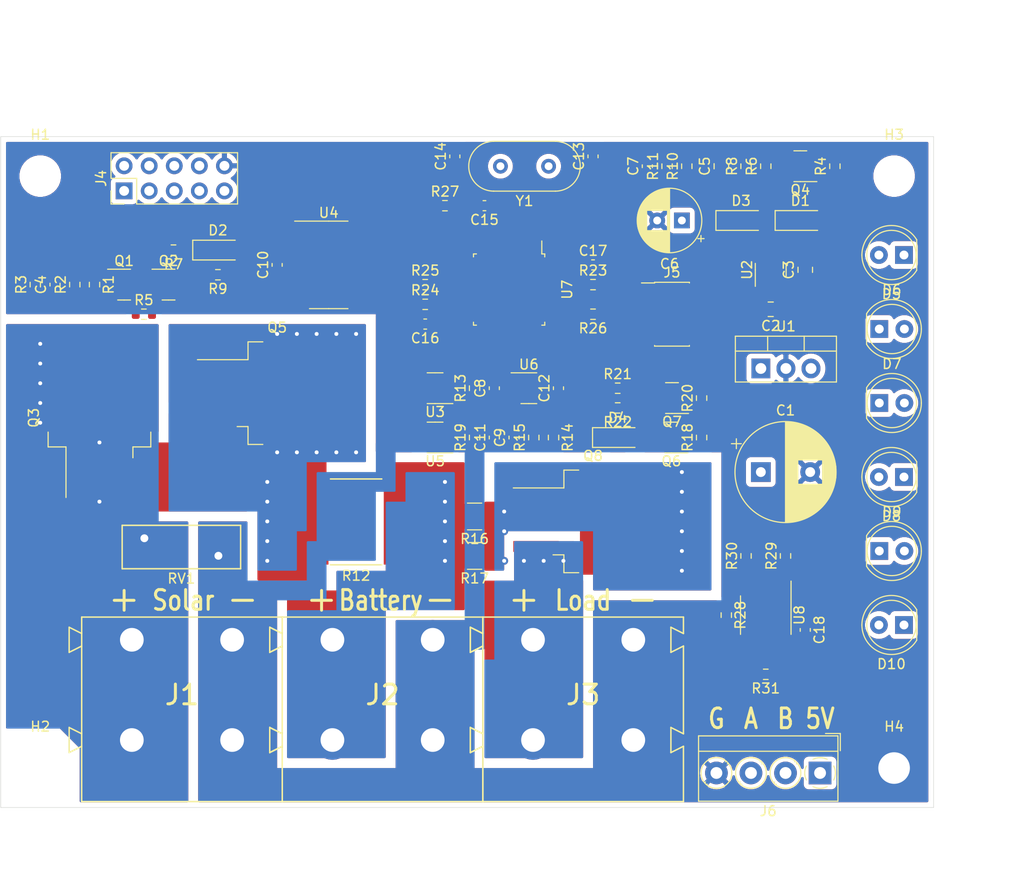
<source format=kicad_pcb>
(kicad_pcb (version 20171130) (host pcbnew 5.1.9-5.1.9)

  (general
    (thickness 1.6)
    (drawings 23)
    (tracks 39)
    (zones 0)
    (modules 87)
    (nets 60)
  )

  (page A4)
  (layers
    (0 F.Cu signal)
    (31 B.Cu signal)
    (32 B.Adhes user)
    (33 F.Adhes user)
    (34 B.Paste user)
    (35 F.Paste user)
    (36 B.SilkS user)
    (37 F.SilkS user)
    (38 B.Mask user)
    (39 F.Mask user)
    (40 Dwgs.User user)
    (41 Cmts.User user)
    (42 Eco1.User user)
    (43 Eco2.User user)
    (44 Edge.Cuts user)
    (45 Margin user)
    (46 B.CrtYd user)
    (47 F.CrtYd user)
    (48 B.Fab user hide)
    (49 F.Fab user hide)
  )

  (setup
    (last_trace_width 0.25)
    (trace_clearance 0.2)
    (zone_clearance 0.508)
    (zone_45_only no)
    (trace_min 0.2)
    (via_size 0.8)
    (via_drill 0.4)
    (via_min_size 0.4)
    (via_min_drill 0.3)
    (uvia_size 0.3)
    (uvia_drill 0.1)
    (uvias_allowed no)
    (uvia_min_size 0.2)
    (uvia_min_drill 0.1)
    (edge_width 0.05)
    (segment_width 0.2)
    (pcb_text_width 0.3)
    (pcb_text_size 1.5 1.5)
    (mod_edge_width 0.12)
    (mod_text_size 1 1)
    (mod_text_width 0.15)
    (pad_size 1.8 1.8)
    (pad_drill 0.8)
    (pad_to_mask_clearance 0)
    (aux_axis_origin 0 0)
    (visible_elements FFFFFF7F)
    (pcbplotparams
      (layerselection 0x010fc_ffffffff)
      (usegerberextensions false)
      (usegerberattributes true)
      (usegerberadvancedattributes true)
      (creategerberjobfile true)
      (excludeedgelayer true)
      (linewidth 0.100000)
      (plotframeref false)
      (viasonmask false)
      (mode 1)
      (useauxorigin false)
      (hpglpennumber 1)
      (hpglpenspeed 20)
      (hpglpendiameter 15.000000)
      (psnegative false)
      (psa4output false)
      (plotreference true)
      (plotvalue true)
      (plotinvisibletext false)
      (padsonsilk false)
      (subtractmaskfromsilk false)
      (outputformat 1)
      (mirror false)
      (drillshape 1)
      (scaleselection 1)
      (outputdirectory ""))
  )

  (net 0 "")
  (net 1 GND)
  (net 2 Bat+)
  (net 3 +5V)
  (net 4 +3V3)
  (net 5 /Switching/Raw_U_Solar)
  (net 6 "Net-(C5-Pad2)")
  (net 7 "Net-(C5-Pad1)")
  (net 8 +VSW)
  (net 9 /Switching/Raw_U_SW)
  (net 10 "Net-(C8-Pad1)")
  (net 11 /Switching/Raw_U_Bat)
  (net 12 "Net-(C11-Pad1)")
  (net 13 "Net-(C13-Pad1)")
  (net 14 "Net-(C14-Pad1)")
  (net 15 "Net-(D2-Pad2)")
  (net 16 "Net-(D2-Pad1)")
  (net 17 Load+)
  (net 18 "Net-(D4-Pad1)")
  (net 19 "Net-(D5-Pad1)")
  (net 20 Solar+)
  (net 21 /Control/NRST)
  (net 22 /Control/BOOT0)
  (net 23 /Control/EXT_SCL_TX)
  (net 24 /Control/EXT_MISO)
  (net 25 /Control/EXT_SDA_RX)
  (net 26 /Control/EXT_MOSI)
  (net 27 /Control/EXT_SCK)
  (net 28 /Control/SWDCLK)
  (net 29 /Control/SWDIO)
  (net 30 "Net-(J6-Pad3)")
  (net 31 "Net-(J6-Pad2)")
  (net 32 "Net-(Q1-Pad3)")
  (net 33 "Net-(Q1-Pad1)")
  (net 34 "Net-(Q2-Pad3)")
  (net 35 "Net-(Q4-Pad3)")
  (net 36 "Net-(Q4-Pad1)")
  (net 37 "Net-(Q5-Pad2)")
  (net 38 "Net-(Q6-Pad3)")
  (net 39 "Net-(Q6-Pad1)")
  (net 40 "Net-(Q7-Pad3)")
  (net 41 "Net-(Q8-Pad2)")
  (net 42 Solar_Sw)
  (net 43 ChargePump)
  (net 44 Load_Sw)
  (net 45 /Control/LED_MUX_A)
  (net 46 /Control/LED_MUX_B)
  (net 47 /Control/LED_MUX_C)
  (net 48 /Control/RS485_DE)
  (net 49 /Control/RS485_RX)
  (net 50 "Net-(R29-Pad1)")
  (net 51 /Control/RS485_TX)
  (net 52 "Net-(R30-Pad1)")
  (net 53 Meas_U_SW)
  (net 54 Meas_U_Solar)
  (net 55 Meas_I_Load)
  (net 56 Meas_I_Solar)
  (net 57 Meas_U_Bat)
  (net 58 "Net-(D10-Pad1)")
  (net 59 "Net-(D10-Pad2)")

  (net_class Default "This is the default net class."
    (clearance 0.2)
    (trace_width 0.25)
    (via_dia 0.8)
    (via_drill 0.4)
    (uvia_dia 0.3)
    (uvia_drill 0.1)
    (add_net +3V3)
    (add_net +5V)
    (add_net +VSW)
    (add_net /Control/BOOT0)
    (add_net /Control/EXT_MISO)
    (add_net /Control/EXT_MOSI)
    (add_net /Control/EXT_SCK)
    (add_net /Control/EXT_SCL_TX)
    (add_net /Control/EXT_SDA_RX)
    (add_net /Control/LED_MUX_A)
    (add_net /Control/LED_MUX_B)
    (add_net /Control/LED_MUX_C)
    (add_net /Control/NRST)
    (add_net /Control/RS485_DE)
    (add_net /Control/RS485_RX)
    (add_net /Control/RS485_TX)
    (add_net /Control/SWDCLK)
    (add_net /Control/SWDIO)
    (add_net /Switching/Raw_U_Bat)
    (add_net /Switching/Raw_U_SW)
    (add_net /Switching/Raw_U_Solar)
    (add_net Bat+)
    (add_net ChargePump)
    (add_net GND)
    (add_net Load+)
    (add_net Load_Sw)
    (add_net Meas_I_Load)
    (add_net Meas_I_Solar)
    (add_net Meas_U_Bat)
    (add_net Meas_U_SW)
    (add_net Meas_U_Solar)
    (add_net "Net-(C11-Pad1)")
    (add_net "Net-(C13-Pad1)")
    (add_net "Net-(C14-Pad1)")
    (add_net "Net-(C5-Pad1)")
    (add_net "Net-(C5-Pad2)")
    (add_net "Net-(C8-Pad1)")
    (add_net "Net-(D10-Pad1)")
    (add_net "Net-(D10-Pad2)")
    (add_net "Net-(D2-Pad1)")
    (add_net "Net-(D2-Pad2)")
    (add_net "Net-(D4-Pad1)")
    (add_net "Net-(D5-Pad1)")
    (add_net "Net-(J6-Pad2)")
    (add_net "Net-(J6-Pad3)")
    (add_net "Net-(Q1-Pad1)")
    (add_net "Net-(Q1-Pad3)")
    (add_net "Net-(Q2-Pad3)")
    (add_net "Net-(Q4-Pad1)")
    (add_net "Net-(Q4-Pad3)")
    (add_net "Net-(Q5-Pad2)")
    (add_net "Net-(Q6-Pad1)")
    (add_net "Net-(Q6-Pad3)")
    (add_net "Net-(Q7-Pad3)")
    (add_net "Net-(Q8-Pad2)")
    (add_net "Net-(R29-Pad1)")
    (add_net "Net-(R30-Pad1)")
    (add_net Solar+)
    (add_net Solar_Sw)
  )

  (module LED_THT:LED_D5.0mm (layer F.Cu) (tedit 5995936A) (tstamp 6089D97E)
    (at 114.5 124.5 180)
    (descr "LED, diameter 5.0mm, 2 pins, http://cdn-reichelt.de/documents/datenblatt/A500/LL-504BC2E-009.pdf")
    (tags "LED diameter 5.0mm 2 pins")
    (path /607F325D/608A2881)
    (fp_text reference D10 (at 1.27 -3.96) (layer F.SilkS)
      (effects (font (size 1 1) (thickness 0.15)))
    )
    (fp_text value DISCHARGE_PULSE (at 1.27 3.96) (layer F.Fab)
      (effects (font (size 1 1) (thickness 0.15)))
    )
    (fp_text user %R (at 1.25 0) (layer F.Fab)
      (effects (font (size 0.8 0.8) (thickness 0.2)))
    )
    (fp_arc (start 1.27 0) (end -1.29 1.54483) (angle -148.9) (layer F.SilkS) (width 0.12))
    (fp_arc (start 1.27 0) (end -1.29 -1.54483) (angle 148.9) (layer F.SilkS) (width 0.12))
    (fp_arc (start 1.27 0) (end -1.23 -1.469694) (angle 299.1) (layer F.Fab) (width 0.1))
    (fp_circle (center 1.27 0) (end 3.77 0) (layer F.Fab) (width 0.1))
    (fp_circle (center 1.27 0) (end 3.77 0) (layer F.SilkS) (width 0.12))
    (fp_line (start -1.23 -1.469694) (end -1.23 1.469694) (layer F.Fab) (width 0.1))
    (fp_line (start -1.29 -1.545) (end -1.29 1.545) (layer F.SilkS) (width 0.12))
    (fp_line (start -1.95 -3.25) (end -1.95 3.25) (layer F.CrtYd) (width 0.05))
    (fp_line (start -1.95 3.25) (end 4.5 3.25) (layer F.CrtYd) (width 0.05))
    (fp_line (start 4.5 3.25) (end 4.5 -3.25) (layer F.CrtYd) (width 0.05))
    (fp_line (start 4.5 -3.25) (end -1.95 -3.25) (layer F.CrtYd) (width 0.05))
    (pad 2 thru_hole circle (at 2.54 0 180) (size 1.8 1.8) (drill 0.9) (layers *.Cu *.Mask)
      (net 59 "Net-(D10-Pad2)"))
    (pad 1 thru_hole rect (at 0 0 180) (size 1.8 1.8) (drill 0.9) (layers *.Cu *.Mask)
      (net 58 "Net-(D10-Pad1)"))
    (model ${KICAD6_3DMODEL_DIR}/LED_THT.3dshapes/LED_D5.0mm.wrl
      (at (xyz 0 0 0))
      (scale (xyz 1 1 1))
      (rotate (xyz 0 0 0))
    )
  )

  (module MountingHole:MountingHole_3.2mm_M3_Pad (layer F.Cu) (tedit 608B1DD8) (tstamp 6088A39D)
    (at 113.5 139)
    (descr "Mounting Hole 3.2mm, M3")
    (tags "mounting hole 3.2mm m3")
    (path /608E6AA2)
    (attr virtual)
    (fp_text reference H4 (at 0 -4.2) (layer F.SilkS)
      (effects (font (size 1 1) (thickness 0.15)))
    )
    (fp_text value MountingHole_Pad (at 0 4.2) (layer F.Fab)
      (effects (font (size 1 1) (thickness 0.15)))
    )
    (fp_circle (center 0 0) (end 3.45 0) (layer F.CrtYd) (width 0.05))
    (fp_circle (center 0 0) (end 3.2 0) (layer Cmts.User) (width 0.15))
    (fp_text user %R (at 0.3 0) (layer F.Fab)
      (effects (font (size 1 1) (thickness 0.15)))
    )
    (pad 1 thru_hole circle (at 0 0) (size 6.4 6.4) (drill 3.2) (layers *.Cu *.Mask)
      (net 1 GND) (zone_connect 2))
  )

  (module MountingHole:MountingHole_3.2mm_M3 (layer F.Cu) (tedit 56D1B4CB) (tstamp 6088BB0C)
    (at 113.5 79)
    (descr "Mounting Hole 3.2mm, no annular, M3")
    (tags "mounting hole 3.2mm no annular m3")
    (path /608E7C54)
    (attr virtual)
    (fp_text reference H3 (at 0 -4.2) (layer F.SilkS)
      (effects (font (size 1 1) (thickness 0.15)))
    )
    (fp_text value MountingHole_M3 (at 0 4.2) (layer F.Fab)
      (effects (font (size 1 1) (thickness 0.15)))
    )
    (fp_circle (center 0 0) (end 3.45 0) (layer F.CrtYd) (width 0.05))
    (fp_circle (center 0 0) (end 3.2 0) (layer Cmts.User) (width 0.15))
    (fp_text user %R (at 0.3 0) (layer F.Fab)
      (effects (font (size 1 1) (thickness 0.15)))
    )
    (pad 1 np_thru_hole circle (at 0 0) (size 3.2 3.2) (drill 3.2) (layers *.Cu *.Mask))
  )

  (module MountingHole:MountingHole_3.2mm_M3 (layer F.Cu) (tedit 56D1B4CB) (tstamp 6088A38D)
    (at 27 139)
    (descr "Mounting Hole 3.2mm, no annular, M3")
    (tags "mounting hole 3.2mm no annular m3")
    (path /608E7A5C)
    (attr virtual)
    (fp_text reference H2 (at 0 -4.2) (layer F.SilkS)
      (effects (font (size 1 1) (thickness 0.15)))
    )
    (fp_text value MountingHole_M3 (at 0 4.2) (layer F.Fab)
      (effects (font (size 1 1) (thickness 0.15)))
    )
    (fp_circle (center 0 0) (end 3.45 0) (layer F.CrtYd) (width 0.05))
    (fp_circle (center 0 0) (end 3.2 0) (layer Cmts.User) (width 0.15))
    (fp_text user %R (at 0.3 0) (layer F.Fab)
      (effects (font (size 1 1) (thickness 0.15)))
    )
    (pad 1 np_thru_hole circle (at 0 0) (size 3.2 3.2) (drill 3.2) (layers *.Cu *.Mask))
  )

  (module MountingHole:MountingHole_3.2mm_M3 (layer F.Cu) (tedit 56D1B4CB) (tstamp 6088A385)
    (at 27 79)
    (descr "Mounting Hole 3.2mm, no annular, M3")
    (tags "mounting hole 3.2mm no annular m3")
    (path /608E5819)
    (attr virtual)
    (fp_text reference H1 (at 0 -4.2) (layer F.SilkS)
      (effects (font (size 1 1) (thickness 0.15)))
    )
    (fp_text value MountingHole_M3 (at 0 4.2) (layer F.Fab)
      (effects (font (size 1 1) (thickness 0.15)))
    )
    (fp_circle (center 0 0) (end 3.45 0) (layer F.CrtYd) (width 0.05))
    (fp_circle (center 0 0) (end 3.2 0) (layer Cmts.User) (width 0.15))
    (fp_text user %R (at 0.3 0) (layer F.Fab)
      (effects (font (size 1 1) (thickness 0.15)))
    )
    (pad 1 np_thru_hole circle (at 0 0) (size 3.2 3.2) (drill 3.2) (layers *.Cu *.Mask))
  )

  (module Package_TO_SOT_THT:TO-220-3_Vertical (layer F.Cu) (tedit 5AC8BA0D) (tstamp 60860695)
    (at 100 98.5)
    (descr "TO-220-3, Vertical, RM 2.54mm, see https://www.vishay.com/docs/66542/to-220-1.pdf")
    (tags "TO-220-3 Vertical RM 2.54mm")
    (path /609371DE)
    (fp_text reference U1 (at 2.54 -4.27) (layer F.SilkS)
      (effects (font (size 1 1) (thickness 0.15)))
    )
    (fp_text value OKI-78SR-5_1.5-W36-C (at 2.54 2.5) (layer F.Fab)
      (effects (font (size 1 1) (thickness 0.15)))
    )
    (fp_line (start 7.79 -3.4) (end -2.71 -3.4) (layer F.CrtYd) (width 0.05))
    (fp_line (start 7.79 1.51) (end 7.79 -3.4) (layer F.CrtYd) (width 0.05))
    (fp_line (start -2.71 1.51) (end 7.79 1.51) (layer F.CrtYd) (width 0.05))
    (fp_line (start -2.71 -3.4) (end -2.71 1.51) (layer F.CrtYd) (width 0.05))
    (fp_line (start 4.391 -3.27) (end 4.391 -1.76) (layer F.SilkS) (width 0.12))
    (fp_line (start 0.69 -3.27) (end 0.69 -1.76) (layer F.SilkS) (width 0.12))
    (fp_line (start -2.58 -1.76) (end 7.66 -1.76) (layer F.SilkS) (width 0.12))
    (fp_line (start 7.66 -3.27) (end 7.66 1.371) (layer F.SilkS) (width 0.12))
    (fp_line (start -2.58 -3.27) (end -2.58 1.371) (layer F.SilkS) (width 0.12))
    (fp_line (start -2.58 1.371) (end 7.66 1.371) (layer F.SilkS) (width 0.12))
    (fp_line (start -2.58 -3.27) (end 7.66 -3.27) (layer F.SilkS) (width 0.12))
    (fp_line (start 4.39 -3.15) (end 4.39 -1.88) (layer F.Fab) (width 0.1))
    (fp_line (start 0.69 -3.15) (end 0.69 -1.88) (layer F.Fab) (width 0.1))
    (fp_line (start -2.46 -1.88) (end 7.54 -1.88) (layer F.Fab) (width 0.1))
    (fp_line (start 7.54 -3.15) (end -2.46 -3.15) (layer F.Fab) (width 0.1))
    (fp_line (start 7.54 1.25) (end 7.54 -3.15) (layer F.Fab) (width 0.1))
    (fp_line (start -2.46 1.25) (end 7.54 1.25) (layer F.Fab) (width 0.1))
    (fp_line (start -2.46 -3.15) (end -2.46 1.25) (layer F.Fab) (width 0.1))
    (fp_text user %R (at 2.54 -4.27) (layer F.Fab)
      (effects (font (size 1 1) (thickness 0.15)))
    )
    (pad 3 thru_hole oval (at 5.08 0) (size 1.905 2) (drill 1.1) (layers *.Cu *.Mask)
      (net 3 +5V))
    (pad 2 thru_hole oval (at 2.54 0) (size 1.905 2) (drill 1.1) (layers *.Cu *.Mask)
      (net 1 GND))
    (pad 1 thru_hole rect (at 0 0) (size 1.905 2) (drill 1.1) (layers *.Cu *.Mask)
      (net 2 Bat+))
    (model ${KICAD6_3DMODEL_DIR}/Package_TO_SOT_THT.3dshapes/TO-220-3_Vertical.wrl
      (at (xyz 0 0 0))
      (scale (xyz 1 1 1))
      (rotate (xyz 0 0 0))
    )
  )

  (module Crystal:Crystal_HC49-U_Vertical (layer F.Cu) (tedit 5A1AD3B8) (tstamp 6085DC92)
    (at 78.5 78 180)
    (descr "Crystal THT HC-49/U http://5hertz.com/pdfs/04404_D.pdf")
    (tags "THT crystalHC-49/U")
    (path /607F325D/6083406C)
    (fp_text reference Y1 (at 2.44 -3.525) (layer F.SilkS)
      (effects (font (size 1 1) (thickness 0.15)))
    )
    (fp_text value "8 MHz" (at 2.44 3.525) (layer F.Fab)
      (effects (font (size 1 1) (thickness 0.15)))
    )
    (fp_line (start -0.685 -2.325) (end 5.565 -2.325) (layer F.Fab) (width 0.1))
    (fp_line (start -0.685 2.325) (end 5.565 2.325) (layer F.Fab) (width 0.1))
    (fp_line (start -0.56 -2) (end 5.44 -2) (layer F.Fab) (width 0.1))
    (fp_line (start -0.56 2) (end 5.44 2) (layer F.Fab) (width 0.1))
    (fp_line (start -0.685 -2.525) (end 5.565 -2.525) (layer F.SilkS) (width 0.12))
    (fp_line (start -0.685 2.525) (end 5.565 2.525) (layer F.SilkS) (width 0.12))
    (fp_line (start -3.5 -2.8) (end -3.5 2.8) (layer F.CrtYd) (width 0.05))
    (fp_line (start -3.5 2.8) (end 8.4 2.8) (layer F.CrtYd) (width 0.05))
    (fp_line (start 8.4 2.8) (end 8.4 -2.8) (layer F.CrtYd) (width 0.05))
    (fp_line (start 8.4 -2.8) (end -3.5 -2.8) (layer F.CrtYd) (width 0.05))
    (fp_arc (start 5.565 0) (end 5.565 -2.525) (angle 180) (layer F.SilkS) (width 0.12))
    (fp_arc (start -0.685 0) (end -0.685 -2.525) (angle -180) (layer F.SilkS) (width 0.12))
    (fp_arc (start 5.44 0) (end 5.44 -2) (angle 180) (layer F.Fab) (width 0.1))
    (fp_arc (start -0.56 0) (end -0.56 -2) (angle -180) (layer F.Fab) (width 0.1))
    (fp_arc (start 5.565 0) (end 5.565 -2.325) (angle 180) (layer F.Fab) (width 0.1))
    (fp_arc (start -0.685 0) (end -0.685 -2.325) (angle -180) (layer F.Fab) (width 0.1))
    (fp_text user %R (at 2.44 0) (layer F.Fab)
      (effects (font (size 1 1) (thickness 0.15)))
    )
    (pad 2 thru_hole circle (at 4.88 0 180) (size 1.5 1.5) (drill 0.8) (layers *.Cu *.Mask)
      (net 14 "Net-(C14-Pad1)"))
    (pad 1 thru_hole circle (at 0 0 180) (size 1.5 1.5) (drill 0.8) (layers *.Cu *.Mask)
      (net 13 "Net-(C13-Pad1)"))
    (model ${KICAD6_3DMODEL_DIR}/Crystal.3dshapes/Crystal_HC49-U_Vertical.wrl
      (at (xyz 0 0 0))
      (scale (xyz 1 1 1))
      (rotate (xyz 0 0 0))
    )
  )

  (module Package_SO:SOIC-8_3.9x4.9mm_P1.27mm (layer F.Cu) (tedit 5D9F72B1) (tstamp 6085DC7B)
    (at 100.5 123.5 270)
    (descr "SOIC, 8 Pin (JEDEC MS-012AA, https://www.analog.com/media/en/package-pcb-resources/package/pkg_pdf/soic_narrow-r/r_8.pdf), generated with kicad-footprint-generator ipc_gullwing_generator.py")
    (tags "SOIC SO")
    (path /607F325D/6088823A)
    (attr smd)
    (fp_text reference U8 (at 0 -3.4 90) (layer F.SilkS)
      (effects (font (size 1 1) (thickness 0.15)))
    )
    (fp_text value MAX485E (at 0 3.4 90) (layer F.Fab)
      (effects (font (size 1 1) (thickness 0.15)))
    )
    (fp_line (start 0 2.56) (end 1.95 2.56) (layer F.SilkS) (width 0.12))
    (fp_line (start 0 2.56) (end -1.95 2.56) (layer F.SilkS) (width 0.12))
    (fp_line (start 0 -2.56) (end 1.95 -2.56) (layer F.SilkS) (width 0.12))
    (fp_line (start 0 -2.56) (end -3.45 -2.56) (layer F.SilkS) (width 0.12))
    (fp_line (start -0.975 -2.45) (end 1.95 -2.45) (layer F.Fab) (width 0.1))
    (fp_line (start 1.95 -2.45) (end 1.95 2.45) (layer F.Fab) (width 0.1))
    (fp_line (start 1.95 2.45) (end -1.95 2.45) (layer F.Fab) (width 0.1))
    (fp_line (start -1.95 2.45) (end -1.95 -1.475) (layer F.Fab) (width 0.1))
    (fp_line (start -1.95 -1.475) (end -0.975 -2.45) (layer F.Fab) (width 0.1))
    (fp_line (start -3.7 -2.7) (end -3.7 2.7) (layer F.CrtYd) (width 0.05))
    (fp_line (start -3.7 2.7) (end 3.7 2.7) (layer F.CrtYd) (width 0.05))
    (fp_line (start 3.7 2.7) (end 3.7 -2.7) (layer F.CrtYd) (width 0.05))
    (fp_line (start 3.7 -2.7) (end -3.7 -2.7) (layer F.CrtYd) (width 0.05))
    (fp_text user %R (at 0 0 90) (layer F.Fab)
      (effects (font (size 0.98 0.98) (thickness 0.15)))
    )
    (pad 8 smd roundrect (at 2.475 -1.905 270) (size 1.95 0.6) (layers F.Cu F.Paste F.Mask) (roundrect_rratio 0.25)
      (net 3 +5V))
    (pad 7 smd roundrect (at 2.475 -0.635 270) (size 1.95 0.6) (layers F.Cu F.Paste F.Mask) (roundrect_rratio 0.25)
      (net 31 "Net-(J6-Pad2)"))
    (pad 6 smd roundrect (at 2.475 0.635 270) (size 1.95 0.6) (layers F.Cu F.Paste F.Mask) (roundrect_rratio 0.25)
      (net 30 "Net-(J6-Pad3)"))
    (pad 5 smd roundrect (at 2.475 1.905 270) (size 1.95 0.6) (layers F.Cu F.Paste F.Mask) (roundrect_rratio 0.25)
      (net 1 GND))
    (pad 4 smd roundrect (at -2.475 1.905 270) (size 1.95 0.6) (layers F.Cu F.Paste F.Mask) (roundrect_rratio 0.25)
      (net 52 "Net-(R30-Pad1)"))
    (pad 3 smd roundrect (at -2.475 0.635 270) (size 1.95 0.6) (layers F.Cu F.Paste F.Mask) (roundrect_rratio 0.25)
      (net 48 /Control/RS485_DE))
    (pad 2 smd roundrect (at -2.475 -0.635 270) (size 1.95 0.6) (layers F.Cu F.Paste F.Mask) (roundrect_rratio 0.25)
      (net 48 /Control/RS485_DE))
    (pad 1 smd roundrect (at -2.475 -1.905 270) (size 1.95 0.6) (layers F.Cu F.Paste F.Mask) (roundrect_rratio 0.25)
      (net 50 "Net-(R29-Pad1)"))
    (model ${KICAD6_3DMODEL_DIR}/Package_SO.3dshapes/SOIC-8_3.9x4.9mm_P1.27mm.wrl
      (at (xyz 0 0 0))
      (scale (xyz 1 1 1))
      (rotate (xyz 0 0 0))
    )
  )

  (module Package_QFP:LQFP-32_7x7mm_P0.8mm (layer F.Cu) (tedit 5D9F72AF) (tstamp 6085DC61)
    (at 74.5 90.5 270)
    (descr "LQFP, 32 Pin (https://www.nxp.com/docs/en/package-information/SOT358-1.pdf), generated with kicad-footprint-generator ipc_gullwing_generator.py")
    (tags "LQFP QFP")
    (path /607F325D/60827C3B)
    (attr smd)
    (fp_text reference U7 (at 0 -5.88 90) (layer F.SilkS)
      (effects (font (size 1 1) (thickness 0.15)))
    )
    (fp_text value STM32F030K6Tx (at 0 5.88 90) (layer F.Fab)
      (effects (font (size 1 1) (thickness 0.15)))
    )
    (fp_line (start 3.31 3.61) (end 3.61 3.61) (layer F.SilkS) (width 0.12))
    (fp_line (start 3.61 3.61) (end 3.61 3.31) (layer F.SilkS) (width 0.12))
    (fp_line (start -3.31 3.61) (end -3.61 3.61) (layer F.SilkS) (width 0.12))
    (fp_line (start -3.61 3.61) (end -3.61 3.31) (layer F.SilkS) (width 0.12))
    (fp_line (start 3.31 -3.61) (end 3.61 -3.61) (layer F.SilkS) (width 0.12))
    (fp_line (start 3.61 -3.61) (end 3.61 -3.31) (layer F.SilkS) (width 0.12))
    (fp_line (start -3.31 -3.61) (end -3.61 -3.61) (layer F.SilkS) (width 0.12))
    (fp_line (start -3.61 -3.61) (end -3.61 -3.31) (layer F.SilkS) (width 0.12))
    (fp_line (start -3.61 -3.31) (end -4.925 -3.31) (layer F.SilkS) (width 0.12))
    (fp_line (start -2.5 -3.5) (end 3.5 -3.5) (layer F.Fab) (width 0.1))
    (fp_line (start 3.5 -3.5) (end 3.5 3.5) (layer F.Fab) (width 0.1))
    (fp_line (start 3.5 3.5) (end -3.5 3.5) (layer F.Fab) (width 0.1))
    (fp_line (start -3.5 3.5) (end -3.5 -2.5) (layer F.Fab) (width 0.1))
    (fp_line (start -3.5 -2.5) (end -2.5 -3.5) (layer F.Fab) (width 0.1))
    (fp_line (start 0 -5.18) (end -3.3 -5.18) (layer F.CrtYd) (width 0.05))
    (fp_line (start -3.3 -5.18) (end -3.3 -3.75) (layer F.CrtYd) (width 0.05))
    (fp_line (start -3.3 -3.75) (end -3.75 -3.75) (layer F.CrtYd) (width 0.05))
    (fp_line (start -3.75 -3.75) (end -3.75 -3.3) (layer F.CrtYd) (width 0.05))
    (fp_line (start -3.75 -3.3) (end -5.18 -3.3) (layer F.CrtYd) (width 0.05))
    (fp_line (start -5.18 -3.3) (end -5.18 0) (layer F.CrtYd) (width 0.05))
    (fp_line (start 0 -5.18) (end 3.3 -5.18) (layer F.CrtYd) (width 0.05))
    (fp_line (start 3.3 -5.18) (end 3.3 -3.75) (layer F.CrtYd) (width 0.05))
    (fp_line (start 3.3 -3.75) (end 3.75 -3.75) (layer F.CrtYd) (width 0.05))
    (fp_line (start 3.75 -3.75) (end 3.75 -3.3) (layer F.CrtYd) (width 0.05))
    (fp_line (start 3.75 -3.3) (end 5.18 -3.3) (layer F.CrtYd) (width 0.05))
    (fp_line (start 5.18 -3.3) (end 5.18 0) (layer F.CrtYd) (width 0.05))
    (fp_line (start 0 5.18) (end -3.3 5.18) (layer F.CrtYd) (width 0.05))
    (fp_line (start -3.3 5.18) (end -3.3 3.75) (layer F.CrtYd) (width 0.05))
    (fp_line (start -3.3 3.75) (end -3.75 3.75) (layer F.CrtYd) (width 0.05))
    (fp_line (start -3.75 3.75) (end -3.75 3.3) (layer F.CrtYd) (width 0.05))
    (fp_line (start -3.75 3.3) (end -5.18 3.3) (layer F.CrtYd) (width 0.05))
    (fp_line (start -5.18 3.3) (end -5.18 0) (layer F.CrtYd) (width 0.05))
    (fp_line (start 0 5.18) (end 3.3 5.18) (layer F.CrtYd) (width 0.05))
    (fp_line (start 3.3 5.18) (end 3.3 3.75) (layer F.CrtYd) (width 0.05))
    (fp_line (start 3.3 3.75) (end 3.75 3.75) (layer F.CrtYd) (width 0.05))
    (fp_line (start 3.75 3.75) (end 3.75 3.3) (layer F.CrtYd) (width 0.05))
    (fp_line (start 3.75 3.3) (end 5.18 3.3) (layer F.CrtYd) (width 0.05))
    (fp_line (start 5.18 3.3) (end 5.18 0) (layer F.CrtYd) (width 0.05))
    (fp_text user %R (at 0 0 90) (layer F.Fab)
      (effects (font (size 1 1) (thickness 0.15)))
    )
    (pad 32 smd roundrect (at -2.8 -4.175 270) (size 0.5 1.5) (layers F.Cu F.Paste F.Mask) (roundrect_rratio 0.25)
      (net 1 GND))
    (pad 31 smd roundrect (at -2 -4.175 270) (size 0.5 1.5) (layers F.Cu F.Paste F.Mask) (roundrect_rratio 0.25)
      (net 22 /Control/BOOT0))
    (pad 30 smd roundrect (at -1.2 -4.175 270) (size 0.5 1.5) (layers F.Cu F.Paste F.Mask) (roundrect_rratio 0.25)
      (net 49 /Control/RS485_RX))
    (pad 29 smd roundrect (at -0.4 -4.175 270) (size 0.5 1.5) (layers F.Cu F.Paste F.Mask) (roundrect_rratio 0.25)
      (net 51 /Control/RS485_TX))
    (pad 28 smd roundrect (at 0.4 -4.175 270) (size 0.5 1.5) (layers F.Cu F.Paste F.Mask) (roundrect_rratio 0.25)
      (net 48 /Control/RS485_DE))
    (pad 27 smd roundrect (at 1.2 -4.175 270) (size 0.5 1.5) (layers F.Cu F.Paste F.Mask) (roundrect_rratio 0.25))
    (pad 26 smd roundrect (at 2 -4.175 270) (size 0.5 1.5) (layers F.Cu F.Paste F.Mask) (roundrect_rratio 0.25)
      (net 47 /Control/LED_MUX_C))
    (pad 25 smd roundrect (at 2.8 -4.175 270) (size 0.5 1.5) (layers F.Cu F.Paste F.Mask) (roundrect_rratio 0.25))
    (pad 24 smd roundrect (at 4.175 -2.8 270) (size 1.5 0.5) (layers F.Cu F.Paste F.Mask) (roundrect_rratio 0.25)
      (net 28 /Control/SWDCLK))
    (pad 23 smd roundrect (at 4.175 -2 270) (size 1.5 0.5) (layers F.Cu F.Paste F.Mask) (roundrect_rratio 0.25)
      (net 29 /Control/SWDIO))
    (pad 22 smd roundrect (at 4.175 -1.2 270) (size 1.5 0.5) (layers F.Cu F.Paste F.Mask) (roundrect_rratio 0.25)
      (net 44 Load_Sw))
    (pad 21 smd roundrect (at 4.175 -0.4 270) (size 1.5 0.5) (layers F.Cu F.Paste F.Mask) (roundrect_rratio 0.25)
      (net 42 Solar_Sw))
    (pad 20 smd roundrect (at 4.175 0.4 270) (size 1.5 0.5) (layers F.Cu F.Paste F.Mask) (roundrect_rratio 0.25)
      (net 25 /Control/EXT_SDA_RX))
    (pad 19 smd roundrect (at 4.175 1.2 270) (size 1.5 0.5) (layers F.Cu F.Paste F.Mask) (roundrect_rratio 0.25)
      (net 23 /Control/EXT_SCL_TX))
    (pad 18 smd roundrect (at 4.175 2 270) (size 1.5 0.5) (layers F.Cu F.Paste F.Mask) (roundrect_rratio 0.25)
      (net 43 ChargePump))
    (pad 17 smd roundrect (at 4.175 2.8 270) (size 1.5 0.5) (layers F.Cu F.Paste F.Mask) (roundrect_rratio 0.25)
      (net 4 +3V3))
    (pad 16 smd roundrect (at 2.8 4.175 270) (size 0.5 1.5) (layers F.Cu F.Paste F.Mask) (roundrect_rratio 0.25)
      (net 1 GND))
    (pad 15 smd roundrect (at 2 4.175 270) (size 0.5 1.5) (layers F.Cu F.Paste F.Mask) (roundrect_rratio 0.25)
      (net 46 /Control/LED_MUX_B))
    (pad 14 smd roundrect (at 1.2 4.175 270) (size 0.5 1.5) (layers F.Cu F.Paste F.Mask) (roundrect_rratio 0.25)
      (net 45 /Control/LED_MUX_A))
    (pad 13 smd roundrect (at 0.4 4.175 270) (size 0.5 1.5) (layers F.Cu F.Paste F.Mask) (roundrect_rratio 0.25)
      (net 26 /Control/EXT_MOSI))
    (pad 12 smd roundrect (at -0.4 4.175 270) (size 0.5 1.5) (layers F.Cu F.Paste F.Mask) (roundrect_rratio 0.25)
      (net 24 /Control/EXT_MISO))
    (pad 11 smd roundrect (at -1.2 4.175 270) (size 0.5 1.5) (layers F.Cu F.Paste F.Mask) (roundrect_rratio 0.25)
      (net 27 /Control/EXT_SCK))
    (pad 10 smd roundrect (at -2 4.175 270) (size 0.5 1.5) (layers F.Cu F.Paste F.Mask) (roundrect_rratio 0.25)
      (net 55 Meas_I_Load))
    (pad 9 smd roundrect (at -2.8 4.175 270) (size 0.5 1.5) (layers F.Cu F.Paste F.Mask) (roundrect_rratio 0.25)
      (net 56 Meas_I_Solar))
    (pad 8 smd roundrect (at -4.175 2.8 270) (size 1.5 0.5) (layers F.Cu F.Paste F.Mask) (roundrect_rratio 0.25)
      (net 53 Meas_U_SW))
    (pad 7 smd roundrect (at -4.175 2 270) (size 1.5 0.5) (layers F.Cu F.Paste F.Mask) (roundrect_rratio 0.25)
      (net 54 Meas_U_Solar))
    (pad 6 smd roundrect (at -4.175 1.2 270) (size 1.5 0.5) (layers F.Cu F.Paste F.Mask) (roundrect_rratio 0.25)
      (net 57 Meas_U_Bat))
    (pad 5 smd roundrect (at -4.175 0.4 270) (size 1.5 0.5) (layers F.Cu F.Paste F.Mask) (roundrect_rratio 0.25)
      (net 4 +3V3))
    (pad 4 smd roundrect (at -4.175 -0.4 270) (size 1.5 0.5) (layers F.Cu F.Paste F.Mask) (roundrect_rratio 0.25)
      (net 21 /Control/NRST))
    (pad 3 smd roundrect (at -4.175 -1.2 270) (size 1.5 0.5) (layers F.Cu F.Paste F.Mask) (roundrect_rratio 0.25)
      (net 14 "Net-(C14-Pad1)"))
    (pad 2 smd roundrect (at -4.175 -2 270) (size 1.5 0.5) (layers F.Cu F.Paste F.Mask) (roundrect_rratio 0.25)
      (net 13 "Net-(C13-Pad1)"))
    (pad 1 smd roundrect (at -4.175 -2.8 270) (size 1.5 0.5) (layers F.Cu F.Paste F.Mask) (roundrect_rratio 0.25)
      (net 4 +3V3))
    (model ${KICAD6_3DMODEL_DIR}/Package_QFP.3dshapes/LQFP-32_7x7mm_P0.8mm.wrl
      (at (xyz 0 0 0))
      (scale (xyz 1 1 1))
      (rotate (xyz 0 0 0))
    )
  )

  (module Package_TO_SOT_SMD:SOT-23-5 (layer F.Cu) (tedit 5F6F9B37) (tstamp 6085DC16)
    (at 76.5 100.5)
    (descr "SOT, 5 Pin (https://www.jedec.org/sites/default/files/docs/Mo-178c.PDF variant AA), generated with kicad-footprint-generator ipc_gullwing_generator.py")
    (tags "SOT TO_SOT_SMD")
    (path /607F322E/609CB9A0)
    (attr smd)
    (fp_text reference U6 (at 0 -2.4) (layer F.SilkS)
      (effects (font (size 1 1) (thickness 0.15)))
    )
    (fp_text value MCP6421T-EOT (at 0 2.4) (layer F.Fab)
      (effects (font (size 1 1) (thickness 0.15)))
    )
    (fp_line (start 0 1.56) (end 0.8 1.56) (layer F.SilkS) (width 0.12))
    (fp_line (start 0 1.56) (end -0.8 1.56) (layer F.SilkS) (width 0.12))
    (fp_line (start 0 -1.56) (end 0.8 -1.56) (layer F.SilkS) (width 0.12))
    (fp_line (start 0 -1.56) (end -1.8 -1.56) (layer F.SilkS) (width 0.12))
    (fp_line (start -0.4 -1.45) (end 0.8 -1.45) (layer F.Fab) (width 0.1))
    (fp_line (start 0.8 -1.45) (end 0.8 1.45) (layer F.Fab) (width 0.1))
    (fp_line (start 0.8 1.45) (end -0.8 1.45) (layer F.Fab) (width 0.1))
    (fp_line (start -0.8 1.45) (end -0.8 -1.05) (layer F.Fab) (width 0.1))
    (fp_line (start -0.8 -1.05) (end -0.4 -1.45) (layer F.Fab) (width 0.1))
    (fp_line (start -2.05 -1.7) (end -2.05 1.7) (layer F.CrtYd) (width 0.05))
    (fp_line (start -2.05 1.7) (end 2.05 1.7) (layer F.CrtYd) (width 0.05))
    (fp_line (start 2.05 1.7) (end 2.05 -1.7) (layer F.CrtYd) (width 0.05))
    (fp_line (start 2.05 -1.7) (end -2.05 -1.7) (layer F.CrtYd) (width 0.05))
    (fp_text user %R (at 0 0) (layer F.Fab)
      (effects (font (size 0.4 0.4) (thickness 0.06)))
    )
    (pad 5 smd roundrect (at 1.1375 -0.95) (size 1.325 0.6) (layers F.Cu F.Paste F.Mask) (roundrect_rratio 0.25)
      (net 3 +5V))
    (pad 4 smd roundrect (at 1.1375 0.95) (size 1.325 0.6) (layers F.Cu F.Paste F.Mask) (roundrect_rratio 0.25)
      (net 57 Meas_U_Bat))
    (pad 3 smd roundrect (at -1.1375 0.95) (size 1.325 0.6) (layers F.Cu F.Paste F.Mask) (roundrect_rratio 0.25)
      (net 11 /Switching/Raw_U_Bat))
    (pad 2 smd roundrect (at -1.1375 0) (size 1.325 0.6) (layers F.Cu F.Paste F.Mask) (roundrect_rratio 0.25)
      (net 1 GND))
    (pad 1 smd roundrect (at -1.1375 -0.95) (size 1.325 0.6) (layers F.Cu F.Paste F.Mask) (roundrect_rratio 0.25)
      (net 57 Meas_U_Bat))
    (model ${KICAD6_3DMODEL_DIR}/Package_TO_SOT_SMD.3dshapes/SOT-23-5.wrl
      (at (xyz 0 0 0))
      (scale (xyz 1 1 1))
      (rotate (xyz 0 0 0))
    )
  )

  (module Package_TO_SOT_SMD:SOT-23-5 (layer F.Cu) (tedit 5F6F9B37) (tstamp 6085DBFF)
    (at 67 105.5 180)
    (descr "SOT, 5 Pin (https://www.jedec.org/sites/default/files/docs/Mo-178c.PDF variant AA), generated with kicad-footprint-generator ipc_gullwing_generator.py")
    (tags "SOT TO_SOT_SMD")
    (path /607F322E/60808AAA)
    (attr smd)
    (fp_text reference U5 (at 0 -2.4) (layer F.SilkS)
      (effects (font (size 1 1) (thickness 0.15)))
    )
    (fp_text value INA139 (at 0 2.4) (layer F.Fab)
      (effects (font (size 1 1) (thickness 0.15)))
    )
    (fp_line (start 0 1.56) (end 0.8 1.56) (layer F.SilkS) (width 0.12))
    (fp_line (start 0 1.56) (end -0.8 1.56) (layer F.SilkS) (width 0.12))
    (fp_line (start 0 -1.56) (end 0.8 -1.56) (layer F.SilkS) (width 0.12))
    (fp_line (start 0 -1.56) (end -1.8 -1.56) (layer F.SilkS) (width 0.12))
    (fp_line (start -0.4 -1.45) (end 0.8 -1.45) (layer F.Fab) (width 0.1))
    (fp_line (start 0.8 -1.45) (end 0.8 1.45) (layer F.Fab) (width 0.1))
    (fp_line (start 0.8 1.45) (end -0.8 1.45) (layer F.Fab) (width 0.1))
    (fp_line (start -0.8 1.45) (end -0.8 -1.05) (layer F.Fab) (width 0.1))
    (fp_line (start -0.8 -1.05) (end -0.4 -1.45) (layer F.Fab) (width 0.1))
    (fp_line (start -2.05 -1.7) (end -2.05 1.7) (layer F.CrtYd) (width 0.05))
    (fp_line (start -2.05 1.7) (end 2.05 1.7) (layer F.CrtYd) (width 0.05))
    (fp_line (start 2.05 1.7) (end 2.05 -1.7) (layer F.CrtYd) (width 0.05))
    (fp_line (start 2.05 -1.7) (end -2.05 -1.7) (layer F.CrtYd) (width 0.05))
    (fp_text user %R (at 0 0) (layer F.Fab)
      (effects (font (size 0.4 0.4) (thickness 0.06)))
    )
    (pad 5 smd roundrect (at 1.1375 -0.95 180) (size 1.325 0.6) (layers F.Cu F.Paste F.Mask) (roundrect_rratio 0.25)
      (net 3 +5V))
    (pad 4 smd roundrect (at 1.1375 0.95 180) (size 1.325 0.6) (layers F.Cu F.Paste F.Mask) (roundrect_rratio 0.25)
      (net 2 Bat+))
    (pad 3 smd roundrect (at -1.1375 0.95 180) (size 1.325 0.6) (layers F.Cu F.Paste F.Mask) (roundrect_rratio 0.25)
      (net 41 "Net-(Q8-Pad2)"))
    (pad 2 smd roundrect (at -1.1375 0 180) (size 1.325 0.6) (layers F.Cu F.Paste F.Mask) (roundrect_rratio 0.25)
      (net 1 GND))
    (pad 1 smd roundrect (at -1.1375 -0.95 180) (size 1.325 0.6) (layers F.Cu F.Paste F.Mask) (roundrect_rratio 0.25)
      (net 12 "Net-(C11-Pad1)"))
    (model ${KICAD6_3DMODEL_DIR}/Package_TO_SOT_SMD.3dshapes/SOT-23-5.wrl
      (at (xyz 0 0 0))
      (scale (xyz 1 1 1))
      (rotate (xyz 0 0 0))
    )
  )

  (module Package_SO:SO-14_3.9x8.65mm_P1.27mm (layer F.Cu) (tedit 5F427CE7) (tstamp 6085DBE8)
    (at 56.225354 88)
    (descr "SO, 14 Pin (https://www.st.com/resource/en/datasheet/l6491.pdf), generated with kicad-footprint-generator ipc_gullwing_generator.py")
    (tags "SO SO")
    (path /607F322E/60867AE2)
    (attr smd)
    (fp_text reference U4 (at 0 -5.28) (layer F.SilkS)
      (effects (font (size 1 1) (thickness 0.15)))
    )
    (fp_text value MCP6424 (at 0 5.28) (layer F.Fab)
      (effects (font (size 1 1) (thickness 0.15)))
    )
    (fp_line (start 0 4.435) (end 1.95 4.435) (layer F.SilkS) (width 0.12))
    (fp_line (start 0 4.435) (end -1.95 4.435) (layer F.SilkS) (width 0.12))
    (fp_line (start 0 -4.435) (end 1.95 -4.435) (layer F.SilkS) (width 0.12))
    (fp_line (start 0 -4.435) (end -3.45 -4.435) (layer F.SilkS) (width 0.12))
    (fp_line (start -0.975 -4.325) (end 1.95 -4.325) (layer F.Fab) (width 0.1))
    (fp_line (start 1.95 -4.325) (end 1.95 4.325) (layer F.Fab) (width 0.1))
    (fp_line (start 1.95 4.325) (end -1.95 4.325) (layer F.Fab) (width 0.1))
    (fp_line (start -1.95 4.325) (end -1.95 -3.35) (layer F.Fab) (width 0.1))
    (fp_line (start -1.95 -3.35) (end -0.975 -4.325) (layer F.Fab) (width 0.1))
    (fp_line (start -3.7 -4.58) (end -3.7 4.58) (layer F.CrtYd) (width 0.05))
    (fp_line (start -3.7 4.58) (end 3.7 4.58) (layer F.CrtYd) (width 0.05))
    (fp_line (start 3.7 4.58) (end 3.7 -4.58) (layer F.CrtYd) (width 0.05))
    (fp_line (start 3.7 -4.58) (end -3.7 -4.58) (layer F.CrtYd) (width 0.05))
    (fp_text user %R (at 0 0) (layer F.Fab)
      (effects (font (size 0.98 0.98) (thickness 0.15)))
    )
    (pad 14 smd roundrect (at 2.475 -3.81) (size 1.95 0.6) (layers F.Cu F.Paste F.Mask) (roundrect_rratio 0.25)
      (net 53 Meas_U_SW))
    (pad 13 smd roundrect (at 2.475 -2.54) (size 1.95 0.6) (layers F.Cu F.Paste F.Mask) (roundrect_rratio 0.25)
      (net 53 Meas_U_SW))
    (pad 12 smd roundrect (at 2.475 -1.27) (size 1.95 0.6) (layers F.Cu F.Paste F.Mask) (roundrect_rratio 0.25)
      (net 9 /Switching/Raw_U_SW))
    (pad 11 smd roundrect (at 2.475 0) (size 1.95 0.6) (layers F.Cu F.Paste F.Mask) (roundrect_rratio 0.25)
      (net 1 GND))
    (pad 10 smd roundrect (at 2.475 1.27) (size 1.95 0.6) (layers F.Cu F.Paste F.Mask) (roundrect_rratio 0.25)
      (net 5 /Switching/Raw_U_Solar))
    (pad 9 smd roundrect (at 2.475 2.54) (size 1.95 0.6) (layers F.Cu F.Paste F.Mask) (roundrect_rratio 0.25)
      (net 54 Meas_U_Solar))
    (pad 8 smd roundrect (at 2.475 3.81) (size 1.95 0.6) (layers F.Cu F.Paste F.Mask) (roundrect_rratio 0.25)
      (net 54 Meas_U_Solar))
    (pad 7 smd roundrect (at -2.475 3.81) (size 1.95 0.6) (layers F.Cu F.Paste F.Mask) (roundrect_rratio 0.25)
      (net 55 Meas_I_Load))
    (pad 6 smd roundrect (at -2.475 2.54) (size 1.95 0.6) (layers F.Cu F.Paste F.Mask) (roundrect_rratio 0.25)
      (net 55 Meas_I_Load))
    (pad 5 smd roundrect (at -2.475 1.27) (size 1.95 0.6) (layers F.Cu F.Paste F.Mask) (roundrect_rratio 0.25)
      (net 12 "Net-(C11-Pad1)"))
    (pad 4 smd roundrect (at -2.475 0) (size 1.95 0.6) (layers F.Cu F.Paste F.Mask) (roundrect_rratio 0.25)
      (net 3 +5V))
    (pad 3 smd roundrect (at -2.475 -1.27) (size 1.95 0.6) (layers F.Cu F.Paste F.Mask) (roundrect_rratio 0.25)
      (net 10 "Net-(C8-Pad1)"))
    (pad 2 smd roundrect (at -2.475 -2.54) (size 1.95 0.6) (layers F.Cu F.Paste F.Mask) (roundrect_rratio 0.25)
      (net 56 Meas_I_Solar))
    (pad 1 smd roundrect (at -2.475 -3.81) (size 1.95 0.6) (layers F.Cu F.Paste F.Mask) (roundrect_rratio 0.25)
      (net 56 Meas_I_Solar))
    (model ${KICAD6_3DMODEL_DIR}/Package_SO.3dshapes/SO-14_3.9x8.65mm_P1.27mm.wrl
      (at (xyz 0 0 0))
      (scale (xyz 1 1 1))
      (rotate (xyz 0 0 0))
    )
  )

  (module Package_TO_SOT_SMD:SOT-23-5 (layer F.Cu) (tedit 5F6F9B37) (tstamp 6085DBC8)
    (at 67 100.5 180)
    (descr "SOT, 5 Pin (https://www.jedec.org/sites/default/files/docs/Mo-178c.PDF variant AA), generated with kicad-footprint-generator ipc_gullwing_generator.py")
    (tags "SOT TO_SOT_SMD")
    (path /607F322E/607F8185)
    (attr smd)
    (fp_text reference U3 (at 0 -2.4) (layer F.SilkS)
      (effects (font (size 1 1) (thickness 0.15)))
    )
    (fp_text value INA139 (at 0 2.4) (layer F.Fab)
      (effects (font (size 1 1) (thickness 0.15)))
    )
    (fp_line (start 0 1.56) (end 0.8 1.56) (layer F.SilkS) (width 0.12))
    (fp_line (start 0 1.56) (end -0.8 1.56) (layer F.SilkS) (width 0.12))
    (fp_line (start 0 -1.56) (end 0.8 -1.56) (layer F.SilkS) (width 0.12))
    (fp_line (start 0 -1.56) (end -1.8 -1.56) (layer F.SilkS) (width 0.12))
    (fp_line (start -0.4 -1.45) (end 0.8 -1.45) (layer F.Fab) (width 0.1))
    (fp_line (start 0.8 -1.45) (end 0.8 1.45) (layer F.Fab) (width 0.1))
    (fp_line (start 0.8 1.45) (end -0.8 1.45) (layer F.Fab) (width 0.1))
    (fp_line (start -0.8 1.45) (end -0.8 -1.05) (layer F.Fab) (width 0.1))
    (fp_line (start -0.8 -1.05) (end -0.4 -1.45) (layer F.Fab) (width 0.1))
    (fp_line (start -2.05 -1.7) (end -2.05 1.7) (layer F.CrtYd) (width 0.05))
    (fp_line (start -2.05 1.7) (end 2.05 1.7) (layer F.CrtYd) (width 0.05))
    (fp_line (start 2.05 1.7) (end 2.05 -1.7) (layer F.CrtYd) (width 0.05))
    (fp_line (start 2.05 -1.7) (end -2.05 -1.7) (layer F.CrtYd) (width 0.05))
    (fp_text user %R (at 0 0) (layer F.Fab)
      (effects (font (size 0.4 0.4) (thickness 0.06)))
    )
    (pad 5 smd roundrect (at 1.1375 -0.95 180) (size 1.325 0.6) (layers F.Cu F.Paste F.Mask) (roundrect_rratio 0.25)
      (net 3 +5V))
    (pad 4 smd roundrect (at 1.1375 0.95 180) (size 1.325 0.6) (layers F.Cu F.Paste F.Mask) (roundrect_rratio 0.25)
      (net 37 "Net-(Q5-Pad2)"))
    (pad 3 smd roundrect (at -1.1375 0.95 180) (size 1.325 0.6) (layers F.Cu F.Paste F.Mask) (roundrect_rratio 0.25)
      (net 2 Bat+))
    (pad 2 smd roundrect (at -1.1375 0 180) (size 1.325 0.6) (layers F.Cu F.Paste F.Mask) (roundrect_rratio 0.25)
      (net 1 GND))
    (pad 1 smd roundrect (at -1.1375 -0.95 180) (size 1.325 0.6) (layers F.Cu F.Paste F.Mask) (roundrect_rratio 0.25)
      (net 10 "Net-(C8-Pad1)"))
    (model ${KICAD6_3DMODEL_DIR}/Package_TO_SOT_SMD.3dshapes/SOT-23-5.wrl
      (at (xyz 0 0 0))
      (scale (xyz 1 1 1))
      (rotate (xyz 0 0 0))
    )
  )

  (module Package_TO_SOT_SMD:SOT-23 (layer F.Cu) (tedit 5FA16958) (tstamp 6085DBB1)
    (at 101 88.5 90)
    (descr "SOT, 3 Pin (https://www.jedec.org/system/files/docs/to-236h.pdf variant AB), generated with kicad-footprint-generator ipc_gullwing_generator.py")
    (tags "SOT TO_SOT_SMD")
    (path /6093C30D)
    (attr smd)
    (fp_text reference U2 (at 0 -2.4 90) (layer F.SilkS)
      (effects (font (size 1 1) (thickness 0.15)))
    )
    (fp_text value MCP1700-3302E_SOT23 (at 0 2.4 90) (layer F.Fab)
      (effects (font (size 1 1) (thickness 0.15)))
    )
    (fp_line (start 0 1.56) (end 0.65 1.56) (layer F.SilkS) (width 0.12))
    (fp_line (start 0 1.56) (end -0.65 1.56) (layer F.SilkS) (width 0.12))
    (fp_line (start 0 -1.56) (end 0.65 -1.56) (layer F.SilkS) (width 0.12))
    (fp_line (start 0 -1.56) (end -1.675 -1.56) (layer F.SilkS) (width 0.12))
    (fp_line (start -0.325 -1.45) (end 0.65 -1.45) (layer F.Fab) (width 0.1))
    (fp_line (start 0.65 -1.45) (end 0.65 1.45) (layer F.Fab) (width 0.1))
    (fp_line (start 0.65 1.45) (end -0.65 1.45) (layer F.Fab) (width 0.1))
    (fp_line (start -0.65 1.45) (end -0.65 -1.125) (layer F.Fab) (width 0.1))
    (fp_line (start -0.65 -1.125) (end -0.325 -1.45) (layer F.Fab) (width 0.1))
    (fp_line (start -1.92 -1.7) (end -1.92 1.7) (layer F.CrtYd) (width 0.05))
    (fp_line (start -1.92 1.7) (end 1.92 1.7) (layer F.CrtYd) (width 0.05))
    (fp_line (start 1.92 1.7) (end 1.92 -1.7) (layer F.CrtYd) (width 0.05))
    (fp_line (start 1.92 -1.7) (end -1.92 -1.7) (layer F.CrtYd) (width 0.05))
    (fp_text user %R (at 0 0 90) (layer F.Fab)
      (effects (font (size 0.32 0.32) (thickness 0.05)))
    )
    (pad 3 smd roundrect (at 0.9375 0 90) (size 1.475 0.6) (layers F.Cu F.Paste F.Mask) (roundrect_rratio 0.25)
      (net 3 +5V))
    (pad 2 smd roundrect (at -0.9375 0.95 90) (size 1.475 0.6) (layers F.Cu F.Paste F.Mask) (roundrect_rratio 0.25)
      (net 4 +3V3))
    (pad 1 smd roundrect (at -0.9375 -0.95 90) (size 1.475 0.6) (layers F.Cu F.Paste F.Mask) (roundrect_rratio 0.25)
      (net 1 GND))
    (model ${KICAD6_3DMODEL_DIR}/Package_TO_SOT_SMD.3dshapes/SOT-23.wrl
      (at (xyz 0 0 0))
      (scale (xyz 1 1 1))
      (rotate (xyz 0 0 0))
    )
  )

  (module Varistor:RV_Disc_D12mm_W4.4mm_P7.5mm (layer F.Cu) (tedit 608B1DEF) (tstamp 6085DB9C)
    (at 37.55 115.71)
    (descr "Varistor, diameter 12mm, width 4.4mm, pitch 7.5mm")
    (tags "varistor SIOV")
    (path /607F322E/609BAD13)
    (fp_text reference RV1 (at 3.75 4.0875) (layer F.SilkS)
      (effects (font (size 1 1) (thickness 0.15)))
    )
    (fp_text value 56V (at 3.75 -2.3125) (layer F.Fab)
      (effects (font (size 1 1) (thickness 0.15)))
    )
    (fp_line (start -2.5 3.34) (end 10 3.34) (layer F.CrtYd) (width 0.05))
    (fp_line (start -2.5 -1.56) (end 10 -1.56) (layer F.CrtYd) (width 0.05))
    (fp_line (start 10 -1.56) (end 10 3.34) (layer F.CrtYd) (width 0.05))
    (fp_line (start -2.5 -1.56) (end -2.5 3.34) (layer F.CrtYd) (width 0.05))
    (fp_line (start -2.25 3.0875) (end 9.75 3.0875) (layer F.SilkS) (width 0.15))
    (fp_line (start -2.25 -1.3125) (end 9.75 -1.3125) (layer F.SilkS) (width 0.15))
    (fp_line (start 9.75 -1.3125) (end 9.75 3.0875) (layer F.SilkS) (width 0.15))
    (fp_line (start -2.25 -1.3125) (end -2.25 3.0875) (layer F.SilkS) (width 0.15))
    (fp_line (start -2.25 3.0875) (end 9.75 3.0875) (layer F.Fab) (width 0.1))
    (fp_line (start -2.25 -1.3125) (end 9.75 -1.3125) (layer F.Fab) (width 0.1))
    (fp_line (start 9.75 -1.3125) (end 9.75 3.0875) (layer F.Fab) (width 0.1))
    (fp_line (start -2.25 -1.3125) (end -2.25 3.0875) (layer F.Fab) (width 0.1))
    (fp_text user %R (at 3.75 0.887) (layer F.Fab)
      (effects (font (size 1 1) (thickness 0.15)))
    )
    (pad 2 thru_hole circle (at 7.5 1.775) (size 1.8 1.8) (drill 0.8) (layers *.Cu *.Mask)
      (net 1 GND) (zone_connect 2))
    (pad 1 thru_hole circle (at 0 0) (size 1.8 1.8) (drill 0.8) (layers *.Cu *.Mask)
      (net 20 Solar+))
    (model ${KICAD6_3DMODEL_DIR}/Varistor.3dshapes/RV_Disc_D12mm_W4.4mm_P7.5mm.wrl
      (at (xyz 0 0 0))
      (scale (xyz 1 1 1))
      (rotate (xyz 0 0 0))
    )
  )

  (module Resistor_SMD:R_0603_1608Metric (layer F.Cu) (tedit 5F68FEEE) (tstamp 6085DB89)
    (at 100.5 129.5 180)
    (descr "Resistor SMD 0603 (1608 Metric), square (rectangular) end terminal, IPC_7351 nominal, (Body size source: IPC-SM-782 page 72, https://www.pcb-3d.com/wordpress/wp-content/uploads/ipc-sm-782a_amendment_1_and_2.pdf), generated with kicad-footprint-generator")
    (tags resistor)
    (path /607F325D/6089A49F)
    (attr smd)
    (fp_text reference R31 (at 0 -1.43) (layer F.SilkS)
      (effects (font (size 1 1) (thickness 0.15)))
    )
    (fp_text value 120 (at 0 1.43) (layer F.Fab)
      (effects (font (size 1 1) (thickness 0.15)))
    )
    (fp_line (start -0.8 0.4125) (end -0.8 -0.4125) (layer F.Fab) (width 0.1))
    (fp_line (start -0.8 -0.4125) (end 0.8 -0.4125) (layer F.Fab) (width 0.1))
    (fp_line (start 0.8 -0.4125) (end 0.8 0.4125) (layer F.Fab) (width 0.1))
    (fp_line (start 0.8 0.4125) (end -0.8 0.4125) (layer F.Fab) (width 0.1))
    (fp_line (start -0.237258 -0.5225) (end 0.237258 -0.5225) (layer F.SilkS) (width 0.12))
    (fp_line (start -0.237258 0.5225) (end 0.237258 0.5225) (layer F.SilkS) (width 0.12))
    (fp_line (start -1.48 0.73) (end -1.48 -0.73) (layer F.CrtYd) (width 0.05))
    (fp_line (start -1.48 -0.73) (end 1.48 -0.73) (layer F.CrtYd) (width 0.05))
    (fp_line (start 1.48 -0.73) (end 1.48 0.73) (layer F.CrtYd) (width 0.05))
    (fp_line (start 1.48 0.73) (end -1.48 0.73) (layer F.CrtYd) (width 0.05))
    (fp_text user %R (at 0 0) (layer F.Fab)
      (effects (font (size 0.4 0.4) (thickness 0.06)))
    )
    (pad 2 smd roundrect (at 0.825 0 180) (size 0.8 0.95) (layers F.Cu F.Paste F.Mask) (roundrect_rratio 0.25)
      (net 30 "Net-(J6-Pad3)"))
    (pad 1 smd roundrect (at -0.825 0 180) (size 0.8 0.95) (layers F.Cu F.Paste F.Mask) (roundrect_rratio 0.25)
      (net 31 "Net-(J6-Pad2)"))
    (model ${KICAD6_3DMODEL_DIR}/Resistor_SMD.3dshapes/R_0603_1608Metric.wrl
      (at (xyz 0 0 0))
      (scale (xyz 1 1 1))
      (rotate (xyz 0 0 0))
    )
  )

  (module Resistor_SMD:R_0603_1608Metric (layer F.Cu) (tedit 5F68FEEE) (tstamp 6085DB78)
    (at 98.5 117.5 90)
    (descr "Resistor SMD 0603 (1608 Metric), square (rectangular) end terminal, IPC_7351 nominal, (Body size source: IPC-SM-782 page 72, https://www.pcb-3d.com/wordpress/wp-content/uploads/ipc-sm-782a_amendment_1_and_2.pdf), generated with kicad-footprint-generator")
    (tags resistor)
    (path /607F325D/6092C10F)
    (attr smd)
    (fp_text reference R30 (at 0 -1.43 90) (layer F.SilkS)
      (effects (font (size 1 1) (thickness 0.15)))
    )
    (fp_text value 1k (at 0 1.43 90) (layer F.Fab)
      (effects (font (size 1 1) (thickness 0.15)))
    )
    (fp_line (start -0.8 0.4125) (end -0.8 -0.4125) (layer F.Fab) (width 0.1))
    (fp_line (start -0.8 -0.4125) (end 0.8 -0.4125) (layer F.Fab) (width 0.1))
    (fp_line (start 0.8 -0.4125) (end 0.8 0.4125) (layer F.Fab) (width 0.1))
    (fp_line (start 0.8 0.4125) (end -0.8 0.4125) (layer F.Fab) (width 0.1))
    (fp_line (start -0.237258 -0.5225) (end 0.237258 -0.5225) (layer F.SilkS) (width 0.12))
    (fp_line (start -0.237258 0.5225) (end 0.237258 0.5225) (layer F.SilkS) (width 0.12))
    (fp_line (start -1.48 0.73) (end -1.48 -0.73) (layer F.CrtYd) (width 0.05))
    (fp_line (start -1.48 -0.73) (end 1.48 -0.73) (layer F.CrtYd) (width 0.05))
    (fp_line (start 1.48 -0.73) (end 1.48 0.73) (layer F.CrtYd) (width 0.05))
    (fp_line (start 1.48 0.73) (end -1.48 0.73) (layer F.CrtYd) (width 0.05))
    (fp_text user %R (at 0 0 90) (layer F.Fab)
      (effects (font (size 0.4 0.4) (thickness 0.06)))
    )
    (pad 2 smd roundrect (at 0.825 0 90) (size 0.8 0.95) (layers F.Cu F.Paste F.Mask) (roundrect_rratio 0.25)
      (net 51 /Control/RS485_TX))
    (pad 1 smd roundrect (at -0.825 0 90) (size 0.8 0.95) (layers F.Cu F.Paste F.Mask) (roundrect_rratio 0.25)
      (net 52 "Net-(R30-Pad1)"))
    (model ${KICAD6_3DMODEL_DIR}/Resistor_SMD.3dshapes/R_0603_1608Metric.wrl
      (at (xyz 0 0 0))
      (scale (xyz 1 1 1))
      (rotate (xyz 0 0 0))
    )
  )

  (module Resistor_SMD:R_0603_1608Metric (layer F.Cu) (tedit 5F68FEEE) (tstamp 6085DB67)
    (at 102.5 117.5 90)
    (descr "Resistor SMD 0603 (1608 Metric), square (rectangular) end terminal, IPC_7351 nominal, (Body size source: IPC-SM-782 page 72, https://www.pcb-3d.com/wordpress/wp-content/uploads/ipc-sm-782a_amendment_1_and_2.pdf), generated with kicad-footprint-generator")
    (tags resistor)
    (path /607F325D/6092BBA2)
    (attr smd)
    (fp_text reference R29 (at 0 -1.43 90) (layer F.SilkS)
      (effects (font (size 1 1) (thickness 0.15)))
    )
    (fp_text value 1k (at 0 1.43 90) (layer F.Fab)
      (effects (font (size 1 1) (thickness 0.15)))
    )
    (fp_line (start -0.8 0.4125) (end -0.8 -0.4125) (layer F.Fab) (width 0.1))
    (fp_line (start -0.8 -0.4125) (end 0.8 -0.4125) (layer F.Fab) (width 0.1))
    (fp_line (start 0.8 -0.4125) (end 0.8 0.4125) (layer F.Fab) (width 0.1))
    (fp_line (start 0.8 0.4125) (end -0.8 0.4125) (layer F.Fab) (width 0.1))
    (fp_line (start -0.237258 -0.5225) (end 0.237258 -0.5225) (layer F.SilkS) (width 0.12))
    (fp_line (start -0.237258 0.5225) (end 0.237258 0.5225) (layer F.SilkS) (width 0.12))
    (fp_line (start -1.48 0.73) (end -1.48 -0.73) (layer F.CrtYd) (width 0.05))
    (fp_line (start -1.48 -0.73) (end 1.48 -0.73) (layer F.CrtYd) (width 0.05))
    (fp_line (start 1.48 -0.73) (end 1.48 0.73) (layer F.CrtYd) (width 0.05))
    (fp_line (start 1.48 0.73) (end -1.48 0.73) (layer F.CrtYd) (width 0.05))
    (fp_text user %R (at 0 0 90) (layer F.Fab)
      (effects (font (size 0.4 0.4) (thickness 0.06)))
    )
    (pad 2 smd roundrect (at 0.825 0 90) (size 0.8 0.95) (layers F.Cu F.Paste F.Mask) (roundrect_rratio 0.25)
      (net 49 /Control/RS485_RX))
    (pad 1 smd roundrect (at -0.825 0 90) (size 0.8 0.95) (layers F.Cu F.Paste F.Mask) (roundrect_rratio 0.25)
      (net 50 "Net-(R29-Pad1)"))
    (model ${KICAD6_3DMODEL_DIR}/Resistor_SMD.3dshapes/R_0603_1608Metric.wrl
      (at (xyz 0 0 0))
      (scale (xyz 1 1 1))
      (rotate (xyz 0 0 0))
    )
  )

  (module Resistor_SMD:R_0603_1608Metric (layer F.Cu) (tedit 5F68FEEE) (tstamp 6085DB56)
    (at 96.5 123.5 270)
    (descr "Resistor SMD 0603 (1608 Metric), square (rectangular) end terminal, IPC_7351 nominal, (Body size source: IPC-SM-782 page 72, https://www.pcb-3d.com/wordpress/wp-content/uploads/ipc-sm-782a_amendment_1_and_2.pdf), generated with kicad-footprint-generator")
    (tags resistor)
    (path /607F325D/60914145)
    (attr smd)
    (fp_text reference R28 (at 0 -1.43 90) (layer F.SilkS)
      (effects (font (size 1 1) (thickness 0.15)))
    )
    (fp_text value 10k (at 0 1.43 90) (layer F.Fab)
      (effects (font (size 1 1) (thickness 0.15)))
    )
    (fp_line (start -0.8 0.4125) (end -0.8 -0.4125) (layer F.Fab) (width 0.1))
    (fp_line (start -0.8 -0.4125) (end 0.8 -0.4125) (layer F.Fab) (width 0.1))
    (fp_line (start 0.8 -0.4125) (end 0.8 0.4125) (layer F.Fab) (width 0.1))
    (fp_line (start 0.8 0.4125) (end -0.8 0.4125) (layer F.Fab) (width 0.1))
    (fp_line (start -0.237258 -0.5225) (end 0.237258 -0.5225) (layer F.SilkS) (width 0.12))
    (fp_line (start -0.237258 0.5225) (end 0.237258 0.5225) (layer F.SilkS) (width 0.12))
    (fp_line (start -1.48 0.73) (end -1.48 -0.73) (layer F.CrtYd) (width 0.05))
    (fp_line (start -1.48 -0.73) (end 1.48 -0.73) (layer F.CrtYd) (width 0.05))
    (fp_line (start 1.48 -0.73) (end 1.48 0.73) (layer F.CrtYd) (width 0.05))
    (fp_line (start 1.48 0.73) (end -1.48 0.73) (layer F.CrtYd) (width 0.05))
    (fp_text user %R (at 0 0 90) (layer F.Fab)
      (effects (font (size 0.4 0.4) (thickness 0.06)))
    )
    (pad 2 smd roundrect (at 0.825 0 270) (size 0.8 0.95) (layers F.Cu F.Paste F.Mask) (roundrect_rratio 0.25)
      (net 1 GND))
    (pad 1 smd roundrect (at -0.825 0 270) (size 0.8 0.95) (layers F.Cu F.Paste F.Mask) (roundrect_rratio 0.25)
      (net 48 /Control/RS485_DE))
    (model ${KICAD6_3DMODEL_DIR}/Resistor_SMD.3dshapes/R_0603_1608Metric.wrl
      (at (xyz 0 0 0))
      (scale (xyz 1 1 1))
      (rotate (xyz 0 0 0))
    )
  )

  (module Resistor_SMD:R_0603_1608Metric (layer F.Cu) (tedit 5F68FEEE) (tstamp 6085DB45)
    (at 68 82)
    (descr "Resistor SMD 0603 (1608 Metric), square (rectangular) end terminal, IPC_7351 nominal, (Body size source: IPC-SM-782 page 72, https://www.pcb-3d.com/wordpress/wp-content/uploads/ipc-sm-782a_amendment_1_and_2.pdf), generated with kicad-footprint-generator")
    (tags resistor)
    (path /607F325D/6082DEB6)
    (attr smd)
    (fp_text reference R27 (at 0 -1.43) (layer F.SilkS)
      (effects (font (size 1 1) (thickness 0.15)))
    )
    (fp_text value 10k (at 0 1.43) (layer F.Fab)
      (effects (font (size 1 1) (thickness 0.15)))
    )
    (fp_line (start -0.8 0.4125) (end -0.8 -0.4125) (layer F.Fab) (width 0.1))
    (fp_line (start -0.8 -0.4125) (end 0.8 -0.4125) (layer F.Fab) (width 0.1))
    (fp_line (start 0.8 -0.4125) (end 0.8 0.4125) (layer F.Fab) (width 0.1))
    (fp_line (start 0.8 0.4125) (end -0.8 0.4125) (layer F.Fab) (width 0.1))
    (fp_line (start -0.237258 -0.5225) (end 0.237258 -0.5225) (layer F.SilkS) (width 0.12))
    (fp_line (start -0.237258 0.5225) (end 0.237258 0.5225) (layer F.SilkS) (width 0.12))
    (fp_line (start -1.48 0.73) (end -1.48 -0.73) (layer F.CrtYd) (width 0.05))
    (fp_line (start -1.48 -0.73) (end 1.48 -0.73) (layer F.CrtYd) (width 0.05))
    (fp_line (start 1.48 -0.73) (end 1.48 0.73) (layer F.CrtYd) (width 0.05))
    (fp_line (start 1.48 0.73) (end -1.48 0.73) (layer F.CrtYd) (width 0.05))
    (fp_text user %R (at 0 0) (layer F.Fab)
      (effects (font (size 0.4 0.4) (thickness 0.06)))
    )
    (pad 2 smd roundrect (at 0.825 0) (size 0.8 0.95) (layers F.Cu F.Paste F.Mask) (roundrect_rratio 0.25)
      (net 21 /Control/NRST))
    (pad 1 smd roundrect (at -0.825 0) (size 0.8 0.95) (layers F.Cu F.Paste F.Mask) (roundrect_rratio 0.25)
      (net 4 +3V3))
    (model ${KICAD6_3DMODEL_DIR}/Resistor_SMD.3dshapes/R_0603_1608Metric.wrl
      (at (xyz 0 0 0))
      (scale (xyz 1 1 1))
      (rotate (xyz 0 0 0))
    )
  )

  (module Resistor_SMD:R_0603_1608Metric (layer F.Cu) (tedit 5F68FEEE) (tstamp 6085DB34)
    (at 83 93 180)
    (descr "Resistor SMD 0603 (1608 Metric), square (rectangular) end terminal, IPC_7351 nominal, (Body size source: IPC-SM-782 page 72, https://www.pcb-3d.com/wordpress/wp-content/uploads/ipc-sm-782a_amendment_1_and_2.pdf), generated with kicad-footprint-generator")
    (tags resistor)
    (path /607F325D/608661D6)
    (attr smd)
    (fp_text reference R26 (at 0 -1.43) (layer F.SilkS)
      (effects (font (size 1 1) (thickness 0.15)))
    )
    (fp_text value 120 (at 0 1.43) (layer F.Fab)
      (effects (font (size 1 1) (thickness 0.15)))
    )
    (fp_line (start -0.8 0.4125) (end -0.8 -0.4125) (layer F.Fab) (width 0.1))
    (fp_line (start -0.8 -0.4125) (end 0.8 -0.4125) (layer F.Fab) (width 0.1))
    (fp_line (start 0.8 -0.4125) (end 0.8 0.4125) (layer F.Fab) (width 0.1))
    (fp_line (start 0.8 0.4125) (end -0.8 0.4125) (layer F.Fab) (width 0.1))
    (fp_line (start -0.237258 -0.5225) (end 0.237258 -0.5225) (layer F.SilkS) (width 0.12))
    (fp_line (start -0.237258 0.5225) (end 0.237258 0.5225) (layer F.SilkS) (width 0.12))
    (fp_line (start -1.48 0.73) (end -1.48 -0.73) (layer F.CrtYd) (width 0.05))
    (fp_line (start -1.48 -0.73) (end 1.48 -0.73) (layer F.CrtYd) (width 0.05))
    (fp_line (start 1.48 -0.73) (end 1.48 0.73) (layer F.CrtYd) (width 0.05))
    (fp_line (start 1.48 0.73) (end -1.48 0.73) (layer F.CrtYd) (width 0.05))
    (fp_text user %R (at 0 0) (layer F.Fab)
      (effects (font (size 0.4 0.4) (thickness 0.06)))
    )
    (pad 2 smd roundrect (at 0.825 0 180) (size 0.8 0.95) (layers F.Cu F.Paste F.Mask) (roundrect_rratio 0.25)
      (net 47 /Control/LED_MUX_C))
    (pad 1 smd roundrect (at -0.825 0 180) (size 0.8 0.95) (layers F.Cu F.Paste F.Mask) (roundrect_rratio 0.25)
      (net 59 "Net-(D10-Pad2)"))
    (model ${KICAD6_3DMODEL_DIR}/Resistor_SMD.3dshapes/R_0603_1608Metric.wrl
      (at (xyz 0 0 0))
      (scale (xyz 1 1 1))
      (rotate (xyz 0 0 0))
    )
  )

  (module Resistor_SMD:R_0603_1608Metric (layer F.Cu) (tedit 5F68FEEE) (tstamp 6085DB23)
    (at 66 90)
    (descr "Resistor SMD 0603 (1608 Metric), square (rectangular) end terminal, IPC_7351 nominal, (Body size source: IPC-SM-782 page 72, https://www.pcb-3d.com/wordpress/wp-content/uploads/ipc-sm-782a_amendment_1_and_2.pdf), generated with kicad-footprint-generator")
    (tags resistor)
    (path /607F325D/60865C49)
    (attr smd)
    (fp_text reference R25 (at 0 -1.43) (layer F.SilkS)
      (effects (font (size 1 1) (thickness 0.15)))
    )
    (fp_text value 120 (at 0 1.43) (layer F.Fab)
      (effects (font (size 1 1) (thickness 0.15)))
    )
    (fp_line (start -0.8 0.4125) (end -0.8 -0.4125) (layer F.Fab) (width 0.1))
    (fp_line (start -0.8 -0.4125) (end 0.8 -0.4125) (layer F.Fab) (width 0.1))
    (fp_line (start 0.8 -0.4125) (end 0.8 0.4125) (layer F.Fab) (width 0.1))
    (fp_line (start 0.8 0.4125) (end -0.8 0.4125) (layer F.Fab) (width 0.1))
    (fp_line (start -0.237258 -0.5225) (end 0.237258 -0.5225) (layer F.SilkS) (width 0.12))
    (fp_line (start -0.237258 0.5225) (end 0.237258 0.5225) (layer F.SilkS) (width 0.12))
    (fp_line (start -1.48 0.73) (end -1.48 -0.73) (layer F.CrtYd) (width 0.05))
    (fp_line (start -1.48 -0.73) (end 1.48 -0.73) (layer F.CrtYd) (width 0.05))
    (fp_line (start 1.48 -0.73) (end 1.48 0.73) (layer F.CrtYd) (width 0.05))
    (fp_line (start 1.48 0.73) (end -1.48 0.73) (layer F.CrtYd) (width 0.05))
    (fp_text user %R (at 0 0) (layer F.Fab)
      (effects (font (size 0.4 0.4) (thickness 0.06)))
    )
    (pad 2 smd roundrect (at 0.825 0) (size 0.8 0.95) (layers F.Cu F.Paste F.Mask) (roundrect_rratio 0.25)
      (net 46 /Control/LED_MUX_B))
    (pad 1 smd roundrect (at -0.825 0) (size 0.8 0.95) (layers F.Cu F.Paste F.Mask) (roundrect_rratio 0.25)
      (net 19 "Net-(D5-Pad1)"))
    (model ${KICAD6_3DMODEL_DIR}/Resistor_SMD.3dshapes/R_0603_1608Metric.wrl
      (at (xyz 0 0 0))
      (scale (xyz 1 1 1))
      (rotate (xyz 0 0 0))
    )
  )

  (module Resistor_SMD:R_0603_1608Metric (layer F.Cu) (tedit 5F68FEEE) (tstamp 6085DB12)
    (at 66 92)
    (descr "Resistor SMD 0603 (1608 Metric), square (rectangular) end terminal, IPC_7351 nominal, (Body size source: IPC-SM-782 page 72, https://www.pcb-3d.com/wordpress/wp-content/uploads/ipc-sm-782a_amendment_1_and_2.pdf), generated with kicad-footprint-generator")
    (tags resistor)
    (path /607F325D/608656B1)
    (attr smd)
    (fp_text reference R24 (at 0 -1.43) (layer F.SilkS)
      (effects (font (size 1 1) (thickness 0.15)))
    )
    (fp_text value 120 (at 0 1.43) (layer F.Fab)
      (effects (font (size 1 1) (thickness 0.15)))
    )
    (fp_line (start -0.8 0.4125) (end -0.8 -0.4125) (layer F.Fab) (width 0.1))
    (fp_line (start -0.8 -0.4125) (end 0.8 -0.4125) (layer F.Fab) (width 0.1))
    (fp_line (start 0.8 -0.4125) (end 0.8 0.4125) (layer F.Fab) (width 0.1))
    (fp_line (start 0.8 0.4125) (end -0.8 0.4125) (layer F.Fab) (width 0.1))
    (fp_line (start -0.237258 -0.5225) (end 0.237258 -0.5225) (layer F.SilkS) (width 0.12))
    (fp_line (start -0.237258 0.5225) (end 0.237258 0.5225) (layer F.SilkS) (width 0.12))
    (fp_line (start -1.48 0.73) (end -1.48 -0.73) (layer F.CrtYd) (width 0.05))
    (fp_line (start -1.48 -0.73) (end 1.48 -0.73) (layer F.CrtYd) (width 0.05))
    (fp_line (start 1.48 -0.73) (end 1.48 0.73) (layer F.CrtYd) (width 0.05))
    (fp_line (start 1.48 0.73) (end -1.48 0.73) (layer F.CrtYd) (width 0.05))
    (fp_text user %R (at 0 0) (layer F.Fab)
      (effects (font (size 0.4 0.4) (thickness 0.06)))
    )
    (pad 2 smd roundrect (at 0.825 0) (size 0.8 0.95) (layers F.Cu F.Paste F.Mask) (roundrect_rratio 0.25)
      (net 45 /Control/LED_MUX_A))
    (pad 1 smd roundrect (at -0.825 0) (size 0.8 0.95) (layers F.Cu F.Paste F.Mask) (roundrect_rratio 0.25)
      (net 58 "Net-(D10-Pad1)"))
    (model ${KICAD6_3DMODEL_DIR}/Resistor_SMD.3dshapes/R_0603_1608Metric.wrl
      (at (xyz 0 0 0))
      (scale (xyz 1 1 1))
      (rotate (xyz 0 0 0))
    )
  )

  (module Resistor_SMD:R_0603_1608Metric (layer F.Cu) (tedit 5F68FEEE) (tstamp 6085DB01)
    (at 83 90)
    (descr "Resistor SMD 0603 (1608 Metric), square (rectangular) end terminal, IPC_7351 nominal, (Body size source: IPC-SM-782 page 72, https://www.pcb-3d.com/wordpress/wp-content/uploads/ipc-sm-782a_amendment_1_and_2.pdf), generated with kicad-footprint-generator")
    (tags resistor)
    (path /607F325D/608399E1)
    (attr smd)
    (fp_text reference R23 (at 0 -1.43) (layer F.SilkS)
      (effects (font (size 1 1) (thickness 0.15)))
    )
    (fp_text value 10k (at 0 1.43) (layer F.Fab)
      (effects (font (size 1 1) (thickness 0.15)))
    )
    (fp_line (start -0.8 0.4125) (end -0.8 -0.4125) (layer F.Fab) (width 0.1))
    (fp_line (start -0.8 -0.4125) (end 0.8 -0.4125) (layer F.Fab) (width 0.1))
    (fp_line (start 0.8 -0.4125) (end 0.8 0.4125) (layer F.Fab) (width 0.1))
    (fp_line (start 0.8 0.4125) (end -0.8 0.4125) (layer F.Fab) (width 0.1))
    (fp_line (start -0.237258 -0.5225) (end 0.237258 -0.5225) (layer F.SilkS) (width 0.12))
    (fp_line (start -0.237258 0.5225) (end 0.237258 0.5225) (layer F.SilkS) (width 0.12))
    (fp_line (start -1.48 0.73) (end -1.48 -0.73) (layer F.CrtYd) (width 0.05))
    (fp_line (start -1.48 -0.73) (end 1.48 -0.73) (layer F.CrtYd) (width 0.05))
    (fp_line (start 1.48 -0.73) (end 1.48 0.73) (layer F.CrtYd) (width 0.05))
    (fp_line (start 1.48 0.73) (end -1.48 0.73) (layer F.CrtYd) (width 0.05))
    (fp_text user %R (at 0 0) (layer F.Fab)
      (effects (font (size 0.4 0.4) (thickness 0.06)))
    )
    (pad 2 smd roundrect (at 0.825 0) (size 0.8 0.95) (layers F.Cu F.Paste F.Mask) (roundrect_rratio 0.25)
      (net 1 GND))
    (pad 1 smd roundrect (at -0.825 0) (size 0.8 0.95) (layers F.Cu F.Paste F.Mask) (roundrect_rratio 0.25)
      (net 22 /Control/BOOT0))
    (model ${KICAD6_3DMODEL_DIR}/Resistor_SMD.3dshapes/R_0603_1608Metric.wrl
      (at (xyz 0 0 0))
      (scale (xyz 1 1 1))
      (rotate (xyz 0 0 0))
    )
  )

  (module Resistor_SMD:R_0603_1608Metric (layer F.Cu) (tedit 5F68FEEE) (tstamp 608B10DD)
    (at 85.5 102.5 180)
    (descr "Resistor SMD 0603 (1608 Metric), square (rectangular) end terminal, IPC_7351 nominal, (Body size source: IPC-SM-782 page 72, https://www.pcb-3d.com/wordpress/wp-content/uploads/ipc-sm-782a_amendment_1_and_2.pdf), generated with kicad-footprint-generator")
    (tags resistor)
    (path /607F322E/6094D83E)
    (attr smd)
    (fp_text reference R22 (at 0 -1.43) (layer F.SilkS)
      (effects (font (size 1 1) (thickness 0.15)))
    )
    (fp_text value 100k (at 0 1.43) (layer F.Fab)
      (effects (font (size 1 1) (thickness 0.15)))
    )
    (fp_line (start -0.8 0.4125) (end -0.8 -0.4125) (layer F.Fab) (width 0.1))
    (fp_line (start -0.8 -0.4125) (end 0.8 -0.4125) (layer F.Fab) (width 0.1))
    (fp_line (start 0.8 -0.4125) (end 0.8 0.4125) (layer F.Fab) (width 0.1))
    (fp_line (start 0.8 0.4125) (end -0.8 0.4125) (layer F.Fab) (width 0.1))
    (fp_line (start -0.237258 -0.5225) (end 0.237258 -0.5225) (layer F.SilkS) (width 0.12))
    (fp_line (start -0.237258 0.5225) (end 0.237258 0.5225) (layer F.SilkS) (width 0.12))
    (fp_line (start -1.48 0.73) (end -1.48 -0.73) (layer F.CrtYd) (width 0.05))
    (fp_line (start -1.48 -0.73) (end 1.48 -0.73) (layer F.CrtYd) (width 0.05))
    (fp_line (start 1.48 -0.73) (end 1.48 0.73) (layer F.CrtYd) (width 0.05))
    (fp_line (start 1.48 0.73) (end -1.48 0.73) (layer F.CrtYd) (width 0.05))
    (fp_text user %R (at 0 0) (layer F.Fab)
      (effects (font (size 0.4 0.4) (thickness 0.06)))
    )
    (pad 2 smd roundrect (at 0.825 0 180) (size 0.8 0.95) (layers F.Cu F.Paste F.Mask) (roundrect_rratio 0.25)
      (net 18 "Net-(D4-Pad1)"))
    (pad 1 smd roundrect (at -0.825 0 180) (size 0.8 0.95) (layers F.Cu F.Paste F.Mask) (roundrect_rratio 0.25)
      (net 17 Load+))
    (model ${KICAD6_3DMODEL_DIR}/Resistor_SMD.3dshapes/R_0603_1608Metric.wrl
      (at (xyz 0 0 0))
      (scale (xyz 1 1 1))
      (rotate (xyz 0 0 0))
    )
  )

  (module Resistor_SMD:R_0603_1608Metric (layer F.Cu) (tedit 5F68FEEE) (tstamp 608B110D)
    (at 85.5 100.5)
    (descr "Resistor SMD 0603 (1608 Metric), square (rectangular) end terminal, IPC_7351 nominal, (Body size source: IPC-SM-782 page 72, https://www.pcb-3d.com/wordpress/wp-content/uploads/ipc-sm-782a_amendment_1_and_2.pdf), generated with kicad-footprint-generator")
    (tags resistor)
    (path /607F322E/6094D8A0)
    (attr smd)
    (fp_text reference R21 (at 0 -1.43) (layer F.SilkS)
      (effects (font (size 1 1) (thickness 0.15)))
    )
    (fp_text value 10k (at 0 1.43) (layer F.Fab)
      (effects (font (size 1 1) (thickness 0.15)))
    )
    (fp_line (start -0.8 0.4125) (end -0.8 -0.4125) (layer F.Fab) (width 0.1))
    (fp_line (start -0.8 -0.4125) (end 0.8 -0.4125) (layer F.Fab) (width 0.1))
    (fp_line (start 0.8 -0.4125) (end 0.8 0.4125) (layer F.Fab) (width 0.1))
    (fp_line (start 0.8 0.4125) (end -0.8 0.4125) (layer F.Fab) (width 0.1))
    (fp_line (start -0.237258 -0.5225) (end 0.237258 -0.5225) (layer F.SilkS) (width 0.12))
    (fp_line (start -0.237258 0.5225) (end 0.237258 0.5225) (layer F.SilkS) (width 0.12))
    (fp_line (start -1.48 0.73) (end -1.48 -0.73) (layer F.CrtYd) (width 0.05))
    (fp_line (start -1.48 -0.73) (end 1.48 -0.73) (layer F.CrtYd) (width 0.05))
    (fp_line (start 1.48 -0.73) (end 1.48 0.73) (layer F.CrtYd) (width 0.05))
    (fp_line (start 1.48 0.73) (end -1.48 0.73) (layer F.CrtYd) (width 0.05))
    (fp_text user %R (at 0 0) (layer F.Fab)
      (effects (font (size 0.4 0.4) (thickness 0.06)))
    )
    (pad 2 smd roundrect (at 0.825 0) (size 0.8 0.95) (layers F.Cu F.Paste F.Mask) (roundrect_rratio 0.25)
      (net 40 "Net-(Q7-Pad3)"))
    (pad 1 smd roundrect (at -0.825 0) (size 0.8 0.95) (layers F.Cu F.Paste F.Mask) (roundrect_rratio 0.25)
      (net 18 "Net-(D4-Pad1)"))
    (model ${KICAD6_3DMODEL_DIR}/Resistor_SMD.3dshapes/R_0603_1608Metric.wrl
      (at (xyz 0 0 0))
      (scale (xyz 1 1 1))
      (rotate (xyz 0 0 0))
    )
  )

  (module Resistor_SMD:R_0603_1608Metric (layer F.Cu) (tedit 5F68FEEE) (tstamp 608B10AD)
    (at 94 101.5 90)
    (descr "Resistor SMD 0603 (1608 Metric), square (rectangular) end terminal, IPC_7351 nominal, (Body size source: IPC-SM-782 page 72, https://www.pcb-3d.com/wordpress/wp-content/uploads/ipc-sm-782a_amendment_1_and_2.pdf), generated with kicad-footprint-generator")
    (tags resistor)
    (path /607F322E/6094D851)
    (attr smd)
    (fp_text reference R20 (at 0 -1.43 90) (layer F.SilkS)
      (effects (font (size 1 1) (thickness 0.15)))
    )
    (fp_text value 100k (at 0 1.43 90) (layer F.Fab)
      (effects (font (size 1 1) (thickness 0.15)))
    )
    (fp_line (start -0.8 0.4125) (end -0.8 -0.4125) (layer F.Fab) (width 0.1))
    (fp_line (start -0.8 -0.4125) (end 0.8 -0.4125) (layer F.Fab) (width 0.1))
    (fp_line (start 0.8 -0.4125) (end 0.8 0.4125) (layer F.Fab) (width 0.1))
    (fp_line (start 0.8 0.4125) (end -0.8 0.4125) (layer F.Fab) (width 0.1))
    (fp_line (start -0.237258 -0.5225) (end 0.237258 -0.5225) (layer F.SilkS) (width 0.12))
    (fp_line (start -0.237258 0.5225) (end 0.237258 0.5225) (layer F.SilkS) (width 0.12))
    (fp_line (start -1.48 0.73) (end -1.48 -0.73) (layer F.CrtYd) (width 0.05))
    (fp_line (start -1.48 -0.73) (end 1.48 -0.73) (layer F.CrtYd) (width 0.05))
    (fp_line (start 1.48 -0.73) (end 1.48 0.73) (layer F.CrtYd) (width 0.05))
    (fp_line (start 1.48 0.73) (end -1.48 0.73) (layer F.CrtYd) (width 0.05))
    (fp_text user %R (at 0 0 90) (layer F.Fab)
      (effects (font (size 0.4 0.4) (thickness 0.06)))
    )
    (pad 2 smd roundrect (at 0.825 0 90) (size 0.8 0.95) (layers F.Cu F.Paste F.Mask) (roundrect_rratio 0.25)
      (net 8 +VSW))
    (pad 1 smd roundrect (at -0.825 0 90) (size 0.8 0.95) (layers F.Cu F.Paste F.Mask) (roundrect_rratio 0.25)
      (net 38 "Net-(Q6-Pad3)"))
    (model ${KICAD6_3DMODEL_DIR}/Resistor_SMD.3dshapes/R_0603_1608Metric.wrl
      (at (xyz 0 0 0))
      (scale (xyz 1 1 1))
      (rotate (xyz 0 0 0))
    )
  )

  (module Resistor_SMD:R_0603_1608Metric (layer F.Cu) (tedit 5F68FEEE) (tstamp 6085DABD)
    (at 71 105.5 90)
    (descr "Resistor SMD 0603 (1608 Metric), square (rectangular) end terminal, IPC_7351 nominal, (Body size source: IPC-SM-782 page 72, https://www.pcb-3d.com/wordpress/wp-content/uploads/ipc-sm-782a_amendment_1_and_2.pdf), generated with kicad-footprint-generator")
    (tags resistor)
    (path /607F322E/60808AD2)
    (attr smd)
    (fp_text reference R19 (at 0 -1.43 90) (layer F.SilkS)
      (effects (font (size 1 1) (thickness 0.15)))
    )
    (fp_text value 56k (at 0 1.43 90) (layer F.Fab)
      (effects (font (size 1 1) (thickness 0.15)))
    )
    (fp_line (start -0.8 0.4125) (end -0.8 -0.4125) (layer F.Fab) (width 0.1))
    (fp_line (start -0.8 -0.4125) (end 0.8 -0.4125) (layer F.Fab) (width 0.1))
    (fp_line (start 0.8 -0.4125) (end 0.8 0.4125) (layer F.Fab) (width 0.1))
    (fp_line (start 0.8 0.4125) (end -0.8 0.4125) (layer F.Fab) (width 0.1))
    (fp_line (start -0.237258 -0.5225) (end 0.237258 -0.5225) (layer F.SilkS) (width 0.12))
    (fp_line (start -0.237258 0.5225) (end 0.237258 0.5225) (layer F.SilkS) (width 0.12))
    (fp_line (start -1.48 0.73) (end -1.48 -0.73) (layer F.CrtYd) (width 0.05))
    (fp_line (start -1.48 -0.73) (end 1.48 -0.73) (layer F.CrtYd) (width 0.05))
    (fp_line (start 1.48 -0.73) (end 1.48 0.73) (layer F.CrtYd) (width 0.05))
    (fp_line (start 1.48 0.73) (end -1.48 0.73) (layer F.CrtYd) (width 0.05))
    (fp_text user %R (at 0 0 90) (layer F.Fab)
      (effects (font (size 0.4 0.4) (thickness 0.06)))
    )
    (pad 2 smd roundrect (at 0.825 0 90) (size 0.8 0.95) (layers F.Cu F.Paste F.Mask) (roundrect_rratio 0.25)
      (net 1 GND))
    (pad 1 smd roundrect (at -0.825 0 90) (size 0.8 0.95) (layers F.Cu F.Paste F.Mask) (roundrect_rratio 0.25)
      (net 12 "Net-(C11-Pad1)"))
    (model ${KICAD6_3DMODEL_DIR}/Resistor_SMD.3dshapes/R_0603_1608Metric.wrl
      (at (xyz 0 0 0))
      (scale (xyz 1 1 1))
      (rotate (xyz 0 0 0))
    )
  )

  (module Resistor_SMD:R_0603_1608Metric (layer F.Cu) (tedit 5F68FEEE) (tstamp 608B107D)
    (at 94 105.5 90)
    (descr "Resistor SMD 0603 (1608 Metric), square (rectangular) end terminal, IPC_7351 nominal, (Body size source: IPC-SM-782 page 72, https://www.pcb-3d.com/wordpress/wp-content/uploads/ipc-sm-782a_amendment_1_and_2.pdf), generated with kicad-footprint-generator")
    (tags resistor)
    (path /607F322E/6094D87F)
    (attr smd)
    (fp_text reference R18 (at 0 -1.43 90) (layer F.SilkS)
      (effects (font (size 1 1) (thickness 0.15)))
    )
    (fp_text value 10k (at 0 1.43 90) (layer F.Fab)
      (effects (font (size 1 1) (thickness 0.15)))
    )
    (fp_line (start -0.8 0.4125) (end -0.8 -0.4125) (layer F.Fab) (width 0.1))
    (fp_line (start -0.8 -0.4125) (end 0.8 -0.4125) (layer F.Fab) (width 0.1))
    (fp_line (start 0.8 -0.4125) (end 0.8 0.4125) (layer F.Fab) (width 0.1))
    (fp_line (start 0.8 0.4125) (end -0.8 0.4125) (layer F.Fab) (width 0.1))
    (fp_line (start -0.237258 -0.5225) (end 0.237258 -0.5225) (layer F.SilkS) (width 0.12))
    (fp_line (start -0.237258 0.5225) (end 0.237258 0.5225) (layer F.SilkS) (width 0.12))
    (fp_line (start -1.48 0.73) (end -1.48 -0.73) (layer F.CrtYd) (width 0.05))
    (fp_line (start -1.48 -0.73) (end 1.48 -0.73) (layer F.CrtYd) (width 0.05))
    (fp_line (start 1.48 -0.73) (end 1.48 0.73) (layer F.CrtYd) (width 0.05))
    (fp_line (start 1.48 0.73) (end -1.48 0.73) (layer F.CrtYd) (width 0.05))
    (fp_text user %R (at 0 0 90) (layer F.Fab)
      (effects (font (size 0.4 0.4) (thickness 0.06)))
    )
    (pad 2 smd roundrect (at 0.825 0 90) (size 0.8 0.95) (layers F.Cu F.Paste F.Mask) (roundrect_rratio 0.25)
      (net 44 Load_Sw))
    (pad 1 smd roundrect (at -0.825 0 90) (size 0.8 0.95) (layers F.Cu F.Paste F.Mask) (roundrect_rratio 0.25)
      (net 39 "Net-(Q6-Pad1)"))
    (model ${KICAD6_3DMODEL_DIR}/Resistor_SMD.3dshapes/R_0603_1608Metric.wrl
      (at (xyz 0 0 0))
      (scale (xyz 1 1 1))
      (rotate (xyz 0 0 0))
    )
  )

  (module Resistor_SMD:R_1210_3225Metric (layer F.Cu) (tedit 5F68FEEE) (tstamp 6085DA9B)
    (at 71 117.5 180)
    (descr "Resistor SMD 1210 (3225 Metric), square (rectangular) end terminal, IPC_7351 nominal, (Body size source: IPC-SM-782 page 72, https://www.pcb-3d.com/wordpress/wp-content/uploads/ipc-sm-782a_amendment_1_and_2.pdf), generated with kicad-footprint-generator")
    (tags resistor)
    (path /607F322E/608089C6)
    (attr smd)
    (fp_text reference R17 (at 0 -2.28) (layer F.SilkS)
      (effects (font (size 1 1) (thickness 0.15)))
    )
    (fp_text value 10mOhm (at 0 2.28) (layer F.Fab)
      (effects (font (size 1 1) (thickness 0.15)))
    )
    (fp_line (start -1.6 1.245) (end -1.6 -1.245) (layer F.Fab) (width 0.1))
    (fp_line (start -1.6 -1.245) (end 1.6 -1.245) (layer F.Fab) (width 0.1))
    (fp_line (start 1.6 -1.245) (end 1.6 1.245) (layer F.Fab) (width 0.1))
    (fp_line (start 1.6 1.245) (end -1.6 1.245) (layer F.Fab) (width 0.1))
    (fp_line (start -0.723737 -1.355) (end 0.723737 -1.355) (layer F.SilkS) (width 0.12))
    (fp_line (start -0.723737 1.355) (end 0.723737 1.355) (layer F.SilkS) (width 0.12))
    (fp_line (start -2.28 1.58) (end -2.28 -1.58) (layer F.CrtYd) (width 0.05))
    (fp_line (start -2.28 -1.58) (end 2.28 -1.58) (layer F.CrtYd) (width 0.05))
    (fp_line (start 2.28 -1.58) (end 2.28 1.58) (layer F.CrtYd) (width 0.05))
    (fp_line (start 2.28 1.58) (end -2.28 1.58) (layer F.CrtYd) (width 0.05))
    (fp_text user %R (at 0 0) (layer F.Fab)
      (effects (font (size 0.8 0.8) (thickness 0.12)))
    )
    (pad 2 smd roundrect (at 1.4625 0 180) (size 1.125 2.65) (layers F.Cu F.Paste F.Mask) (roundrect_rratio 0.222222)
      (net 2 Bat+))
    (pad 1 smd roundrect (at -1.4625 0 180) (size 1.125 2.65) (layers F.Cu F.Paste F.Mask) (roundrect_rratio 0.222222)
      (net 41 "Net-(Q8-Pad2)"))
    (model ${KICAD6_3DMODEL_DIR}/Resistor_SMD.3dshapes/R_1210_3225Metric.wrl
      (at (xyz 0 0 0))
      (scale (xyz 1 1 1))
      (rotate (xyz 0 0 0))
    )
  )

  (module Resistor_SMD:R_1210_3225Metric (layer F.Cu) (tedit 5F68FEEE) (tstamp 6085DA8A)
    (at 71 113.5 180)
    (descr "Resistor SMD 1210 (3225 Metric), square (rectangular) end terminal, IPC_7351 nominal, (Body size source: IPC-SM-782 page 72, https://www.pcb-3d.com/wordpress/wp-content/uploads/ipc-sm-782a_amendment_1_and_2.pdf), generated with kicad-footprint-generator")
    (tags resistor)
    (path /607F322E/6081144D)
    (attr smd)
    (fp_text reference R16 (at 0 -2.28) (layer F.SilkS)
      (effects (font (size 1 1) (thickness 0.15)))
    )
    (fp_text value 10mOhm (at 0 2.28) (layer F.Fab)
      (effects (font (size 1 1) (thickness 0.15)))
    )
    (fp_line (start -1.6 1.245) (end -1.6 -1.245) (layer F.Fab) (width 0.1))
    (fp_line (start -1.6 -1.245) (end 1.6 -1.245) (layer F.Fab) (width 0.1))
    (fp_line (start 1.6 -1.245) (end 1.6 1.245) (layer F.Fab) (width 0.1))
    (fp_line (start 1.6 1.245) (end -1.6 1.245) (layer F.Fab) (width 0.1))
    (fp_line (start -0.723737 -1.355) (end 0.723737 -1.355) (layer F.SilkS) (width 0.12))
    (fp_line (start -0.723737 1.355) (end 0.723737 1.355) (layer F.SilkS) (width 0.12))
    (fp_line (start -2.28 1.58) (end -2.28 -1.58) (layer F.CrtYd) (width 0.05))
    (fp_line (start -2.28 -1.58) (end 2.28 -1.58) (layer F.CrtYd) (width 0.05))
    (fp_line (start 2.28 -1.58) (end 2.28 1.58) (layer F.CrtYd) (width 0.05))
    (fp_line (start 2.28 1.58) (end -2.28 1.58) (layer F.CrtYd) (width 0.05))
    (fp_text user %R (at 0 0) (layer F.Fab)
      (effects (font (size 0.8 0.8) (thickness 0.12)))
    )
    (pad 2 smd roundrect (at 1.4625 0 180) (size 1.125 2.65) (layers F.Cu F.Paste F.Mask) (roundrect_rratio 0.222222)
      (net 2 Bat+))
    (pad 1 smd roundrect (at -1.4625 0 180) (size 1.125 2.65) (layers F.Cu F.Paste F.Mask) (roundrect_rratio 0.222222)
      (net 41 "Net-(Q8-Pad2)"))
    (model ${KICAD6_3DMODEL_DIR}/Resistor_SMD.3dshapes/R_1210_3225Metric.wrl
      (at (xyz 0 0 0))
      (scale (xyz 1 1 1))
      (rotate (xyz 0 0 0))
    )
  )

  (module Resistor_SMD:R_0603_1608Metric (layer F.Cu) (tedit 5F68FEEE) (tstamp 6085DA79)
    (at 77 105.5 90)
    (descr "Resistor SMD 0603 (1608 Metric), square (rectangular) end terminal, IPC_7351 nominal, (Body size source: IPC-SM-782 page 72, https://www.pcb-3d.com/wordpress/wp-content/uploads/ipc-sm-782a_amendment_1_and_2.pdf), generated with kicad-footprint-generator")
    (tags resistor)
    (path /607F322E/608ADE42)
    (attr smd)
    (fp_text reference R15 (at 0 -1.43 90) (layer F.SilkS)
      (effects (font (size 1 1) (thickness 0.15)))
    )
    (fp_text value 22k (at 0 1.43 90) (layer F.Fab)
      (effects (font (size 1 1) (thickness 0.15)))
    )
    (fp_line (start -0.8 0.4125) (end -0.8 -0.4125) (layer F.Fab) (width 0.1))
    (fp_line (start -0.8 -0.4125) (end 0.8 -0.4125) (layer F.Fab) (width 0.1))
    (fp_line (start 0.8 -0.4125) (end 0.8 0.4125) (layer F.Fab) (width 0.1))
    (fp_line (start 0.8 0.4125) (end -0.8 0.4125) (layer F.Fab) (width 0.1))
    (fp_line (start -0.237258 -0.5225) (end 0.237258 -0.5225) (layer F.SilkS) (width 0.12))
    (fp_line (start -0.237258 0.5225) (end 0.237258 0.5225) (layer F.SilkS) (width 0.12))
    (fp_line (start -1.48 0.73) (end -1.48 -0.73) (layer F.CrtYd) (width 0.05))
    (fp_line (start -1.48 -0.73) (end 1.48 -0.73) (layer F.CrtYd) (width 0.05))
    (fp_line (start 1.48 -0.73) (end 1.48 0.73) (layer F.CrtYd) (width 0.05))
    (fp_line (start 1.48 0.73) (end -1.48 0.73) (layer F.CrtYd) (width 0.05))
    (fp_text user %R (at 0 0 90) (layer F.Fab)
      (effects (font (size 0.4 0.4) (thickness 0.06)))
    )
    (pad 2 smd roundrect (at 0.825 0 90) (size 0.8 0.95) (layers F.Cu F.Paste F.Mask) (roundrect_rratio 0.25)
      (net 1 GND))
    (pad 1 smd roundrect (at -0.825 0 90) (size 0.8 0.95) (layers F.Cu F.Paste F.Mask) (roundrect_rratio 0.25)
      (net 11 /Switching/Raw_U_Bat))
    (model ${KICAD6_3DMODEL_DIR}/Resistor_SMD.3dshapes/R_0603_1608Metric.wrl
      (at (xyz 0 0 0))
      (scale (xyz 1 1 1))
      (rotate (xyz 0 0 0))
    )
  )

  (module Resistor_SMD:R_0603_1608Metric (layer F.Cu) (tedit 5F68FEEE) (tstamp 6085DA68)
    (at 79 105.5 270)
    (descr "Resistor SMD 0603 (1608 Metric), square (rectangular) end terminal, IPC_7351 nominal, (Body size source: IPC-SM-782 page 72, https://www.pcb-3d.com/wordpress/wp-content/uploads/ipc-sm-782a_amendment_1_and_2.pdf), generated with kicad-footprint-generator")
    (tags resistor)
    (path /607F322E/608AD902)
    (attr smd)
    (fp_text reference R14 (at 0 -1.43 90) (layer F.SilkS)
      (effects (font (size 1 1) (thickness 0.15)))
    )
    (fp_text value 220k (at 0 1.43 90) (layer F.Fab)
      (effects (font (size 1 1) (thickness 0.15)))
    )
    (fp_line (start -0.8 0.4125) (end -0.8 -0.4125) (layer F.Fab) (width 0.1))
    (fp_line (start -0.8 -0.4125) (end 0.8 -0.4125) (layer F.Fab) (width 0.1))
    (fp_line (start 0.8 -0.4125) (end 0.8 0.4125) (layer F.Fab) (width 0.1))
    (fp_line (start 0.8 0.4125) (end -0.8 0.4125) (layer F.Fab) (width 0.1))
    (fp_line (start -0.237258 -0.5225) (end 0.237258 -0.5225) (layer F.SilkS) (width 0.12))
    (fp_line (start -0.237258 0.5225) (end 0.237258 0.5225) (layer F.SilkS) (width 0.12))
    (fp_line (start -1.48 0.73) (end -1.48 -0.73) (layer F.CrtYd) (width 0.05))
    (fp_line (start -1.48 -0.73) (end 1.48 -0.73) (layer F.CrtYd) (width 0.05))
    (fp_line (start 1.48 -0.73) (end 1.48 0.73) (layer F.CrtYd) (width 0.05))
    (fp_line (start 1.48 0.73) (end -1.48 0.73) (layer F.CrtYd) (width 0.05))
    (fp_text user %R (at 0 0 90) (layer F.Fab)
      (effects (font (size 0.4 0.4) (thickness 0.06)))
    )
    (pad 2 smd roundrect (at 0.825 0 270) (size 0.8 0.95) (layers F.Cu F.Paste F.Mask) (roundrect_rratio 0.25)
      (net 11 /Switching/Raw_U_Bat))
    (pad 1 smd roundrect (at -0.825 0 270) (size 0.8 0.95) (layers F.Cu F.Paste F.Mask) (roundrect_rratio 0.25)
      (net 2 Bat+))
    (model ${KICAD6_3DMODEL_DIR}/Resistor_SMD.3dshapes/R_0603_1608Metric.wrl
      (at (xyz 0 0 0))
      (scale (xyz 1 1 1))
      (rotate (xyz 0 0 0))
    )
  )

  (module Resistor_SMD:R_0603_1608Metric (layer F.Cu) (tedit 5F68FEEE) (tstamp 6085DA57)
    (at 71 100.5 90)
    (descr "Resistor SMD 0603 (1608 Metric), square (rectangular) end terminal, IPC_7351 nominal, (Body size source: IPC-SM-782 page 72, https://www.pcb-3d.com/wordpress/wp-content/uploads/ipc-sm-782a_amendment_1_and_2.pdf), generated with kicad-footprint-generator")
    (tags resistor)
    (path /607F322E/607FB268)
    (attr smd)
    (fp_text reference R13 (at 0 -1.43 90) (layer F.SilkS)
      (effects (font (size 1 1) (thickness 0.15)))
    )
    (fp_text value 56k (at 0 1.43 90) (layer F.Fab)
      (effects (font (size 1 1) (thickness 0.15)))
    )
    (fp_line (start -0.8 0.4125) (end -0.8 -0.4125) (layer F.Fab) (width 0.1))
    (fp_line (start -0.8 -0.4125) (end 0.8 -0.4125) (layer F.Fab) (width 0.1))
    (fp_line (start 0.8 -0.4125) (end 0.8 0.4125) (layer F.Fab) (width 0.1))
    (fp_line (start 0.8 0.4125) (end -0.8 0.4125) (layer F.Fab) (width 0.1))
    (fp_line (start -0.237258 -0.5225) (end 0.237258 -0.5225) (layer F.SilkS) (width 0.12))
    (fp_line (start -0.237258 0.5225) (end 0.237258 0.5225) (layer F.SilkS) (width 0.12))
    (fp_line (start -1.48 0.73) (end -1.48 -0.73) (layer F.CrtYd) (width 0.05))
    (fp_line (start -1.48 -0.73) (end 1.48 -0.73) (layer F.CrtYd) (width 0.05))
    (fp_line (start 1.48 -0.73) (end 1.48 0.73) (layer F.CrtYd) (width 0.05))
    (fp_line (start 1.48 0.73) (end -1.48 0.73) (layer F.CrtYd) (width 0.05))
    (fp_text user %R (at 0 0 90) (layer F.Fab)
      (effects (font (size 0.4 0.4) (thickness 0.06)))
    )
    (pad 2 smd roundrect (at 0.825 0 90) (size 0.8 0.95) (layers F.Cu F.Paste F.Mask) (roundrect_rratio 0.25)
      (net 1 GND))
    (pad 1 smd roundrect (at -0.825 0 90) (size 0.8 0.95) (layers F.Cu F.Paste F.Mask) (roundrect_rratio 0.25)
      (net 10 "Net-(C8-Pad1)"))
    (model ${KICAD6_3DMODEL_DIR}/Resistor_SMD.3dshapes/R_0603_1608Metric.wrl
      (at (xyz 0 0 0))
      (scale (xyz 1 1 1))
      (rotate (xyz 0 0 0))
    )
  )

  (module Resistor_SMD:R_5931_15078Metric (layer F.Cu) (tedit 5B8464F7) (tstamp 60887B0C)
    (at 59 114 180)
    (tags resistor)
    (path /607F322E/607F70B2)
    (attr smd)
    (fp_text reference R12 (at 0 -5.5) (layer F.SilkS)
      (effects (font (size 1 1) (thickness 0.15)))
    )
    (fp_text value 2mOhm (at 0 5.6) (layer F.Fab)
      (effects (font (size 1 1) (thickness 0.15)))
    )
    (fp_line (start -2.6 -4.4) (end 2.6 -4.4) (layer F.SilkS) (width 0.15))
    (fp_line (start -2.6 4.3) (end 2.6 4.3) (layer F.SilkS) (width 0.15))
    (fp_line (start 7.5 -3.8) (end -7.5 -3.8) (layer F.Fab) (width 0.15))
    (fp_line (start 7.5 3.8) (end 7.5 -3.8) (layer F.Fab) (width 0.15))
    (fp_line (start -7.5 3.8) (end 7.5 3.8) (layer F.Fab) (width 0.15))
    (fp_line (start -7.5 -3.8) (end -7.5 3.8) (layer F.Fab) (width 0.15))
    (fp_line (start 8.4 -4.8) (end -8.4 -4.8) (layer F.CrtYd) (width 0.05))
    (fp_line (start 8.4 4.8) (end 8.4 -4.8) (layer F.CrtYd) (width 0.05))
    (fp_line (start -8.4 4.8) (end 8.4 4.8) (layer F.CrtYd) (width 0.05))
    (fp_line (start -8.4 -4.8) (end -8.4 4.8) (layer F.CrtYd) (width 0.05))
    (fp_text user %R (at 0 0) (layer F.Fab)
      (effects (font (size 1 1) (thickness 0.15)))
    )
    (pad 2 smd rect (at 5.4 0 180) (size 5.2 8.75) (layers F.Cu F.Paste F.Mask)
      (net 37 "Net-(Q5-Pad2)"))
    (pad 1 smd rect (at -5.4 0 180) (size 5.2 8.75) (layers F.Cu F.Paste F.Mask)
      (net 2 Bat+))
  )

  (module Resistor_SMD:R_0603_1608Metric (layer F.Cu) (tedit 5F68FEEE) (tstamp 6085C7A5)
    (at 90.5 78 90)
    (descr "Resistor SMD 0603 (1608 Metric), square (rectangular) end terminal, IPC_7351 nominal, (Body size source: IPC-SM-782 page 72, https://www.pcb-3d.com/wordpress/wp-content/uploads/ipc-sm-782a_amendment_1_and_2.pdf), generated with kicad-footprint-generator")
    (tags resistor)
    (path /607F322E/608CAC3F)
    (attr smd)
    (fp_text reference R11 (at 0 -1.43 90) (layer F.SilkS)
      (effects (font (size 1 1) (thickness 0.15)))
    )
    (fp_text value 47k (at 0 1.43 90) (layer F.Fab)
      (effects (font (size 1 1) (thickness 0.15)))
    )
    (fp_line (start -0.8 0.4125) (end -0.8 -0.4125) (layer F.Fab) (width 0.1))
    (fp_line (start -0.8 -0.4125) (end 0.8 -0.4125) (layer F.Fab) (width 0.1))
    (fp_line (start 0.8 -0.4125) (end 0.8 0.4125) (layer F.Fab) (width 0.1))
    (fp_line (start 0.8 0.4125) (end -0.8 0.4125) (layer F.Fab) (width 0.1))
    (fp_line (start -0.237258 -0.5225) (end 0.237258 -0.5225) (layer F.SilkS) (width 0.12))
    (fp_line (start -0.237258 0.5225) (end 0.237258 0.5225) (layer F.SilkS) (width 0.12))
    (fp_line (start -1.48 0.73) (end -1.48 -0.73) (layer F.CrtYd) (width 0.05))
    (fp_line (start -1.48 -0.73) (end 1.48 -0.73) (layer F.CrtYd) (width 0.05))
    (fp_line (start 1.48 -0.73) (end 1.48 0.73) (layer F.CrtYd) (width 0.05))
    (fp_line (start 1.48 0.73) (end -1.48 0.73) (layer F.CrtYd) (width 0.05))
    (fp_text user %R (at 0 0 90) (layer F.Fab)
      (effects (font (size 0.4 0.4) (thickness 0.06)))
    )
    (pad 2 smd roundrect (at 0.825 0 90) (size 0.8 0.95) (layers F.Cu F.Paste F.Mask) (roundrect_rratio 0.25)
      (net 1 GND))
    (pad 1 smd roundrect (at -0.825 0 90) (size 0.8 0.95) (layers F.Cu F.Paste F.Mask) (roundrect_rratio 0.25)
      (net 9 /Switching/Raw_U_SW))
    (model ${KICAD6_3DMODEL_DIR}/Resistor_SMD.3dshapes/R_0603_1608Metric.wrl
      (at (xyz 0 0 0))
      (scale (xyz 1 1 1))
      (rotate (xyz 0 0 0))
    )
  )

  (module Resistor_SMD:R_0603_1608Metric (layer F.Cu) (tedit 5F68FEEE) (tstamp 6085DA24)
    (at 92.5 78 90)
    (descr "Resistor SMD 0603 (1608 Metric), square (rectangular) end terminal, IPC_7351 nominal, (Body size source: IPC-SM-782 page 72, https://www.pcb-3d.com/wordpress/wp-content/uploads/ipc-sm-782a_amendment_1_and_2.pdf), generated with kicad-footprint-generator")
    (tags resistor)
    (path /607F322E/608CA737)
    (attr smd)
    (fp_text reference R10 (at 0 -1.43 90) (layer F.SilkS)
      (effects (font (size 1 1) (thickness 0.15)))
    )
    (fp_text value 1M (at 0 1.43 90) (layer F.Fab)
      (effects (font (size 1 1) (thickness 0.15)))
    )
    (fp_line (start -0.8 0.4125) (end -0.8 -0.4125) (layer F.Fab) (width 0.1))
    (fp_line (start -0.8 -0.4125) (end 0.8 -0.4125) (layer F.Fab) (width 0.1))
    (fp_line (start 0.8 -0.4125) (end 0.8 0.4125) (layer F.Fab) (width 0.1))
    (fp_line (start 0.8 0.4125) (end -0.8 0.4125) (layer F.Fab) (width 0.1))
    (fp_line (start -0.237258 -0.5225) (end 0.237258 -0.5225) (layer F.SilkS) (width 0.12))
    (fp_line (start -0.237258 0.5225) (end 0.237258 0.5225) (layer F.SilkS) (width 0.12))
    (fp_line (start -1.48 0.73) (end -1.48 -0.73) (layer F.CrtYd) (width 0.05))
    (fp_line (start -1.48 -0.73) (end 1.48 -0.73) (layer F.CrtYd) (width 0.05))
    (fp_line (start 1.48 -0.73) (end 1.48 0.73) (layer F.CrtYd) (width 0.05))
    (fp_line (start 1.48 0.73) (end -1.48 0.73) (layer F.CrtYd) (width 0.05))
    (fp_text user %R (at 0 0 90) (layer F.Fab)
      (effects (font (size 0.4 0.4) (thickness 0.06)))
    )
    (pad 2 smd roundrect (at 0.825 0 90) (size 0.8 0.95) (layers F.Cu F.Paste F.Mask) (roundrect_rratio 0.25)
      (net 9 /Switching/Raw_U_SW))
    (pad 1 smd roundrect (at -0.825 0 90) (size 0.8 0.95) (layers F.Cu F.Paste F.Mask) (roundrect_rratio 0.25)
      (net 8 +VSW))
    (model ${KICAD6_3DMODEL_DIR}/Resistor_SMD.3dshapes/R_0603_1608Metric.wrl
      (at (xyz 0 0 0))
      (scale (xyz 1 1 1))
      (rotate (xyz 0 0 0))
    )
  )

  (module Resistor_SMD:R_0603_1608Metric (layer F.Cu) (tedit 5F68FEEE) (tstamp 6085D237)
    (at 45 89 180)
    (descr "Resistor SMD 0603 (1608 Metric), square (rectangular) end terminal, IPC_7351 nominal, (Body size source: IPC-SM-782 page 72, https://www.pcb-3d.com/wordpress/wp-content/uploads/ipc-sm-782a_amendment_1_and_2.pdf), generated with kicad-footprint-generator")
    (tags resistor)
    (path /607F322E/60928B87)
    (attr smd)
    (fp_text reference R9 (at 0 -1.43) (layer F.SilkS)
      (effects (font (size 1 1) (thickness 0.15)))
    )
    (fp_text value 100k (at 0 1.43) (layer F.Fab)
      (effects (font (size 1 1) (thickness 0.15)))
    )
    (fp_line (start -0.8 0.4125) (end -0.8 -0.4125) (layer F.Fab) (width 0.1))
    (fp_line (start -0.8 -0.4125) (end 0.8 -0.4125) (layer F.Fab) (width 0.1))
    (fp_line (start 0.8 -0.4125) (end 0.8 0.4125) (layer F.Fab) (width 0.1))
    (fp_line (start 0.8 0.4125) (end -0.8 0.4125) (layer F.Fab) (width 0.1))
    (fp_line (start -0.237258 -0.5225) (end 0.237258 -0.5225) (layer F.SilkS) (width 0.12))
    (fp_line (start -0.237258 0.5225) (end 0.237258 0.5225) (layer F.SilkS) (width 0.12))
    (fp_line (start -1.48 0.73) (end -1.48 -0.73) (layer F.CrtYd) (width 0.05))
    (fp_line (start -1.48 -0.73) (end 1.48 -0.73) (layer F.CrtYd) (width 0.05))
    (fp_line (start 1.48 -0.73) (end 1.48 0.73) (layer F.CrtYd) (width 0.05))
    (fp_line (start 1.48 0.73) (end -1.48 0.73) (layer F.CrtYd) (width 0.05))
    (fp_text user %R (at 0 0) (layer F.Fab)
      (effects (font (size 0.4 0.4) (thickness 0.06)))
    )
    (pad 2 smd roundrect (at 0.825 0 180) (size 0.8 0.95) (layers F.Cu F.Paste F.Mask) (roundrect_rratio 0.25)
      (net 16 "Net-(D2-Pad1)"))
    (pad 1 smd roundrect (at -0.825 0 180) (size 0.8 0.95) (layers F.Cu F.Paste F.Mask) (roundrect_rratio 0.25)
      (net 15 "Net-(D2-Pad2)"))
    (model ${KICAD6_3DMODEL_DIR}/Resistor_SMD.3dshapes/R_0603_1608Metric.wrl
      (at (xyz 0 0 0))
      (scale (xyz 1 1 1))
      (rotate (xyz 0 0 0))
    )
  )

  (module Resistor_SMD:R_0603_1608Metric (layer F.Cu) (tedit 5F68FEEE) (tstamp 6085DA02)
    (at 98.5 78 90)
    (descr "Resistor SMD 0603 (1608 Metric), square (rectangular) end terminal, IPC_7351 nominal, (Body size source: IPC-SM-782 page 72, https://www.pcb-3d.com/wordpress/wp-content/uploads/ipc-sm-782a_amendment_1_and_2.pdf), generated with kicad-footprint-generator")
    (tags resistor)
    (path /607F322E/6085DBDD)
    (attr smd)
    (fp_text reference R8 (at 0 -1.43 90) (layer F.SilkS)
      (effects (font (size 1 1) (thickness 0.15)))
    )
    (fp_text value 100 (at 0 1.43 90) (layer F.Fab)
      (effects (font (size 1 1) (thickness 0.15)))
    )
    (fp_line (start -0.8 0.4125) (end -0.8 -0.4125) (layer F.Fab) (width 0.1))
    (fp_line (start -0.8 -0.4125) (end 0.8 -0.4125) (layer F.Fab) (width 0.1))
    (fp_line (start 0.8 -0.4125) (end 0.8 0.4125) (layer F.Fab) (width 0.1))
    (fp_line (start 0.8 0.4125) (end -0.8 0.4125) (layer F.Fab) (width 0.1))
    (fp_line (start -0.237258 -0.5225) (end 0.237258 -0.5225) (layer F.SilkS) (width 0.12))
    (fp_line (start -0.237258 0.5225) (end 0.237258 0.5225) (layer F.SilkS) (width 0.12))
    (fp_line (start -1.48 0.73) (end -1.48 -0.73) (layer F.CrtYd) (width 0.05))
    (fp_line (start -1.48 -0.73) (end 1.48 -0.73) (layer F.CrtYd) (width 0.05))
    (fp_line (start 1.48 -0.73) (end 1.48 0.73) (layer F.CrtYd) (width 0.05))
    (fp_line (start 1.48 0.73) (end -1.48 0.73) (layer F.CrtYd) (width 0.05))
    (fp_text user %R (at 0 0 90) (layer F.Fab)
      (effects (font (size 0.4 0.4) (thickness 0.06)))
    )
    (pad 2 smd roundrect (at 0.825 0 90) (size 0.8 0.95) (layers F.Cu F.Paste F.Mask) (roundrect_rratio 0.25)
      (net 35 "Net-(Q4-Pad3)"))
    (pad 1 smd roundrect (at -0.825 0 90) (size 0.8 0.95) (layers F.Cu F.Paste F.Mask) (roundrect_rratio 0.25)
      (net 6 "Net-(C5-Pad2)"))
    (model ${KICAD6_3DMODEL_DIR}/Resistor_SMD.3dshapes/R_0603_1608Metric.wrl
      (at (xyz 0 0 0))
      (scale (xyz 1 1 1))
      (rotate (xyz 0 0 0))
    )
  )

  (module Resistor_SMD:R_0603_1608Metric (layer F.Cu) (tedit 5F68FEEE) (tstamp 6085D9F1)
    (at 40.5 86.5 180)
    (descr "Resistor SMD 0603 (1608 Metric), square (rectangular) end terminal, IPC_7351 nominal, (Body size source: IPC-SM-782 page 72, https://www.pcb-3d.com/wordpress/wp-content/uploads/ipc-sm-782a_amendment_1_and_2.pdf), generated with kicad-footprint-generator")
    (tags resistor)
    (path /607F322E/608382DF)
    (attr smd)
    (fp_text reference R7 (at 0 -1.43) (layer F.SilkS)
      (effects (font (size 1 1) (thickness 0.15)))
    )
    (fp_text value 10k (at 0 1.43) (layer F.Fab)
      (effects (font (size 1 1) (thickness 0.15)))
    )
    (fp_line (start -0.8 0.4125) (end -0.8 -0.4125) (layer F.Fab) (width 0.1))
    (fp_line (start -0.8 -0.4125) (end 0.8 -0.4125) (layer F.Fab) (width 0.1))
    (fp_line (start 0.8 -0.4125) (end 0.8 0.4125) (layer F.Fab) (width 0.1))
    (fp_line (start 0.8 0.4125) (end -0.8 0.4125) (layer F.Fab) (width 0.1))
    (fp_line (start -0.237258 -0.5225) (end 0.237258 -0.5225) (layer F.SilkS) (width 0.12))
    (fp_line (start -0.237258 0.5225) (end 0.237258 0.5225) (layer F.SilkS) (width 0.12))
    (fp_line (start -1.48 0.73) (end -1.48 -0.73) (layer F.CrtYd) (width 0.05))
    (fp_line (start -1.48 -0.73) (end 1.48 -0.73) (layer F.CrtYd) (width 0.05))
    (fp_line (start 1.48 -0.73) (end 1.48 0.73) (layer F.CrtYd) (width 0.05))
    (fp_line (start 1.48 0.73) (end -1.48 0.73) (layer F.CrtYd) (width 0.05))
    (fp_text user %R (at 0 0) (layer F.Fab)
      (effects (font (size 0.4 0.4) (thickness 0.06)))
    )
    (pad 2 smd roundrect (at 0.825 0 180) (size 0.8 0.95) (layers F.Cu F.Paste F.Mask) (roundrect_rratio 0.25)
      (net 34 "Net-(Q2-Pad3)"))
    (pad 1 smd roundrect (at -0.825 0 180) (size 0.8 0.95) (layers F.Cu F.Paste F.Mask) (roundrect_rratio 0.25)
      (net 16 "Net-(D2-Pad1)"))
    (model ${KICAD6_3DMODEL_DIR}/Resistor_SMD.3dshapes/R_0603_1608Metric.wrl
      (at (xyz 0 0 0))
      (scale (xyz 1 1 1))
      (rotate (xyz 0 0 0))
    )
  )

  (module Resistor_SMD:R_0603_1608Metric (layer F.Cu) (tedit 5F68FEEE) (tstamp 6085D9E0)
    (at 100.5 78 90)
    (descr "Resistor SMD 0603 (1608 Metric), square (rectangular) end terminal, IPC_7351 nominal, (Body size source: IPC-SM-782 page 72, https://www.pcb-3d.com/wordpress/wp-content/uploads/ipc-sm-782a_amendment_1_and_2.pdf), generated with kicad-footprint-generator")
    (tags resistor)
    (path /607F322E/6085E68A)
    (attr smd)
    (fp_text reference R6 (at 0 -1.43 90) (layer F.SilkS)
      (effects (font (size 1 1) (thickness 0.15)))
    )
    (fp_text value 10k (at 0 1.43 90) (layer F.Fab)
      (effects (font (size 1 1) (thickness 0.15)))
    )
    (fp_line (start -0.8 0.4125) (end -0.8 -0.4125) (layer F.Fab) (width 0.1))
    (fp_line (start -0.8 -0.4125) (end 0.8 -0.4125) (layer F.Fab) (width 0.1))
    (fp_line (start 0.8 -0.4125) (end 0.8 0.4125) (layer F.Fab) (width 0.1))
    (fp_line (start 0.8 0.4125) (end -0.8 0.4125) (layer F.Fab) (width 0.1))
    (fp_line (start -0.237258 -0.5225) (end 0.237258 -0.5225) (layer F.SilkS) (width 0.12))
    (fp_line (start -0.237258 0.5225) (end 0.237258 0.5225) (layer F.SilkS) (width 0.12))
    (fp_line (start -1.48 0.73) (end -1.48 -0.73) (layer F.CrtYd) (width 0.05))
    (fp_line (start -1.48 -0.73) (end 1.48 -0.73) (layer F.CrtYd) (width 0.05))
    (fp_line (start 1.48 -0.73) (end 1.48 0.73) (layer F.CrtYd) (width 0.05))
    (fp_line (start 1.48 0.73) (end -1.48 0.73) (layer F.CrtYd) (width 0.05))
    (fp_text user %R (at 0 0 90) (layer F.Fab)
      (effects (font (size 0.4 0.4) (thickness 0.06)))
    )
    (pad 2 smd roundrect (at 0.825 0 90) (size 0.8 0.95) (layers F.Cu F.Paste F.Mask) (roundrect_rratio 0.25)
      (net 35 "Net-(Q4-Pad3)"))
    (pad 1 smd roundrect (at -0.825 0 90) (size 0.8 0.95) (layers F.Cu F.Paste F.Mask) (roundrect_rratio 0.25)
      (net 2 Bat+))
    (model ${KICAD6_3DMODEL_DIR}/Resistor_SMD.3dshapes/R_0603_1608Metric.wrl
      (at (xyz 0 0 0))
      (scale (xyz 1 1 1))
      (rotate (xyz 0 0 0))
    )
  )

  (module Resistor_SMD:R_0603_1608Metric (layer F.Cu) (tedit 5F68FEEE) (tstamp 6085D9CF)
    (at 37.5 93)
    (descr "Resistor SMD 0603 (1608 Metric), square (rectangular) end terminal, IPC_7351 nominal, (Body size source: IPC-SM-782 page 72, https://www.pcb-3d.com/wordpress/wp-content/uploads/ipc-sm-782a_amendment_1_and_2.pdf), generated with kicad-footprint-generator")
    (tags resistor)
    (path /607F322E/6090AC2B)
    (attr smd)
    (fp_text reference R5 (at 0 -1.43) (layer F.SilkS)
      (effects (font (size 1 1) (thickness 0.15)))
    )
    (fp_text value 100k (at 0 1.43) (layer F.Fab)
      (effects (font (size 1 1) (thickness 0.15)))
    )
    (fp_line (start -0.8 0.4125) (end -0.8 -0.4125) (layer F.Fab) (width 0.1))
    (fp_line (start -0.8 -0.4125) (end 0.8 -0.4125) (layer F.Fab) (width 0.1))
    (fp_line (start 0.8 -0.4125) (end 0.8 0.4125) (layer F.Fab) (width 0.1))
    (fp_line (start 0.8 0.4125) (end -0.8 0.4125) (layer F.Fab) (width 0.1))
    (fp_line (start -0.237258 -0.5225) (end 0.237258 -0.5225) (layer F.SilkS) (width 0.12))
    (fp_line (start -0.237258 0.5225) (end 0.237258 0.5225) (layer F.SilkS) (width 0.12))
    (fp_line (start -1.48 0.73) (end -1.48 -0.73) (layer F.CrtYd) (width 0.05))
    (fp_line (start -1.48 -0.73) (end 1.48 -0.73) (layer F.CrtYd) (width 0.05))
    (fp_line (start 1.48 -0.73) (end 1.48 0.73) (layer F.CrtYd) (width 0.05))
    (fp_line (start 1.48 0.73) (end -1.48 0.73) (layer F.CrtYd) (width 0.05))
    (fp_text user %R (at 0 0) (layer F.Fab)
      (effects (font (size 0.4 0.4) (thickness 0.06)))
    )
    (pad 2 smd roundrect (at 0.825 0) (size 0.8 0.95) (layers F.Cu F.Paste F.Mask) (roundrect_rratio 0.25)
      (net 8 +VSW))
    (pad 1 smd roundrect (at -0.825 0) (size 0.8 0.95) (layers F.Cu F.Paste F.Mask) (roundrect_rratio 0.25)
      (net 32 "Net-(Q1-Pad3)"))
    (model ${KICAD6_3DMODEL_DIR}/Resistor_SMD.3dshapes/R_0603_1608Metric.wrl
      (at (xyz 0 0 0))
      (scale (xyz 1 1 1))
      (rotate (xyz 0 0 0))
    )
  )

  (module Resistor_SMD:R_0603_1608Metric (layer F.Cu) (tedit 5F68FEEE) (tstamp 6085D9BE)
    (at 107.5 78 90)
    (descr "Resistor SMD 0603 (1608 Metric), square (rectangular) end terminal, IPC_7351 nominal, (Body size source: IPC-SM-782 page 72, https://www.pcb-3d.com/wordpress/wp-content/uploads/ipc-sm-782a_amendment_1_and_2.pdf), generated with kicad-footprint-generator")
    (tags resistor)
    (path /607F322E/608886B2)
    (attr smd)
    (fp_text reference R4 (at 0 -1.43 90) (layer F.SilkS)
      (effects (font (size 1 1) (thickness 0.15)))
    )
    (fp_text value 10k (at 0 1.43 90) (layer F.Fab)
      (effects (font (size 1 1) (thickness 0.15)))
    )
    (fp_line (start -0.8 0.4125) (end -0.8 -0.4125) (layer F.Fab) (width 0.1))
    (fp_line (start -0.8 -0.4125) (end 0.8 -0.4125) (layer F.Fab) (width 0.1))
    (fp_line (start 0.8 -0.4125) (end 0.8 0.4125) (layer F.Fab) (width 0.1))
    (fp_line (start 0.8 0.4125) (end -0.8 0.4125) (layer F.Fab) (width 0.1))
    (fp_line (start -0.237258 -0.5225) (end 0.237258 -0.5225) (layer F.SilkS) (width 0.12))
    (fp_line (start -0.237258 0.5225) (end 0.237258 0.5225) (layer F.SilkS) (width 0.12))
    (fp_line (start -1.48 0.73) (end -1.48 -0.73) (layer F.CrtYd) (width 0.05))
    (fp_line (start -1.48 -0.73) (end 1.48 -0.73) (layer F.CrtYd) (width 0.05))
    (fp_line (start 1.48 -0.73) (end 1.48 0.73) (layer F.CrtYd) (width 0.05))
    (fp_line (start 1.48 0.73) (end -1.48 0.73) (layer F.CrtYd) (width 0.05))
    (fp_text user %R (at 0 0 90) (layer F.Fab)
      (effects (font (size 0.4 0.4) (thickness 0.06)))
    )
    (pad 2 smd roundrect (at 0.825 0 90) (size 0.8 0.95) (layers F.Cu F.Paste F.Mask) (roundrect_rratio 0.25)
      (net 43 ChargePump))
    (pad 1 smd roundrect (at -0.825 0 90) (size 0.8 0.95) (layers F.Cu F.Paste F.Mask) (roundrect_rratio 0.25)
      (net 36 "Net-(Q4-Pad1)"))
    (model ${KICAD6_3DMODEL_DIR}/Resistor_SMD.3dshapes/R_0603_1608Metric.wrl
      (at (xyz 0 0 0))
      (scale (xyz 1 1 1))
      (rotate (xyz 0 0 0))
    )
  )

  (module Resistor_SMD:R_0603_1608Metric (layer F.Cu) (tedit 5F68FEEE) (tstamp 6088AEEC)
    (at 26.5 90 90)
    (descr "Resistor SMD 0603 (1608 Metric), square (rectangular) end terminal, IPC_7351 nominal, (Body size source: IPC-SM-782 page 72, https://www.pcb-3d.com/wordpress/wp-content/uploads/ipc-sm-782a_amendment_1_and_2.pdf), generated with kicad-footprint-generator")
    (tags resistor)
    (path /607F322E/6097FE3A)
    (attr smd)
    (fp_text reference R3 (at 0 -1.43 90) (layer F.SilkS)
      (effects (font (size 1 1) (thickness 0.15)))
    )
    (fp_text value 22k (at 0 1.43 90) (layer F.Fab)
      (effects (font (size 1 1) (thickness 0.15)))
    )
    (fp_line (start -0.8 0.4125) (end -0.8 -0.4125) (layer F.Fab) (width 0.1))
    (fp_line (start -0.8 -0.4125) (end 0.8 -0.4125) (layer F.Fab) (width 0.1))
    (fp_line (start 0.8 -0.4125) (end 0.8 0.4125) (layer F.Fab) (width 0.1))
    (fp_line (start 0.8 0.4125) (end -0.8 0.4125) (layer F.Fab) (width 0.1))
    (fp_line (start -0.237258 -0.5225) (end 0.237258 -0.5225) (layer F.SilkS) (width 0.12))
    (fp_line (start -0.237258 0.5225) (end 0.237258 0.5225) (layer F.SilkS) (width 0.12))
    (fp_line (start -1.48 0.73) (end -1.48 -0.73) (layer F.CrtYd) (width 0.05))
    (fp_line (start -1.48 -0.73) (end 1.48 -0.73) (layer F.CrtYd) (width 0.05))
    (fp_line (start 1.48 -0.73) (end 1.48 0.73) (layer F.CrtYd) (width 0.05))
    (fp_line (start 1.48 0.73) (end -1.48 0.73) (layer F.CrtYd) (width 0.05))
    (fp_text user %R (at 0 0 90) (layer F.Fab)
      (effects (font (size 0.4 0.4) (thickness 0.06)))
    )
    (pad 2 smd roundrect (at 0.825 0 90) (size 0.8 0.95) (layers F.Cu F.Paste F.Mask) (roundrect_rratio 0.25)
      (net 1 GND))
    (pad 1 smd roundrect (at -0.825 0 90) (size 0.8 0.95) (layers F.Cu F.Paste F.Mask) (roundrect_rratio 0.25)
      (net 5 /Switching/Raw_U_Solar))
    (model ${KICAD6_3DMODEL_DIR}/Resistor_SMD.3dshapes/R_0603_1608Metric.wrl
      (at (xyz 0 0 0))
      (scale (xyz 1 1 1))
      (rotate (xyz 0 0 0))
    )
  )

  (module Resistor_SMD:R_0603_1608Metric (layer F.Cu) (tedit 5F68FEEE) (tstamp 6088AEBC)
    (at 30.5 90 90)
    (descr "Resistor SMD 0603 (1608 Metric), square (rectangular) end terminal, IPC_7351 nominal, (Body size source: IPC-SM-782 page 72, https://www.pcb-3d.com/wordpress/wp-content/uploads/ipc-sm-782a_amendment_1_and_2.pdf), generated with kicad-footprint-generator")
    (tags resistor)
    (path /607F322E/6097F850)
    (attr smd)
    (fp_text reference R2 (at 0 -1.43 90) (layer F.SilkS)
      (effects (font (size 1 1) (thickness 0.15)))
    )
    (fp_text value 330k (at 0 1.43 90) (layer F.Fab)
      (effects (font (size 1 1) (thickness 0.15)))
    )
    (fp_line (start -0.8 0.4125) (end -0.8 -0.4125) (layer F.Fab) (width 0.1))
    (fp_line (start -0.8 -0.4125) (end 0.8 -0.4125) (layer F.Fab) (width 0.1))
    (fp_line (start 0.8 -0.4125) (end 0.8 0.4125) (layer F.Fab) (width 0.1))
    (fp_line (start 0.8 0.4125) (end -0.8 0.4125) (layer F.Fab) (width 0.1))
    (fp_line (start -0.237258 -0.5225) (end 0.237258 -0.5225) (layer F.SilkS) (width 0.12))
    (fp_line (start -0.237258 0.5225) (end 0.237258 0.5225) (layer F.SilkS) (width 0.12))
    (fp_line (start -1.48 0.73) (end -1.48 -0.73) (layer F.CrtYd) (width 0.05))
    (fp_line (start -1.48 -0.73) (end 1.48 -0.73) (layer F.CrtYd) (width 0.05))
    (fp_line (start 1.48 -0.73) (end 1.48 0.73) (layer F.CrtYd) (width 0.05))
    (fp_line (start 1.48 0.73) (end -1.48 0.73) (layer F.CrtYd) (width 0.05))
    (fp_text user %R (at 0 0 90) (layer F.Fab)
      (effects (font (size 0.4 0.4) (thickness 0.06)))
    )
    (pad 2 smd roundrect (at 0.825 0 90) (size 0.8 0.95) (layers F.Cu F.Paste F.Mask) (roundrect_rratio 0.25)
      (net 5 /Switching/Raw_U_Solar))
    (pad 1 smd roundrect (at -0.825 0 90) (size 0.8 0.95) (layers F.Cu F.Paste F.Mask) (roundrect_rratio 0.25)
      (net 20 Solar+))
    (model ${KICAD6_3DMODEL_DIR}/Resistor_SMD.3dshapes/R_0603_1608Metric.wrl
      (at (xyz 0 0 0))
      (scale (xyz 1 1 1))
      (rotate (xyz 0 0 0))
    )
  )

  (module Resistor_SMD:R_0603_1608Metric (layer F.Cu) (tedit 5F68FEEE) (tstamp 6085D98B)
    (at 32.5 90 270)
    (descr "Resistor SMD 0603 (1608 Metric), square (rectangular) end terminal, IPC_7351 nominal, (Body size source: IPC-SM-782 page 72, https://www.pcb-3d.com/wordpress/wp-content/uploads/ipc-sm-782a_amendment_1_and_2.pdf), generated with kicad-footprint-generator")
    (tags resistor)
    (path /607F322E/6088F7A2)
    (attr smd)
    (fp_text reference R1 (at 0 -1.43 90) (layer F.SilkS)
      (effects (font (size 1 1) (thickness 0.15)))
    )
    (fp_text value 10k (at 0 1.43 90) (layer F.Fab)
      (effects (font (size 1 1) (thickness 0.15)))
    )
    (fp_line (start -0.8 0.4125) (end -0.8 -0.4125) (layer F.Fab) (width 0.1))
    (fp_line (start -0.8 -0.4125) (end 0.8 -0.4125) (layer F.Fab) (width 0.1))
    (fp_line (start 0.8 -0.4125) (end 0.8 0.4125) (layer F.Fab) (width 0.1))
    (fp_line (start 0.8 0.4125) (end -0.8 0.4125) (layer F.Fab) (width 0.1))
    (fp_line (start -0.237258 -0.5225) (end 0.237258 -0.5225) (layer F.SilkS) (width 0.12))
    (fp_line (start -0.237258 0.5225) (end 0.237258 0.5225) (layer F.SilkS) (width 0.12))
    (fp_line (start -1.48 0.73) (end -1.48 -0.73) (layer F.CrtYd) (width 0.05))
    (fp_line (start -1.48 -0.73) (end 1.48 -0.73) (layer F.CrtYd) (width 0.05))
    (fp_line (start 1.48 -0.73) (end 1.48 0.73) (layer F.CrtYd) (width 0.05))
    (fp_line (start 1.48 0.73) (end -1.48 0.73) (layer F.CrtYd) (width 0.05))
    (fp_text user %R (at 0 0 90) (layer F.Fab)
      (effects (font (size 0.4 0.4) (thickness 0.06)))
    )
    (pad 2 smd roundrect (at 0.825 0 270) (size 0.8 0.95) (layers F.Cu F.Paste F.Mask) (roundrect_rratio 0.25)
      (net 42 Solar_Sw))
    (pad 1 smd roundrect (at -0.825 0 270) (size 0.8 0.95) (layers F.Cu F.Paste F.Mask) (roundrect_rratio 0.25)
      (net 33 "Net-(Q1-Pad1)"))
    (model ${KICAD6_3DMODEL_DIR}/Resistor_SMD.3dshapes/R_0603_1608Metric.wrl
      (at (xyz 0 0 0))
      (scale (xyz 1 1 1))
      (rotate (xyz 0 0 0))
    )
  )

  (module Package_TO_SOT_SMD:TO-263-3_TabPin2 (layer F.Cu) (tedit 5A70FB8C) (tstamp 6085D97A)
    (at 83 114)
    (descr "TO-263 / D2PAK / DDPAK SMD package, http://www.infineon.com/cms/en/product/packages/PG-TO263/PG-TO263-3-1/")
    (tags "D2PAK DDPAK TO-263 D2PAK-3 TO-263-3 SOT-404")
    (path /607F322E/60806806)
    (attr smd)
    (fp_text reference Q8 (at 0 -6.65) (layer F.SilkS)
      (effects (font (size 1 1) (thickness 0.15)))
    )
    (fp_text value IRFS7437PBF (at 0 6.65) (layer F.Fab)
      (effects (font (size 1 1) (thickness 0.15)))
    )
    (fp_line (start 6.5 -5) (end 7.5 -5) (layer F.Fab) (width 0.1))
    (fp_line (start 7.5 -5) (end 7.5 5) (layer F.Fab) (width 0.1))
    (fp_line (start 7.5 5) (end 6.5 5) (layer F.Fab) (width 0.1))
    (fp_line (start 6.5 -5) (end 6.5 5) (layer F.Fab) (width 0.1))
    (fp_line (start 6.5 5) (end -2.75 5) (layer F.Fab) (width 0.1))
    (fp_line (start -2.75 5) (end -2.75 -4) (layer F.Fab) (width 0.1))
    (fp_line (start -2.75 -4) (end -1.75 -5) (layer F.Fab) (width 0.1))
    (fp_line (start -1.75 -5) (end 6.5 -5) (layer F.Fab) (width 0.1))
    (fp_line (start -2.75 -3.04) (end -7.45 -3.04) (layer F.Fab) (width 0.1))
    (fp_line (start -7.45 -3.04) (end -7.45 -2.04) (layer F.Fab) (width 0.1))
    (fp_line (start -7.45 -2.04) (end -2.75 -2.04) (layer F.Fab) (width 0.1))
    (fp_line (start -2.75 -0.5) (end -7.45 -0.5) (layer F.Fab) (width 0.1))
    (fp_line (start -7.45 -0.5) (end -7.45 0.5) (layer F.Fab) (width 0.1))
    (fp_line (start -7.45 0.5) (end -2.75 0.5) (layer F.Fab) (width 0.1))
    (fp_line (start -2.75 2.04) (end -7.45 2.04) (layer F.Fab) (width 0.1))
    (fp_line (start -7.45 2.04) (end -7.45 3.04) (layer F.Fab) (width 0.1))
    (fp_line (start -7.45 3.04) (end -2.75 3.04) (layer F.Fab) (width 0.1))
    (fp_line (start -1.45 -5.2) (end -2.95 -5.2) (layer F.SilkS) (width 0.12))
    (fp_line (start -2.95 -5.2) (end -2.95 -3.39) (layer F.SilkS) (width 0.12))
    (fp_line (start -2.95 -3.39) (end -8.075 -3.39) (layer F.SilkS) (width 0.12))
    (fp_line (start -1.45 5.2) (end -2.95 5.2) (layer F.SilkS) (width 0.12))
    (fp_line (start -2.95 5.2) (end -2.95 3.39) (layer F.SilkS) (width 0.12))
    (fp_line (start -2.95 3.39) (end -4.05 3.39) (layer F.SilkS) (width 0.12))
    (fp_line (start -8.32 -5.65) (end -8.32 5.65) (layer F.CrtYd) (width 0.05))
    (fp_line (start -8.32 5.65) (end 8.32 5.65) (layer F.CrtYd) (width 0.05))
    (fp_line (start 8.32 5.65) (end 8.32 -5.65) (layer F.CrtYd) (width 0.05))
    (fp_line (start 8.32 -5.65) (end -8.32 -5.65) (layer F.CrtYd) (width 0.05))
    (fp_text user %R (at 0 0) (layer F.Fab)
      (effects (font (size 1 1) (thickness 0.15)))
    )
    (pad "" smd rect (at 0.95 2.775) (size 4.55 5.25) (layers F.Paste))
    (pad "" smd rect (at 5.8 -2.775) (size 4.55 5.25) (layers F.Paste))
    (pad "" smd rect (at 0.95 -2.775) (size 4.55 5.25) (layers F.Paste))
    (pad "" smd rect (at 5.8 2.775) (size 4.55 5.25) (layers F.Paste))
    (pad 2 smd rect (at 3.375 0) (size 9.4 10.8) (layers F.Cu F.Mask)
      (net 41 "Net-(Q8-Pad2)"))
    (pad 3 smd rect (at -5.775 2.54) (size 4.6 1.1) (layers F.Cu F.Paste F.Mask)
      (net 17 Load+))
    (pad 2 smd rect (at -5.775 0) (size 4.6 1.1) (layers F.Cu F.Paste F.Mask)
      (net 41 "Net-(Q8-Pad2)"))
    (pad 1 smd rect (at -5.775 -2.54) (size 4.6 1.1) (layers F.Cu F.Paste F.Mask)
      (net 18 "Net-(D4-Pad1)"))
    (model ${KICAD6_3DMODEL_DIR}/Package_TO_SOT_SMD.3dshapes/TO-263-3_TabPin2.wrl
      (at (xyz 0 0 0))
      (scale (xyz 1 1 1))
      (rotate (xyz 0 0 0))
    )
  )

  (module Package_TO_SOT_SMD:SOT-23 (layer F.Cu) (tedit 5FA16958) (tstamp 608B1141)
    (at 91 101.5 180)
    (descr "SOT, 3 Pin (https://www.jedec.org/system/files/docs/to-236h.pdf variant AB), generated with kicad-footprint-generator ipc_gullwing_generator.py")
    (tags "SOT TO_SOT_SMD")
    (path /607F322E/6094D869)
    (attr smd)
    (fp_text reference Q7 (at 0 -2.4) (layer F.SilkS)
      (effects (font (size 1 1) (thickness 0.15)))
    )
    (fp_text value BSS84 (at 0 2.4) (layer F.Fab)
      (effects (font (size 1 1) (thickness 0.15)))
    )
    (fp_line (start 0 1.56) (end 0.65 1.56) (layer F.SilkS) (width 0.12))
    (fp_line (start 0 1.56) (end -0.65 1.56) (layer F.SilkS) (width 0.12))
    (fp_line (start 0 -1.56) (end 0.65 -1.56) (layer F.SilkS) (width 0.12))
    (fp_line (start 0 -1.56) (end -1.675 -1.56) (layer F.SilkS) (width 0.12))
    (fp_line (start -0.325 -1.45) (end 0.65 -1.45) (layer F.Fab) (width 0.1))
    (fp_line (start 0.65 -1.45) (end 0.65 1.45) (layer F.Fab) (width 0.1))
    (fp_line (start 0.65 1.45) (end -0.65 1.45) (layer F.Fab) (width 0.1))
    (fp_line (start -0.65 1.45) (end -0.65 -1.125) (layer F.Fab) (width 0.1))
    (fp_line (start -0.65 -1.125) (end -0.325 -1.45) (layer F.Fab) (width 0.1))
    (fp_line (start -1.92 -1.7) (end -1.92 1.7) (layer F.CrtYd) (width 0.05))
    (fp_line (start -1.92 1.7) (end 1.92 1.7) (layer F.CrtYd) (width 0.05))
    (fp_line (start 1.92 1.7) (end 1.92 -1.7) (layer F.CrtYd) (width 0.05))
    (fp_line (start 1.92 -1.7) (end -1.92 -1.7) (layer F.CrtYd) (width 0.05))
    (fp_text user %R (at 0 0) (layer F.Fab)
      (effects (font (size 0.32 0.32) (thickness 0.05)))
    )
    (pad 3 smd roundrect (at 0.9375 0 180) (size 1.475 0.6) (layers F.Cu F.Paste F.Mask) (roundrect_rratio 0.25)
      (net 40 "Net-(Q7-Pad3)"))
    (pad 2 smd roundrect (at -0.9375 0.95 180) (size 1.475 0.6) (layers F.Cu F.Paste F.Mask) (roundrect_rratio 0.25)
      (net 8 +VSW))
    (pad 1 smd roundrect (at -0.9375 -0.95 180) (size 1.475 0.6) (layers F.Cu F.Paste F.Mask) (roundrect_rratio 0.25)
      (net 38 "Net-(Q6-Pad3)"))
    (model ${KICAD6_3DMODEL_DIR}/Package_TO_SOT_SMD.3dshapes/SOT-23.wrl
      (at (xyz 0 0 0))
      (scale (xyz 1 1 1))
      (rotate (xyz 0 0 0))
    )
  )

  (module Package_TO_SOT_SMD:SOT-23 (layer F.Cu) (tedit 5FA16958) (tstamp 608B117D)
    (at 90.9375 105.5 180)
    (descr "SOT, 3 Pin (https://www.jedec.org/system/files/docs/to-236h.pdf variant AB), generated with kicad-footprint-generator ipc_gullwing_generator.py")
    (tags "SOT TO_SOT_SMD")
    (path /607F322E/6094D873)
    (attr smd)
    (fp_text reference Q6 (at 0 -2.4) (layer F.SilkS)
      (effects (font (size 1 1) (thickness 0.15)))
    )
    (fp_text value 2N7002 (at 0 2.4) (layer F.Fab)
      (effects (font (size 1 1) (thickness 0.15)))
    )
    (fp_line (start 0 1.56) (end 0.65 1.56) (layer F.SilkS) (width 0.12))
    (fp_line (start 0 1.56) (end -0.65 1.56) (layer F.SilkS) (width 0.12))
    (fp_line (start 0 -1.56) (end 0.65 -1.56) (layer F.SilkS) (width 0.12))
    (fp_line (start 0 -1.56) (end -1.675 -1.56) (layer F.SilkS) (width 0.12))
    (fp_line (start -0.325 -1.45) (end 0.65 -1.45) (layer F.Fab) (width 0.1))
    (fp_line (start 0.65 -1.45) (end 0.65 1.45) (layer F.Fab) (width 0.1))
    (fp_line (start 0.65 1.45) (end -0.65 1.45) (layer F.Fab) (width 0.1))
    (fp_line (start -0.65 1.45) (end -0.65 -1.125) (layer F.Fab) (width 0.1))
    (fp_line (start -0.65 -1.125) (end -0.325 -1.45) (layer F.Fab) (width 0.1))
    (fp_line (start -1.92 -1.7) (end -1.92 1.7) (layer F.CrtYd) (width 0.05))
    (fp_line (start -1.92 1.7) (end 1.92 1.7) (layer F.CrtYd) (width 0.05))
    (fp_line (start 1.92 1.7) (end 1.92 -1.7) (layer F.CrtYd) (width 0.05))
    (fp_line (start 1.92 -1.7) (end -1.92 -1.7) (layer F.CrtYd) (width 0.05))
    (fp_text user %R (at 0 0) (layer F.Fab)
      (effects (font (size 0.32 0.32) (thickness 0.05)))
    )
    (pad 3 smd roundrect (at 0.9375 0 180) (size 1.475 0.6) (layers F.Cu F.Paste F.Mask) (roundrect_rratio 0.25)
      (net 38 "Net-(Q6-Pad3)"))
    (pad 2 smd roundrect (at -0.9375 0.95 180) (size 1.475 0.6) (layers F.Cu F.Paste F.Mask) (roundrect_rratio 0.25)
      (net 1 GND))
    (pad 1 smd roundrect (at -0.9375 -0.95 180) (size 1.475 0.6) (layers F.Cu F.Paste F.Mask) (roundrect_rratio 0.25)
      (net 39 "Net-(Q6-Pad1)"))
    (model ${KICAD6_3DMODEL_DIR}/Package_TO_SOT_SMD.3dshapes/SOT-23.wrl
      (at (xyz 0 0 0))
      (scale (xyz 1 1 1))
      (rotate (xyz 0 0 0))
    )
  )

  (module Package_TO_SOT_SMD:TO-263-3_TabPin2 (layer F.Cu) (tedit 5A70FB8C) (tstamp 6085D928)
    (at 51 101)
    (descr "TO-263 / D2PAK / DDPAK SMD package, http://www.infineon.com/cms/en/product/packages/PG-TO263/PG-TO263-3-1/")
    (tags "D2PAK DDPAK TO-263 D2PAK-3 TO-263-3 SOT-404")
    (path /607F322E/609B14E5)
    (attr smd)
    (fp_text reference Q5 (at 0 -6.65) (layer F.SilkS)
      (effects (font (size 1 1) (thickness 0.15)))
    )
    (fp_text value IRFS7437PBF (at 0 6.65) (layer F.Fab)
      (effects (font (size 1 1) (thickness 0.15)))
    )
    (fp_line (start 6.5 -5) (end 7.5 -5) (layer F.Fab) (width 0.1))
    (fp_line (start 7.5 -5) (end 7.5 5) (layer F.Fab) (width 0.1))
    (fp_line (start 7.5 5) (end 6.5 5) (layer F.Fab) (width 0.1))
    (fp_line (start 6.5 -5) (end 6.5 5) (layer F.Fab) (width 0.1))
    (fp_line (start 6.5 5) (end -2.75 5) (layer F.Fab) (width 0.1))
    (fp_line (start -2.75 5) (end -2.75 -4) (layer F.Fab) (width 0.1))
    (fp_line (start -2.75 -4) (end -1.75 -5) (layer F.Fab) (width 0.1))
    (fp_line (start -1.75 -5) (end 6.5 -5) (layer F.Fab) (width 0.1))
    (fp_line (start -2.75 -3.04) (end -7.45 -3.04) (layer F.Fab) (width 0.1))
    (fp_line (start -7.45 -3.04) (end -7.45 -2.04) (layer F.Fab) (width 0.1))
    (fp_line (start -7.45 -2.04) (end -2.75 -2.04) (layer F.Fab) (width 0.1))
    (fp_line (start -2.75 -0.5) (end -7.45 -0.5) (layer F.Fab) (width 0.1))
    (fp_line (start -7.45 -0.5) (end -7.45 0.5) (layer F.Fab) (width 0.1))
    (fp_line (start -7.45 0.5) (end -2.75 0.5) (layer F.Fab) (width 0.1))
    (fp_line (start -2.75 2.04) (end -7.45 2.04) (layer F.Fab) (width 0.1))
    (fp_line (start -7.45 2.04) (end -7.45 3.04) (layer F.Fab) (width 0.1))
    (fp_line (start -7.45 3.04) (end -2.75 3.04) (layer F.Fab) (width 0.1))
    (fp_line (start -1.45 -5.2) (end -2.95 -5.2) (layer F.SilkS) (width 0.12))
    (fp_line (start -2.95 -5.2) (end -2.95 -3.39) (layer F.SilkS) (width 0.12))
    (fp_line (start -2.95 -3.39) (end -8.075 -3.39) (layer F.SilkS) (width 0.12))
    (fp_line (start -1.45 5.2) (end -2.95 5.2) (layer F.SilkS) (width 0.12))
    (fp_line (start -2.95 5.2) (end -2.95 3.39) (layer F.SilkS) (width 0.12))
    (fp_line (start -2.95 3.39) (end -4.05 3.39) (layer F.SilkS) (width 0.12))
    (fp_line (start -8.32 -5.65) (end -8.32 5.65) (layer F.CrtYd) (width 0.05))
    (fp_line (start -8.32 5.65) (end 8.32 5.65) (layer F.CrtYd) (width 0.05))
    (fp_line (start 8.32 5.65) (end 8.32 -5.65) (layer F.CrtYd) (width 0.05))
    (fp_line (start 8.32 -5.65) (end -8.32 -5.65) (layer F.CrtYd) (width 0.05))
    (fp_text user %R (at 0 0) (layer F.Fab)
      (effects (font (size 1 1) (thickness 0.15)))
    )
    (pad "" smd rect (at 0.95 2.775) (size 4.55 5.25) (layers F.Paste))
    (pad "" smd rect (at 5.8 -2.775) (size 4.55 5.25) (layers F.Paste))
    (pad "" smd rect (at 0.95 -2.775) (size 4.55 5.25) (layers F.Paste))
    (pad "" smd rect (at 5.8 2.775) (size 4.55 5.25) (layers F.Paste))
    (pad 2 smd rect (at 3.375 0) (size 9.4 10.8) (layers F.Cu F.Mask)
      (net 37 "Net-(Q5-Pad2)"))
    (pad 3 smd rect (at -5.775 2.54) (size 4.6 1.1) (layers F.Cu F.Paste F.Mask)
      (net 15 "Net-(D2-Pad2)"))
    (pad 2 smd rect (at -5.775 0) (size 4.6 1.1) (layers F.Cu F.Paste F.Mask)
      (net 37 "Net-(Q5-Pad2)"))
    (pad 1 smd rect (at -5.775 -2.54) (size 4.6 1.1) (layers F.Cu F.Paste F.Mask)
      (net 16 "Net-(D2-Pad1)"))
    (model ${KICAD6_3DMODEL_DIR}/Package_TO_SOT_SMD.3dshapes/TO-263-3_TabPin2.wrl
      (at (xyz 0 0 0))
      (scale (xyz 1 1 1))
      (rotate (xyz 0 0 0))
    )
  )

  (module Package_TO_SOT_SMD:SOT-23 (layer F.Cu) (tedit 5FA16958) (tstamp 6085D900)
    (at 104 78 180)
    (descr "SOT, 3 Pin (https://www.jedec.org/system/files/docs/to-236h.pdf variant AB), generated with kicad-footprint-generator ipc_gullwing_generator.py")
    (tags "SOT TO_SOT_SMD")
    (path /607F322E/608A3F30)
    (attr smd)
    (fp_text reference Q4 (at 0 -2.4) (layer F.SilkS)
      (effects (font (size 1 1) (thickness 0.15)))
    )
    (fp_text value 2N7002 (at 0 2.4) (layer F.Fab)
      (effects (font (size 1 1) (thickness 0.15)))
    )
    (fp_line (start 0 1.56) (end 0.65 1.56) (layer F.SilkS) (width 0.12))
    (fp_line (start 0 1.56) (end -0.65 1.56) (layer F.SilkS) (width 0.12))
    (fp_line (start 0 -1.56) (end 0.65 -1.56) (layer F.SilkS) (width 0.12))
    (fp_line (start 0 -1.56) (end -1.675 -1.56) (layer F.SilkS) (width 0.12))
    (fp_line (start -0.325 -1.45) (end 0.65 -1.45) (layer F.Fab) (width 0.1))
    (fp_line (start 0.65 -1.45) (end 0.65 1.45) (layer F.Fab) (width 0.1))
    (fp_line (start 0.65 1.45) (end -0.65 1.45) (layer F.Fab) (width 0.1))
    (fp_line (start -0.65 1.45) (end -0.65 -1.125) (layer F.Fab) (width 0.1))
    (fp_line (start -0.65 -1.125) (end -0.325 -1.45) (layer F.Fab) (width 0.1))
    (fp_line (start -1.92 -1.7) (end -1.92 1.7) (layer F.CrtYd) (width 0.05))
    (fp_line (start -1.92 1.7) (end 1.92 1.7) (layer F.CrtYd) (width 0.05))
    (fp_line (start 1.92 1.7) (end 1.92 -1.7) (layer F.CrtYd) (width 0.05))
    (fp_line (start 1.92 -1.7) (end -1.92 -1.7) (layer F.CrtYd) (width 0.05))
    (fp_text user %R (at 0 0) (layer F.Fab)
      (effects (font (size 0.32 0.32) (thickness 0.05)))
    )
    (pad 3 smd roundrect (at 0.9375 0 180) (size 1.475 0.6) (layers F.Cu F.Paste F.Mask) (roundrect_rratio 0.25)
      (net 35 "Net-(Q4-Pad3)"))
    (pad 2 smd roundrect (at -0.9375 0.95 180) (size 1.475 0.6) (layers F.Cu F.Paste F.Mask) (roundrect_rratio 0.25)
      (net 1 GND))
    (pad 1 smd roundrect (at -0.9375 -0.95 180) (size 1.475 0.6) (layers F.Cu F.Paste F.Mask) (roundrect_rratio 0.25)
      (net 36 "Net-(Q4-Pad1)"))
    (model ${KICAD6_3DMODEL_DIR}/Package_TO_SOT_SMD.3dshapes/SOT-23.wrl
      (at (xyz 0 0 0))
      (scale (xyz 1 1 1))
      (rotate (xyz 0 0 0))
    )
  )

  (module Package_TO_SOT_SMD:TO-263-3_TabPin2 (layer F.Cu) (tedit 5A70FB8C) (tstamp 6085D8EB)
    (at 33 103.5 90)
    (descr "TO-263 / D2PAK / DDPAK SMD package, http://www.infineon.com/cms/en/product/packages/PG-TO263/PG-TO263-3-1/")
    (tags "D2PAK DDPAK TO-263 D2PAK-3 TO-263-3 SOT-404")
    (path /607F322E/607F47B1)
    (attr smd)
    (fp_text reference Q3 (at 0 -6.65 90) (layer F.SilkS)
      (effects (font (size 1 1) (thickness 0.15)))
    )
    (fp_text value IRFS7437PBF (at 0 6.65 90) (layer F.Fab)
      (effects (font (size 1 1) (thickness 0.15)))
    )
    (fp_line (start 6.5 -5) (end 7.5 -5) (layer F.Fab) (width 0.1))
    (fp_line (start 7.5 -5) (end 7.5 5) (layer F.Fab) (width 0.1))
    (fp_line (start 7.5 5) (end 6.5 5) (layer F.Fab) (width 0.1))
    (fp_line (start 6.5 -5) (end 6.5 5) (layer F.Fab) (width 0.1))
    (fp_line (start 6.5 5) (end -2.75 5) (layer F.Fab) (width 0.1))
    (fp_line (start -2.75 5) (end -2.75 -4) (layer F.Fab) (width 0.1))
    (fp_line (start -2.75 -4) (end -1.75 -5) (layer F.Fab) (width 0.1))
    (fp_line (start -1.75 -5) (end 6.5 -5) (layer F.Fab) (width 0.1))
    (fp_line (start -2.75 -3.04) (end -7.45 -3.04) (layer F.Fab) (width 0.1))
    (fp_line (start -7.45 -3.04) (end -7.45 -2.04) (layer F.Fab) (width 0.1))
    (fp_line (start -7.45 -2.04) (end -2.75 -2.04) (layer F.Fab) (width 0.1))
    (fp_line (start -2.75 -0.5) (end -7.45 -0.5) (layer F.Fab) (width 0.1))
    (fp_line (start -7.45 -0.5) (end -7.45 0.5) (layer F.Fab) (width 0.1))
    (fp_line (start -7.45 0.5) (end -2.75 0.5) (layer F.Fab) (width 0.1))
    (fp_line (start -2.75 2.04) (end -7.45 2.04) (layer F.Fab) (width 0.1))
    (fp_line (start -7.45 2.04) (end -7.45 3.04) (layer F.Fab) (width 0.1))
    (fp_line (start -7.45 3.04) (end -2.75 3.04) (layer F.Fab) (width 0.1))
    (fp_line (start -1.45 -5.2) (end -2.95 -5.2) (layer F.SilkS) (width 0.12))
    (fp_line (start -2.95 -5.2) (end -2.95 -3.39) (layer F.SilkS) (width 0.12))
    (fp_line (start -2.95 -3.39) (end -8.075 -3.39) (layer F.SilkS) (width 0.12))
    (fp_line (start -1.45 5.2) (end -2.95 5.2) (layer F.SilkS) (width 0.12))
    (fp_line (start -2.95 5.2) (end -2.95 3.39) (layer F.SilkS) (width 0.12))
    (fp_line (start -2.95 3.39) (end -4.05 3.39) (layer F.SilkS) (width 0.12))
    (fp_line (start -8.32 -5.65) (end -8.32 5.65) (layer F.CrtYd) (width 0.05))
    (fp_line (start -8.32 5.65) (end 8.32 5.65) (layer F.CrtYd) (width 0.05))
    (fp_line (start 8.32 5.65) (end 8.32 -5.65) (layer F.CrtYd) (width 0.05))
    (fp_line (start 8.32 -5.65) (end -8.32 -5.65) (layer F.CrtYd) (width 0.05))
    (fp_text user %R (at 0 0 90) (layer F.Fab)
      (effects (font (size 1 1) (thickness 0.15)))
    )
    (pad "" smd rect (at 0.95 2.775 90) (size 4.55 5.25) (layers F.Paste))
    (pad "" smd rect (at 5.8 -2.775 90) (size 4.55 5.25) (layers F.Paste))
    (pad "" smd rect (at 0.95 -2.775 90) (size 4.55 5.25) (layers F.Paste))
    (pad "" smd rect (at 5.8 2.775 90) (size 4.55 5.25) (layers F.Paste))
    (pad 2 smd rect (at 3.375 0 90) (size 9.4 10.8) (layers F.Cu F.Mask)
      (net 20 Solar+))
    (pad 3 smd rect (at -5.775 2.54 90) (size 4.6 1.1) (layers F.Cu F.Paste F.Mask)
      (net 15 "Net-(D2-Pad2)"))
    (pad 2 smd rect (at -5.775 0 90) (size 4.6 1.1) (layers F.Cu F.Paste F.Mask)
      (net 20 Solar+))
    (pad 1 smd rect (at -5.775 -2.54 90) (size 4.6 1.1) (layers F.Cu F.Paste F.Mask)
      (net 16 "Net-(D2-Pad1)"))
    (model ${KICAD6_3DMODEL_DIR}/Package_TO_SOT_SMD.3dshapes/TO-263-3_TabPin2.wrl
      (at (xyz 0 0 0))
      (scale (xyz 1 1 1))
      (rotate (xyz 0 0 0))
    )
  )

  (module Package_TO_SOT_SMD:SOT-23 (layer F.Cu) (tedit 5FA16958) (tstamp 6085D8C3)
    (at 40 90)
    (descr "SOT, 3 Pin (https://www.jedec.org/system/files/docs/to-236h.pdf variant AB), generated with kicad-footprint-generator ipc_gullwing_generator.py")
    (tags "SOT TO_SOT_SMD")
    (path /607F322E/608E2AB4)
    (attr smd)
    (fp_text reference Q2 (at 0 -2.4) (layer F.SilkS)
      (effects (font (size 1 1) (thickness 0.15)))
    )
    (fp_text value BSS84 (at 0 2.4) (layer F.Fab)
      (effects (font (size 1 1) (thickness 0.15)))
    )
    (fp_line (start 0 1.56) (end 0.65 1.56) (layer F.SilkS) (width 0.12))
    (fp_line (start 0 1.56) (end -0.65 1.56) (layer F.SilkS) (width 0.12))
    (fp_line (start 0 -1.56) (end 0.65 -1.56) (layer F.SilkS) (width 0.12))
    (fp_line (start 0 -1.56) (end -1.675 -1.56) (layer F.SilkS) (width 0.12))
    (fp_line (start -0.325 -1.45) (end 0.65 -1.45) (layer F.Fab) (width 0.1))
    (fp_line (start 0.65 -1.45) (end 0.65 1.45) (layer F.Fab) (width 0.1))
    (fp_line (start 0.65 1.45) (end -0.65 1.45) (layer F.Fab) (width 0.1))
    (fp_line (start -0.65 1.45) (end -0.65 -1.125) (layer F.Fab) (width 0.1))
    (fp_line (start -0.65 -1.125) (end -0.325 -1.45) (layer F.Fab) (width 0.1))
    (fp_line (start -1.92 -1.7) (end -1.92 1.7) (layer F.CrtYd) (width 0.05))
    (fp_line (start -1.92 1.7) (end 1.92 1.7) (layer F.CrtYd) (width 0.05))
    (fp_line (start 1.92 1.7) (end 1.92 -1.7) (layer F.CrtYd) (width 0.05))
    (fp_line (start 1.92 -1.7) (end -1.92 -1.7) (layer F.CrtYd) (width 0.05))
    (fp_text user %R (at 0 0) (layer F.Fab)
      (effects (font (size 0.32 0.32) (thickness 0.05)))
    )
    (pad 3 smd roundrect (at 0.9375 0) (size 1.475 0.6) (layers F.Cu F.Paste F.Mask) (roundrect_rratio 0.25)
      (net 34 "Net-(Q2-Pad3)"))
    (pad 2 smd roundrect (at -0.9375 0.95) (size 1.475 0.6) (layers F.Cu F.Paste F.Mask) (roundrect_rratio 0.25)
      (net 8 +VSW))
    (pad 1 smd roundrect (at -0.9375 -0.95) (size 1.475 0.6) (layers F.Cu F.Paste F.Mask) (roundrect_rratio 0.25)
      (net 32 "Net-(Q1-Pad3)"))
    (model ${KICAD6_3DMODEL_DIR}/Package_TO_SOT_SMD.3dshapes/SOT-23.wrl
      (at (xyz 0 0 0))
      (scale (xyz 1 1 1))
      (rotate (xyz 0 0 0))
    )
  )

  (module Package_TO_SOT_SMD:SOT-23 (layer F.Cu) (tedit 5FA16958) (tstamp 6085D8AE)
    (at 35.5 90)
    (descr "SOT, 3 Pin (https://www.jedec.org/system/files/docs/to-236h.pdf variant AB), generated with kicad-footprint-generator ipc_gullwing_generator.py")
    (tags "SOT TO_SOT_SMD")
    (path /607F322E/608A7BB3)
    (attr smd)
    (fp_text reference Q1 (at 0 -2.4) (layer F.SilkS)
      (effects (font (size 1 1) (thickness 0.15)))
    )
    (fp_text value 2N7002 (at 0 2.4) (layer F.Fab)
      (effects (font (size 1 1) (thickness 0.15)))
    )
    (fp_line (start 0 1.56) (end 0.65 1.56) (layer F.SilkS) (width 0.12))
    (fp_line (start 0 1.56) (end -0.65 1.56) (layer F.SilkS) (width 0.12))
    (fp_line (start 0 -1.56) (end 0.65 -1.56) (layer F.SilkS) (width 0.12))
    (fp_line (start 0 -1.56) (end -1.675 -1.56) (layer F.SilkS) (width 0.12))
    (fp_line (start -0.325 -1.45) (end 0.65 -1.45) (layer F.Fab) (width 0.1))
    (fp_line (start 0.65 -1.45) (end 0.65 1.45) (layer F.Fab) (width 0.1))
    (fp_line (start 0.65 1.45) (end -0.65 1.45) (layer F.Fab) (width 0.1))
    (fp_line (start -0.65 1.45) (end -0.65 -1.125) (layer F.Fab) (width 0.1))
    (fp_line (start -0.65 -1.125) (end -0.325 -1.45) (layer F.Fab) (width 0.1))
    (fp_line (start -1.92 -1.7) (end -1.92 1.7) (layer F.CrtYd) (width 0.05))
    (fp_line (start -1.92 1.7) (end 1.92 1.7) (layer F.CrtYd) (width 0.05))
    (fp_line (start 1.92 1.7) (end 1.92 -1.7) (layer F.CrtYd) (width 0.05))
    (fp_line (start 1.92 -1.7) (end -1.92 -1.7) (layer F.CrtYd) (width 0.05))
    (fp_text user %R (at 0 0) (layer F.Fab)
      (effects (font (size 0.32 0.32) (thickness 0.05)))
    )
    (pad 3 smd roundrect (at 0.9375 0) (size 1.475 0.6) (layers F.Cu F.Paste F.Mask) (roundrect_rratio 0.25)
      (net 32 "Net-(Q1-Pad3)"))
    (pad 2 smd roundrect (at -0.9375 0.95) (size 1.475 0.6) (layers F.Cu F.Paste F.Mask) (roundrect_rratio 0.25)
      (net 1 GND))
    (pad 1 smd roundrect (at -0.9375 -0.95) (size 1.475 0.6) (layers F.Cu F.Paste F.Mask) (roundrect_rratio 0.25)
      (net 33 "Net-(Q1-Pad1)"))
    (model ${KICAD6_3DMODEL_DIR}/Package_TO_SOT_SMD.3dshapes/SOT-23.wrl
      (at (xyz 0 0 0))
      (scale (xyz 1 1 1))
      (rotate (xyz 0 0 0))
    )
  )

  (module TerminalBlock_MetzConnect:TerminalBlock_MetzConnect_Type059_RT06304HBWC_1x04_P3.50mm_Horizontal (layer F.Cu) (tedit 5B294EA1) (tstamp 6085D899)
    (at 106 139.5 180)
    (descr "terminal block Metz Connect Type059_RT06304HBWC, 4 pins, pitch 3.5mm, size 14x6.5mm^2, drill diamater 1.2mm, pad diameter 2.3mm, see http://www.metz-connect.com/de/system/files/productfiles/Datenblatt_310591_RT063xxHBWC_OFF-022684T.pdf, script-generated using https://github.com/pointhi/kicad-footprint-generator/scripts/TerminalBlock_MetzConnect")
    (tags "THT terminal block Metz Connect Type059_RT06304HBWC pitch 3.5mm size 14x6.5mm^2 drill 1.2mm pad 2.3mm")
    (path /607F325D/60934D44)
    (fp_text reference J6 (at 5.25 -3.86) (layer F.SilkS)
      (effects (font (size 1 1) (thickness 0.15)))
    )
    (fp_text value RS485 (at 5.25 4.76) (layer F.Fab)
      (effects (font (size 1 1) (thickness 0.15)))
    )
    (fp_circle (center 0 0) (end 1.375 0) (layer F.Fab) (width 0.1))
    (fp_circle (center 3.5 0) (end 4.875 0) (layer F.Fab) (width 0.1))
    (fp_circle (center 3.5 0) (end 5.055 0) (layer F.SilkS) (width 0.12))
    (fp_circle (center 7 0) (end 8.375 0) (layer F.Fab) (width 0.1))
    (fp_circle (center 7 0) (end 8.555 0) (layer F.SilkS) (width 0.12))
    (fp_circle (center 10.5 0) (end 11.875 0) (layer F.Fab) (width 0.1))
    (fp_circle (center 10.5 0) (end 12.055 0) (layer F.SilkS) (width 0.12))
    (fp_line (start -1.75 -2.8) (end 12.25 -2.8) (layer F.Fab) (width 0.1))
    (fp_line (start 12.25 -2.8) (end 12.25 3.7) (layer F.Fab) (width 0.1))
    (fp_line (start 12.25 3.7) (end -0.25 3.7) (layer F.Fab) (width 0.1))
    (fp_line (start -0.25 3.7) (end -1.75 2.2) (layer F.Fab) (width 0.1))
    (fp_line (start -1.75 2.2) (end -1.75 -2.8) (layer F.Fab) (width 0.1))
    (fp_line (start -1.75 2.2) (end 12.25 2.2) (layer F.Fab) (width 0.1))
    (fp_line (start -1.81 2.2) (end 12.31 2.2) (layer F.SilkS) (width 0.12))
    (fp_line (start -1.81 -2.86) (end 12.31 -2.86) (layer F.SilkS) (width 0.12))
    (fp_line (start -1.81 3.76) (end 12.31 3.76) (layer F.SilkS) (width 0.12))
    (fp_line (start -1.81 -2.86) (end -1.81 3.76) (layer F.SilkS) (width 0.12))
    (fp_line (start 12.31 -2.86) (end 12.31 3.76) (layer F.SilkS) (width 0.12))
    (fp_line (start 1.043 -0.875) (end -0.876 1.043) (layer F.Fab) (width 0.1))
    (fp_line (start 0.876 -1.043) (end -1.043 0.875) (layer F.Fab) (width 0.1))
    (fp_line (start 4.543 -0.875) (end 2.625 1.043) (layer F.Fab) (width 0.1))
    (fp_line (start 4.376 -1.043) (end 2.458 0.875) (layer F.Fab) (width 0.1))
    (fp_line (start 4.68 -0.99) (end 4.604 -0.914) (layer F.SilkS) (width 0.12))
    (fp_line (start 2.565 1.125) (end 2.511 1.18) (layer F.SilkS) (width 0.12))
    (fp_line (start 4.49 -1.18) (end 4.436 -1.126) (layer F.SilkS) (width 0.12))
    (fp_line (start 2.397 0.914) (end 2.321 0.99) (layer F.SilkS) (width 0.12))
    (fp_line (start 8.043 -0.875) (end 6.125 1.043) (layer F.Fab) (width 0.1))
    (fp_line (start 7.876 -1.043) (end 5.958 0.875) (layer F.Fab) (width 0.1))
    (fp_line (start 8.18 -0.99) (end 8.104 -0.914) (layer F.SilkS) (width 0.12))
    (fp_line (start 6.065 1.125) (end 6.011 1.18) (layer F.SilkS) (width 0.12))
    (fp_line (start 7.99 -1.18) (end 7.936 -1.126) (layer F.SilkS) (width 0.12))
    (fp_line (start 5.897 0.914) (end 5.821 0.99) (layer F.SilkS) (width 0.12))
    (fp_line (start 11.543 -0.875) (end 9.625 1.043) (layer F.Fab) (width 0.1))
    (fp_line (start 11.376 -1.043) (end 9.458 0.875) (layer F.Fab) (width 0.1))
    (fp_line (start 11.68 -0.99) (end 11.604 -0.914) (layer F.SilkS) (width 0.12))
    (fp_line (start 9.565 1.125) (end 9.511 1.18) (layer F.SilkS) (width 0.12))
    (fp_line (start 11.49 -1.18) (end 11.436 -1.126) (layer F.SilkS) (width 0.12))
    (fp_line (start 9.397 0.914) (end 9.321 0.99) (layer F.SilkS) (width 0.12))
    (fp_line (start -2.05 2.26) (end -2.05 4) (layer F.SilkS) (width 0.12))
    (fp_line (start -2.05 4) (end -0.55 4) (layer F.SilkS) (width 0.12))
    (fp_line (start -2.25 -3.3) (end -2.25 4.2) (layer F.CrtYd) (width 0.05))
    (fp_line (start -2.25 4.2) (end 12.75 4.2) (layer F.CrtYd) (width 0.05))
    (fp_line (start 12.75 4.2) (end 12.75 -3.3) (layer F.CrtYd) (width 0.05))
    (fp_line (start 12.75 -3.3) (end -2.25 -3.3) (layer F.CrtYd) (width 0.05))
    (fp_text user %R (at 5.25 2.95) (layer F.Fab)
      (effects (font (size 1 1) (thickness 0.15)))
    )
    (fp_arc (start 0 0) (end -0.707 1.386) (angle -28) (layer F.SilkS) (width 0.12))
    (fp_arc (start 0 0) (end -1.386 -0.707) (angle -54) (layer F.SilkS) (width 0.12))
    (fp_arc (start 0 0) (end 0.707 -1.386) (angle -54) (layer F.SilkS) (width 0.12))
    (fp_arc (start 0 0) (end 1.386 0.707) (angle -54) (layer F.SilkS) (width 0.12))
    (fp_arc (start 0 0) (end 0 1.555) (angle -27) (layer F.SilkS) (width 0.12))
    (pad 4 thru_hole circle (at 10.5 0 180) (size 2.3 2.3) (drill 1.2) (layers *.Cu *.Mask)
      (net 1 GND))
    (pad 3 thru_hole circle (at 7 0 180) (size 2.3 2.3) (drill 1.2) (layers *.Cu *.Mask)
      (net 30 "Net-(J6-Pad3)"))
    (pad 2 thru_hole circle (at 3.5 0 180) (size 2.3 2.3) (drill 1.2) (layers *.Cu *.Mask)
      (net 31 "Net-(J6-Pad2)"))
    (pad 1 thru_hole rect (at 0 0 180) (size 2.3 2.3) (drill 1.2) (layers *.Cu *.Mask)
      (net 3 +5V))
    (model ${KICAD6_3DMODEL_DIR}/TerminalBlock_MetzConnect.3dshapes/TerminalBlock_MetzConnect_Type059_RT06304HBWC_1x04_P3.50mm_Horizontal.wrl
      (at (xyz 0 0 0))
      (scale (xyz 1 1 1))
      (rotate (xyz 0 0 0))
    )
  )

  (module Connector_PinHeader_1.27mm:PinHeader_2x05_P1.27mm_Vertical_SMD (layer F.Cu) (tedit 59FED6E3) (tstamp 6085D85F)
    (at 91 93)
    (descr "surface-mounted straight pin header, 2x05, 1.27mm pitch, double rows")
    (tags "Surface mounted pin header SMD 2x05 1.27mm double row")
    (path /607F325D/60842690)
    (attr smd)
    (fp_text reference J5 (at 0 -4.235) (layer F.SilkS)
      (effects (font (size 1 1) (thickness 0.15)))
    )
    (fp_text value Conn_ARM_JTAG_SWD_10 (at 0 4.235) (layer F.Fab)
      (effects (font (size 1 1) (thickness 0.15)))
    )
    (fp_line (start 1.705 3.175) (end -1.705 3.175) (layer F.Fab) (width 0.1))
    (fp_line (start -1.27 -3.175) (end 1.705 -3.175) (layer F.Fab) (width 0.1))
    (fp_line (start -1.705 3.175) (end -1.705 -2.74) (layer F.Fab) (width 0.1))
    (fp_line (start -1.705 -2.74) (end -1.27 -3.175) (layer F.Fab) (width 0.1))
    (fp_line (start 1.705 -3.175) (end 1.705 3.175) (layer F.Fab) (width 0.1))
    (fp_line (start -1.705 -2.74) (end -2.75 -2.74) (layer F.Fab) (width 0.1))
    (fp_line (start -2.75 -2.74) (end -2.75 -2.34) (layer F.Fab) (width 0.1))
    (fp_line (start -2.75 -2.34) (end -1.705 -2.34) (layer F.Fab) (width 0.1))
    (fp_line (start 1.705 -2.74) (end 2.75 -2.74) (layer F.Fab) (width 0.1))
    (fp_line (start 2.75 -2.74) (end 2.75 -2.34) (layer F.Fab) (width 0.1))
    (fp_line (start 2.75 -2.34) (end 1.705 -2.34) (layer F.Fab) (width 0.1))
    (fp_line (start -1.705 -1.47) (end -2.75 -1.47) (layer F.Fab) (width 0.1))
    (fp_line (start -2.75 -1.47) (end -2.75 -1.07) (layer F.Fab) (width 0.1))
    (fp_line (start -2.75 -1.07) (end -1.705 -1.07) (layer F.Fab) (width 0.1))
    (fp_line (start 1.705 -1.47) (end 2.75 -1.47) (layer F.Fab) (width 0.1))
    (fp_line (start 2.75 -1.47) (end 2.75 -1.07) (layer F.Fab) (width 0.1))
    (fp_line (start 2.75 -1.07) (end 1.705 -1.07) (layer F.Fab) (width 0.1))
    (fp_line (start -1.705 -0.2) (end -2.75 -0.2) (layer F.Fab) (width 0.1))
    (fp_line (start -2.75 -0.2) (end -2.75 0.2) (layer F.Fab) (width 0.1))
    (fp_line (start -2.75 0.2) (end -1.705 0.2) (layer F.Fab) (width 0.1))
    (fp_line (start 1.705 -0.2) (end 2.75 -0.2) (layer F.Fab) (width 0.1))
    (fp_line (start 2.75 -0.2) (end 2.75 0.2) (layer F.Fab) (width 0.1))
    (fp_line (start 2.75 0.2) (end 1.705 0.2) (layer F.Fab) (width 0.1))
    (fp_line (start -1.705 1.07) (end -2.75 1.07) (layer F.Fab) (width 0.1))
    (fp_line (start -2.75 1.07) (end -2.75 1.47) (layer F.Fab) (width 0.1))
    (fp_line (start -2.75 1.47) (end -1.705 1.47) (layer F.Fab) (width 0.1))
    (fp_line (start 1.705 1.07) (end 2.75 1.07) (layer F.Fab) (width 0.1))
    (fp_line (start 2.75 1.07) (end 2.75 1.47) (layer F.Fab) (width 0.1))
    (fp_line (start 2.75 1.47) (end 1.705 1.47) (layer F.Fab) (width 0.1))
    (fp_line (start -1.705 2.34) (end -2.75 2.34) (layer F.Fab) (width 0.1))
    (fp_line (start -2.75 2.34) (end -2.75 2.74) (layer F.Fab) (width 0.1))
    (fp_line (start -2.75 2.74) (end -1.705 2.74) (layer F.Fab) (width 0.1))
    (fp_line (start 1.705 2.34) (end 2.75 2.34) (layer F.Fab) (width 0.1))
    (fp_line (start 2.75 2.34) (end 2.75 2.74) (layer F.Fab) (width 0.1))
    (fp_line (start 2.75 2.74) (end 1.705 2.74) (layer F.Fab) (width 0.1))
    (fp_line (start -1.765 -3.235) (end 1.765 -3.235) (layer F.SilkS) (width 0.12))
    (fp_line (start -1.765 3.235) (end 1.765 3.235) (layer F.SilkS) (width 0.12))
    (fp_line (start -3.09 -3.17) (end -1.765 -3.17) (layer F.SilkS) (width 0.12))
    (fp_line (start -1.765 -3.235) (end -1.765 -3.17) (layer F.SilkS) (width 0.12))
    (fp_line (start 1.765 -3.235) (end 1.765 -3.17) (layer F.SilkS) (width 0.12))
    (fp_line (start -1.765 3.17) (end -1.765 3.235) (layer F.SilkS) (width 0.12))
    (fp_line (start 1.765 3.17) (end 1.765 3.235) (layer F.SilkS) (width 0.12))
    (fp_line (start -4.3 -3.7) (end -4.3 3.7) (layer F.CrtYd) (width 0.05))
    (fp_line (start -4.3 3.7) (end 4.3 3.7) (layer F.CrtYd) (width 0.05))
    (fp_line (start 4.3 3.7) (end 4.3 -3.7) (layer F.CrtYd) (width 0.05))
    (fp_line (start 4.3 -3.7) (end -4.3 -3.7) (layer F.CrtYd) (width 0.05))
    (fp_text user %R (at 0 0 90) (layer F.Fab)
      (effects (font (size 1 1) (thickness 0.15)))
    )
    (pad 10 smd rect (at 1.95 2.54) (size 2.4 0.74) (layers F.Cu F.Paste F.Mask)
      (net 21 /Control/NRST))
    (pad 9 smd rect (at -1.95 2.54) (size 2.4 0.74) (layers F.Cu F.Paste F.Mask)
      (net 1 GND))
    (pad 8 smd rect (at 1.95 1.27) (size 2.4 0.74) (layers F.Cu F.Paste F.Mask))
    (pad 7 smd rect (at -1.95 1.27) (size 2.4 0.74) (layers F.Cu F.Paste F.Mask))
    (pad 6 smd rect (at 1.95 0) (size 2.4 0.74) (layers F.Cu F.Paste F.Mask))
    (pad 5 smd rect (at -1.95 0) (size 2.4 0.74) (layers F.Cu F.Paste F.Mask)
      (net 1 GND))
    (pad 4 smd rect (at 1.95 -1.27) (size 2.4 0.74) (layers F.Cu F.Paste F.Mask)
      (net 28 /Control/SWDCLK))
    (pad 3 smd rect (at -1.95 -1.27) (size 2.4 0.74) (layers F.Cu F.Paste F.Mask)
      (net 1 GND))
    (pad 2 smd rect (at 1.95 -2.54) (size 2.4 0.74) (layers F.Cu F.Paste F.Mask)
      (net 29 /Control/SWDIO))
    (pad 1 smd rect (at -1.95 -2.54) (size 2.4 0.74) (layers F.Cu F.Paste F.Mask)
      (net 4 +3V3))
    (model ${KICAD6_3DMODEL_DIR}/Connector_PinHeader_1.27mm.3dshapes/PinHeader_2x05_P1.27mm_Vertical_SMD.wrl
      (at (xyz 0 0 0))
      (scale (xyz 1 1 1))
      (rotate (xyz 0 0 0))
    )
  )

  (module Connector_PinHeader_2.54mm:PinHeader_2x05_P2.54mm_Vertical (layer F.Cu) (tedit 59FED5CC) (tstamp 6085D822)
    (at 35.5 80.5 90)
    (descr "Through hole straight pin header, 2x05, 2.54mm pitch, double rows")
    (tags "Through hole pin header THT 2x05 2.54mm double row")
    (path /607F325D/60979F20)
    (fp_text reference J4 (at 1.27 -2.33 90) (layer F.SilkS)
      (effects (font (size 1 1) (thickness 0.15)))
    )
    (fp_text value EXTENSION (at 1.27 12.49 90) (layer F.Fab)
      (effects (font (size 1 1) (thickness 0.15)))
    )
    (fp_line (start 0 -1.27) (end 3.81 -1.27) (layer F.Fab) (width 0.1))
    (fp_line (start 3.81 -1.27) (end 3.81 11.43) (layer F.Fab) (width 0.1))
    (fp_line (start 3.81 11.43) (end -1.27 11.43) (layer F.Fab) (width 0.1))
    (fp_line (start -1.27 11.43) (end -1.27 0) (layer F.Fab) (width 0.1))
    (fp_line (start -1.27 0) (end 0 -1.27) (layer F.Fab) (width 0.1))
    (fp_line (start -1.33 11.49) (end 3.87 11.49) (layer F.SilkS) (width 0.12))
    (fp_line (start -1.33 1.27) (end -1.33 11.49) (layer F.SilkS) (width 0.12))
    (fp_line (start 3.87 -1.33) (end 3.87 11.49) (layer F.SilkS) (width 0.12))
    (fp_line (start -1.33 1.27) (end 1.27 1.27) (layer F.SilkS) (width 0.12))
    (fp_line (start 1.27 1.27) (end 1.27 -1.33) (layer F.SilkS) (width 0.12))
    (fp_line (start 1.27 -1.33) (end 3.87 -1.33) (layer F.SilkS) (width 0.12))
    (fp_line (start -1.33 0) (end -1.33 -1.33) (layer F.SilkS) (width 0.12))
    (fp_line (start -1.33 -1.33) (end 0 -1.33) (layer F.SilkS) (width 0.12))
    (fp_line (start -1.8 -1.8) (end -1.8 11.95) (layer F.CrtYd) (width 0.05))
    (fp_line (start -1.8 11.95) (end 4.35 11.95) (layer F.CrtYd) (width 0.05))
    (fp_line (start 4.35 11.95) (end 4.35 -1.8) (layer F.CrtYd) (width 0.05))
    (fp_line (start 4.35 -1.8) (end -1.8 -1.8) (layer F.CrtYd) (width 0.05))
    (fp_text user %R (at 1.27 5.08) (layer F.Fab)
      (effects (font (size 1 1) (thickness 0.15)))
    )
    (pad 10 thru_hole oval (at 2.54 10.16 90) (size 1.7 1.7) (drill 1) (layers *.Cu *.Mask)
      (net 1 GND))
    (pad 9 thru_hole oval (at 0 10.16 90) (size 1.7 1.7) (drill 1) (layers *.Cu *.Mask)
      (net 21 /Control/NRST))
    (pad 8 thru_hole oval (at 2.54 7.62 90) (size 1.7 1.7) (drill 1) (layers *.Cu *.Mask)
      (net 22 /Control/BOOT0))
    (pad 7 thru_hole oval (at 0 7.62 90) (size 1.7 1.7) (drill 1) (layers *.Cu *.Mask)
      (net 23 /Control/EXT_SCL_TX))
    (pad 6 thru_hole oval (at 2.54 5.08 90) (size 1.7 1.7) (drill 1) (layers *.Cu *.Mask)
      (net 24 /Control/EXT_MISO))
    (pad 5 thru_hole oval (at 0 5.08 90) (size 1.7 1.7) (drill 1) (layers *.Cu *.Mask)
      (net 25 /Control/EXT_SDA_RX))
    (pad 4 thru_hole oval (at 2.54 2.54 90) (size 1.7 1.7) (drill 1) (layers *.Cu *.Mask)
      (net 26 /Control/EXT_MOSI))
    (pad 3 thru_hole oval (at 0 2.54 90) (size 1.7 1.7) (drill 1) (layers *.Cu *.Mask)
      (net 27 /Control/EXT_SCK))
    (pad 2 thru_hole oval (at 2.54 0 90) (size 1.7 1.7) (drill 1) (layers *.Cu *.Mask)
      (net 3 +5V))
    (pad 1 thru_hole rect (at 0 0 90) (size 1.7 1.7) (drill 1) (layers *.Cu *.Mask)
      (net 4 +3V3))
    (model ${KICAD6_3DMODEL_DIR}/Connector_PinHeader_2.54mm.3dshapes/PinHeader_2x05_P2.54mm_Vertical.wrl
      (at (xyz 0 0 0))
      (scale (xyz 1 1 1))
      (rotate (xyz 0 0 0))
    )
  )

  (module TerminalBlock:TerminalBlock_Degson_DG135T_2-P10.16mm (layer F.Cu) (tedit 608B1DA4) (tstamp 6085D802)
    (at 82 126)
    (path /6092F1CB)
    (fp_text reference J3 (at 0 5.58) (layer F.SilkS)
      (effects (font (size 2 2) (thickness 0.3)))
    )
    (fp_text value LOAD (at 0 -3.556) (layer F.Fab)
      (effects (font (size 1 1) (thickness 0.15)))
    )
    (fp_line (start -10.16 -2.3) (end -10.16 16.4) (layer F.SilkS) (width 0.15))
    (fp_line (start -10.16 16.4) (end 10.16 16.4) (layer F.SilkS) (width 0.15))
    (fp_line (start -10.16 -2.3) (end 10.16 -2.3) (layer F.SilkS) (width 0.15))
    (fp_line (start -10.16 -0.635) (end -11.43 -1.27) (layer F.SilkS) (width 0.15))
    (fp_line (start -11.43 -1.27) (end -11.43 1.27) (layer F.SilkS) (width 0.15))
    (fp_line (start -11.43 1.27) (end -10.16 0.635) (layer F.SilkS) (width 0.15))
    (fp_line (start -11.43 8.89) (end -11.43 11.43) (layer F.SilkS) (width 0.15))
    (fp_line (start -11.43 11.43) (end -10.16 10.795) (layer F.SilkS) (width 0.15))
    (fp_line (start -10.16 9.525) (end -11.43 8.89) (layer F.SilkS) (width 0.15))
    (fp_line (start 8.89 8.89) (end 8.89 11.43) (layer F.SilkS) (width 0.15))
    (fp_line (start 8.89 11.43) (end 10.16 10.795) (layer F.SilkS) (width 0.15))
    (fp_line (start 10.16 9.525) (end 8.89 8.89) (layer F.SilkS) (width 0.15))
    (fp_line (start 8.89 -1.27) (end 8.89 1.27) (layer F.SilkS) (width 0.15))
    (fp_line (start 8.89 1.27) (end 10.16 0.635) (layer F.SilkS) (width 0.15))
    (fp_line (start 10.16 -0.635) (end 8.89 -1.27) (layer F.SilkS) (width 0.15))
    (fp_line (start 10.16 16.4) (end 10.16 10.795) (layer F.SilkS) (width 0.15))
    (fp_line (start 10.16 9.525) (end 10.16 0.635) (layer F.SilkS) (width 0.15))
    (fp_line (start 10.16 -0.635) (end 10.16 -2.3) (layer F.SilkS) (width 0.15))
    (fp_line (start -10.16 -2.3) (end -10.16 16.4) (layer F.CrtYd) (width 0.12))
    (fp_line (start -10.16 16.4) (end 10.16 16.4) (layer F.CrtYd) (width 0.12))
    (fp_line (start 10.16 16.4) (end 10.16 -2.3) (layer F.CrtYd) (width 0.12))
    (fp_line (start 10.16 -2.3) (end -10.16 -2.3) (layer F.CrtYd) (width 0.12))
    (pad 2 thru_hole circle (at 5.08 10.16) (size 4 4) (drill 2.4) (layers *.Cu *.Mask)
      (net 1 GND) (zone_connect 2))
    (pad 2 thru_hole circle (at 5.08 0) (size 4 4) (drill 2.4) (layers *.Cu *.Mask)
      (net 1 GND) (zone_connect 2))
    (pad 1 thru_hole circle (at -5.08 0) (size 4 4) (drill 2.4) (layers *.Cu *.Mask)
      (net 17 Load+) (zone_connect 2))
    (pad 1 thru_hole circle (at -5.08 10.16) (size 4 4) (drill 2.4) (layers *.Cu *.Mask)
      (net 17 Load+) (zone_connect 2))
  )

  (module TerminalBlock:TerminalBlock_Degson_DG135T_2-P10.16mm (layer F.Cu) (tedit 60856EA5) (tstamp 6085E566)
    (at 61.68 126)
    (path /6092E5D1)
    (fp_text reference J2 (at 0 5.58) (layer F.SilkS)
      (effects (font (size 2 2) (thickness 0.3)))
    )
    (fp_text value BAT (at 0 -3.556) (layer F.Fab)
      (effects (font (size 1 1) (thickness 0.15)))
    )
    (fp_line (start -10.16 -2.3) (end -10.16 16.4) (layer F.SilkS) (width 0.15))
    (fp_line (start -10.16 16.4) (end 10.16 16.4) (layer F.SilkS) (width 0.15))
    (fp_line (start -10.16 -2.3) (end 10.16 -2.3) (layer F.SilkS) (width 0.15))
    (fp_line (start -10.16 -0.635) (end -11.43 -1.27) (layer F.SilkS) (width 0.15))
    (fp_line (start -11.43 -1.27) (end -11.43 1.27) (layer F.SilkS) (width 0.15))
    (fp_line (start -11.43 1.27) (end -10.16 0.635) (layer F.SilkS) (width 0.15))
    (fp_line (start -11.43 8.89) (end -11.43 11.43) (layer F.SilkS) (width 0.15))
    (fp_line (start -11.43 11.43) (end -10.16 10.795) (layer F.SilkS) (width 0.15))
    (fp_line (start -10.16 9.525) (end -11.43 8.89) (layer F.SilkS) (width 0.15))
    (fp_line (start 8.89 8.89) (end 8.89 11.43) (layer F.SilkS) (width 0.15))
    (fp_line (start 8.89 11.43) (end 10.16 10.795) (layer F.SilkS) (width 0.15))
    (fp_line (start 10.16 9.525) (end 8.89 8.89) (layer F.SilkS) (width 0.15))
    (fp_line (start 8.89 -1.27) (end 8.89 1.27) (layer F.SilkS) (width 0.15))
    (fp_line (start 8.89 1.27) (end 10.16 0.635) (layer F.SilkS) (width 0.15))
    (fp_line (start 10.16 -0.635) (end 8.89 -1.27) (layer F.SilkS) (width 0.15))
    (fp_line (start 10.16 16.4) (end 10.16 10.795) (layer F.SilkS) (width 0.15))
    (fp_line (start 10.16 9.525) (end 10.16 0.635) (layer F.SilkS) (width 0.15))
    (fp_line (start 10.16 -0.635) (end 10.16 -2.3) (layer F.SilkS) (width 0.15))
    (fp_line (start -10.16 -2.3) (end -10.16 16.4) (layer F.CrtYd) (width 0.12))
    (fp_line (start -10.16 16.4) (end 10.16 16.4) (layer F.CrtYd) (width 0.12))
    (fp_line (start 10.16 16.4) (end 10.16 -2.3) (layer F.CrtYd) (width 0.12))
    (fp_line (start 10.16 -2.3) (end -10.16 -2.3) (layer F.CrtYd) (width 0.12))
    (pad 2 thru_hole circle (at 5.08 10.16) (size 4 4) (drill 2.4) (layers *.Cu *.Mask)
      (net 1 GND) (zone_connect 2))
    (pad 2 thru_hole circle (at 5.08 0) (size 4 4) (drill 2.4) (layers *.Cu *.Mask)
      (net 1 GND) (zone_connect 2))
    (pad 1 thru_hole circle (at -5.08 0) (size 4 4) (drill 2.4) (layers *.Cu *.Mask)
      (net 2 Bat+) (zone_connect 2))
    (pad 1 thru_hole circle (at -5.08 10.16) (size 4 4) (drill 2.4) (layers *.Cu *.Mask)
      (net 2 Bat+) (zone_connect 2))
  )

  (module TerminalBlock:TerminalBlock_Degson_DG135T_2-P10.16mm (layer F.Cu) (tedit 60856EA5) (tstamp 6085D7C6)
    (at 41.36 126)
    (path /6092DA3B)
    (fp_text reference J1 (at 0 5.58) (layer F.SilkS)
      (effects (font (size 2 2) (thickness 0.3)))
    )
    (fp_text value SOLAR (at 0 -3.556) (layer F.Fab)
      (effects (font (size 1 1) (thickness 0.15)))
    )
    (fp_line (start -10.16 -2.3) (end -10.16 16.4) (layer F.SilkS) (width 0.15))
    (fp_line (start -10.16 16.4) (end 10.16 16.4) (layer F.SilkS) (width 0.15))
    (fp_line (start -10.16 -2.3) (end 10.16 -2.3) (layer F.SilkS) (width 0.15))
    (fp_line (start -10.16 -0.635) (end -11.43 -1.27) (layer F.SilkS) (width 0.15))
    (fp_line (start -11.43 -1.27) (end -11.43 1.27) (layer F.SilkS) (width 0.15))
    (fp_line (start -11.43 1.27) (end -10.16 0.635) (layer F.SilkS) (width 0.15))
    (fp_line (start -11.43 8.89) (end -11.43 11.43) (layer F.SilkS) (width 0.15))
    (fp_line (start -11.43 11.43) (end -10.16 10.795) (layer F.SilkS) (width 0.15))
    (fp_line (start -10.16 9.525) (end -11.43 8.89) (layer F.SilkS) (width 0.15))
    (fp_line (start 8.89 8.89) (end 8.89 11.43) (layer F.SilkS) (width 0.15))
    (fp_line (start 8.89 11.43) (end 10.16 10.795) (layer F.SilkS) (width 0.15))
    (fp_line (start 10.16 9.525) (end 8.89 8.89) (layer F.SilkS) (width 0.15))
    (fp_line (start 8.89 -1.27) (end 8.89 1.27) (layer F.SilkS) (width 0.15))
    (fp_line (start 8.89 1.27) (end 10.16 0.635) (layer F.SilkS) (width 0.15))
    (fp_line (start 10.16 -0.635) (end 8.89 -1.27) (layer F.SilkS) (width 0.15))
    (fp_line (start 10.16 16.4) (end 10.16 10.795) (layer F.SilkS) (width 0.15))
    (fp_line (start 10.16 9.525) (end 10.16 0.635) (layer F.SilkS) (width 0.15))
    (fp_line (start 10.16 -0.635) (end 10.16 -2.3) (layer F.SilkS) (width 0.15))
    (fp_line (start -10.16 -2.3) (end -10.16 16.4) (layer F.CrtYd) (width 0.12))
    (fp_line (start -10.16 16.4) (end 10.16 16.4) (layer F.CrtYd) (width 0.12))
    (fp_line (start 10.16 16.4) (end 10.16 -2.3) (layer F.CrtYd) (width 0.12))
    (fp_line (start 10.16 -2.3) (end -10.16 -2.3) (layer F.CrtYd) (width 0.12))
    (pad 2 thru_hole circle (at 5.08 10.16) (size 4 4) (drill 2.4) (layers *.Cu *.Mask)
      (net 1 GND) (zone_connect 2))
    (pad 2 thru_hole circle (at 5.08 0) (size 4 4) (drill 2.4) (layers *.Cu *.Mask)
      (net 1 GND) (zone_connect 2))
    (pad 1 thru_hole circle (at -5.08 0) (size 4 4) (drill 2.4) (layers *.Cu *.Mask)
      (net 20 Solar+) (zone_connect 2))
    (pad 1 thru_hole circle (at -5.08 10.16) (size 4 4) (drill 2.4) (layers *.Cu *.Mask)
      (net 20 Solar+) (zone_connect 2))
  )

  (module LED_THT:LED_D5.0mm (layer F.Cu) (tedit 5995936A) (tstamp 6085D7A8)
    (at 112 117)
    (descr "LED, diameter 5.0mm, 2 pins, http://cdn-reichelt.de/documents/datenblatt/A500/LL-504BC2E-009.pdf")
    (tags "LED diameter 5.0mm 2 pins")
    (path /607F325D/6086CF4D)
    (fp_text reference D9 (at 1.27 -3.96) (layer F.SilkS)
      (effects (font (size 1 1) (thickness 0.15)))
    )
    (fp_text value CHARGE_PULSE (at 1.27 3.96) (layer F.Fab)
      (effects (font (size 1 1) (thickness 0.15)))
    )
    (fp_circle (center 1.27 0) (end 3.77 0) (layer F.Fab) (width 0.1))
    (fp_circle (center 1.27 0) (end 3.77 0) (layer F.SilkS) (width 0.12))
    (fp_line (start -1.23 -1.469694) (end -1.23 1.469694) (layer F.Fab) (width 0.1))
    (fp_line (start -1.29 -1.545) (end -1.29 1.545) (layer F.SilkS) (width 0.12))
    (fp_line (start -1.95 -3.25) (end -1.95 3.25) (layer F.CrtYd) (width 0.05))
    (fp_line (start -1.95 3.25) (end 4.5 3.25) (layer F.CrtYd) (width 0.05))
    (fp_line (start 4.5 3.25) (end 4.5 -3.25) (layer F.CrtYd) (width 0.05))
    (fp_line (start 4.5 -3.25) (end -1.95 -3.25) (layer F.CrtYd) (width 0.05))
    (fp_text user %R (at 1.25 0) (layer F.Fab)
      (effects (font (size 0.8 0.8) (thickness 0.2)))
    )
    (fp_arc (start 1.27 0) (end -1.29 1.54483) (angle -148.9) (layer F.SilkS) (width 0.12))
    (fp_arc (start 1.27 0) (end -1.29 -1.54483) (angle 148.9) (layer F.SilkS) (width 0.12))
    (fp_arc (start 1.27 0) (end -1.23 -1.469694) (angle 299.1) (layer F.Fab) (width 0.1))
    (pad 2 thru_hole circle (at 2.54 0) (size 1.8 1.8) (drill 0.9) (layers *.Cu *.Mask)
      (net 58 "Net-(D10-Pad1)"))
    (pad 1 thru_hole rect (at 0 0) (size 1.8 1.8) (drill 0.9) (layers *.Cu *.Mask)
      (net 59 "Net-(D10-Pad2)"))
    (model ${KICAD6_3DMODEL_DIR}/LED_THT.3dshapes/LED_D5.0mm.wrl
      (at (xyz 0 0 0))
      (scale (xyz 1 1 1))
      (rotate (xyz 0 0 0))
    )
  )

  (module LED_THT:LED_D5.0mm (layer F.Cu) (tedit 5995936A) (tstamp 6085D796)
    (at 114.5 109.5 180)
    (descr "LED, diameter 5.0mm, 2 pins, http://cdn-reichelt.de/documents/datenblatt/A500/LL-504BC2E-009.pdf")
    (tags "LED diameter 5.0mm 2 pins")
    (path /607F325D/6086C706)
    (fp_text reference D8 (at 1.27 -3.96) (layer F.SilkS)
      (effects (font (size 1 1) (thickness 0.15)))
    )
    (fp_text value ERR_LOAD (at 1.27 3.96) (layer F.Fab)
      (effects (font (size 1 1) (thickness 0.15)))
    )
    (fp_circle (center 1.27 0) (end 3.77 0) (layer F.Fab) (width 0.1))
    (fp_circle (center 1.27 0) (end 3.77 0) (layer F.SilkS) (width 0.12))
    (fp_line (start -1.23 -1.469694) (end -1.23 1.469694) (layer F.Fab) (width 0.1))
    (fp_line (start -1.29 -1.545) (end -1.29 1.545) (layer F.SilkS) (width 0.12))
    (fp_line (start -1.95 -3.25) (end -1.95 3.25) (layer F.CrtYd) (width 0.05))
    (fp_line (start -1.95 3.25) (end 4.5 3.25) (layer F.CrtYd) (width 0.05))
    (fp_line (start 4.5 3.25) (end 4.5 -3.25) (layer F.CrtYd) (width 0.05))
    (fp_line (start 4.5 -3.25) (end -1.95 -3.25) (layer F.CrtYd) (width 0.05))
    (fp_text user %R (at 1.25 0) (layer F.Fab)
      (effects (font (size 0.8 0.8) (thickness 0.2)))
    )
    (fp_arc (start 1.27 0) (end -1.29 1.54483) (angle -148.9) (layer F.SilkS) (width 0.12))
    (fp_arc (start 1.27 0) (end -1.29 -1.54483) (angle 148.9) (layer F.SilkS) (width 0.12))
    (fp_arc (start 1.27 0) (end -1.23 -1.469694) (angle 299.1) (layer F.Fab) (width 0.1))
    (pad 2 thru_hole circle (at 2.54 0 180) (size 1.8 1.8) (drill 0.9) (layers *.Cu *.Mask)
      (net 59 "Net-(D10-Pad2)"))
    (pad 1 thru_hole rect (at 0 0 180) (size 1.8 1.8) (drill 0.9) (layers *.Cu *.Mask)
      (net 19 "Net-(D5-Pad1)"))
    (model ${KICAD6_3DMODEL_DIR}/LED_THT.3dshapes/LED_D5.0mm.wrl
      (at (xyz 0 0 0))
      (scale (xyz 1 1 1))
      (rotate (xyz 0 0 0))
    )
  )

  (module LED_THT:LED_D5.0mm (layer F.Cu) (tedit 5995936A) (tstamp 6085D784)
    (at 112 102)
    (descr "LED, diameter 5.0mm, 2 pins, http://cdn-reichelt.de/documents/datenblatt/A500/LL-504BC2E-009.pdf")
    (tags "LED diameter 5.0mm 2 pins")
    (path /607F325D/6086CBD9)
    (fp_text reference D7 (at 1.27 -3.96) (layer F.SilkS)
      (effects (font (size 1 1) (thickness 0.15)))
    )
    (fp_text value ERR_TEMP (at 1.27 3.96) (layer F.Fab)
      (effects (font (size 1 1) (thickness 0.15)))
    )
    (fp_circle (center 1.27 0) (end 3.77 0) (layer F.Fab) (width 0.1))
    (fp_circle (center 1.27 0) (end 3.77 0) (layer F.SilkS) (width 0.12))
    (fp_line (start -1.23 -1.469694) (end -1.23 1.469694) (layer F.Fab) (width 0.1))
    (fp_line (start -1.29 -1.545) (end -1.29 1.545) (layer F.SilkS) (width 0.12))
    (fp_line (start -1.95 -3.25) (end -1.95 3.25) (layer F.CrtYd) (width 0.05))
    (fp_line (start -1.95 3.25) (end 4.5 3.25) (layer F.CrtYd) (width 0.05))
    (fp_line (start 4.5 3.25) (end 4.5 -3.25) (layer F.CrtYd) (width 0.05))
    (fp_line (start 4.5 -3.25) (end -1.95 -3.25) (layer F.CrtYd) (width 0.05))
    (fp_text user %R (at 1.25 0) (layer F.Fab)
      (effects (font (size 0.8 0.8) (thickness 0.2)))
    )
    (fp_arc (start 1.27 0) (end -1.29 1.54483) (angle -148.9) (layer F.SilkS) (width 0.12))
    (fp_arc (start 1.27 0) (end -1.29 -1.54483) (angle 148.9) (layer F.SilkS) (width 0.12))
    (fp_arc (start 1.27 0) (end -1.23 -1.469694) (angle 299.1) (layer F.Fab) (width 0.1))
    (pad 2 thru_hole circle (at 2.54 0) (size 1.8 1.8) (drill 0.9) (layers *.Cu *.Mask)
      (net 19 "Net-(D5-Pad1)"))
    (pad 1 thru_hole rect (at 0 0) (size 1.8 1.8) (drill 0.9) (layers *.Cu *.Mask)
      (net 58 "Net-(D10-Pad1)"))
    (model ${KICAD6_3DMODEL_DIR}/LED_THT.3dshapes/LED_D5.0mm.wrl
      (at (xyz 0 0 0))
      (scale (xyz 1 1 1))
      (rotate (xyz 0 0 0))
    )
  )

  (module LED_THT:LED_D5.0mm (layer F.Cu) (tedit 5995936A) (tstamp 6085D772)
    (at 112 94.5)
    (descr "LED, diameter 5.0mm, 2 pins, http://cdn-reichelt.de/documents/datenblatt/A500/LL-504BC2E-009.pdf")
    (tags "LED diameter 5.0mm 2 pins")
    (path /607F325D/6086C29E)
    (fp_text reference D6 (at 1.27 -3.96) (layer F.SilkS)
      (effects (font (size 1 1) (thickness 0.15)))
    )
    (fp_text value LOAD_ON (at 1.27 3.96) (layer F.Fab)
      (effects (font (size 1 1) (thickness 0.15)))
    )
    (fp_circle (center 1.27 0) (end 3.77 0) (layer F.Fab) (width 0.1))
    (fp_circle (center 1.27 0) (end 3.77 0) (layer F.SilkS) (width 0.12))
    (fp_line (start -1.23 -1.469694) (end -1.23 1.469694) (layer F.Fab) (width 0.1))
    (fp_line (start -1.29 -1.545) (end -1.29 1.545) (layer F.SilkS) (width 0.12))
    (fp_line (start -1.95 -3.25) (end -1.95 3.25) (layer F.CrtYd) (width 0.05))
    (fp_line (start -1.95 3.25) (end 4.5 3.25) (layer F.CrtYd) (width 0.05))
    (fp_line (start 4.5 3.25) (end 4.5 -3.25) (layer F.CrtYd) (width 0.05))
    (fp_line (start 4.5 -3.25) (end -1.95 -3.25) (layer F.CrtYd) (width 0.05))
    (fp_text user %R (at 1.25 0) (layer F.Fab)
      (effects (font (size 0.8 0.8) (thickness 0.2)))
    )
    (fp_arc (start 1.27 0) (end -1.29 1.54483) (angle -148.9) (layer F.SilkS) (width 0.12))
    (fp_arc (start 1.27 0) (end -1.29 -1.54483) (angle 148.9) (layer F.SilkS) (width 0.12))
    (fp_arc (start 1.27 0) (end -1.23 -1.469694) (angle 299.1) (layer F.Fab) (width 0.1))
    (pad 2 thru_hole circle (at 2.54 0) (size 1.8 1.8) (drill 0.9) (layers *.Cu *.Mask)
      (net 19 "Net-(D5-Pad1)"))
    (pad 1 thru_hole rect (at 0 0) (size 1.8 1.8) (drill 0.9) (layers *.Cu *.Mask)
      (net 59 "Net-(D10-Pad2)"))
    (model ${KICAD6_3DMODEL_DIR}/LED_THT.3dshapes/LED_D5.0mm.wrl
      (at (xyz 0 0 0))
      (scale (xyz 1 1 1))
      (rotate (xyz 0 0 0))
    )
  )

  (module LED_THT:LED_D5.0mm (layer F.Cu) (tedit 5995936A) (tstamp 6085D760)
    (at 114.5 87 180)
    (descr "LED, diameter 5.0mm, 2 pins, http://cdn-reichelt.de/documents/datenblatt/A500/LL-504BC2E-009.pdf")
    (tags "LED diameter 5.0mm 2 pins")
    (path /607F325D/6086B9FA)
    (fp_text reference D5 (at 1.27 -3.96) (layer F.SilkS)
      (effects (font (size 1 1) (thickness 0.15)))
    )
    (fp_text value SOLAR_ON (at 1.27 3.96) (layer F.Fab)
      (effects (font (size 1 1) (thickness 0.15)))
    )
    (fp_circle (center 1.27 0) (end 3.77 0) (layer F.Fab) (width 0.1))
    (fp_circle (center 1.27 0) (end 3.77 0) (layer F.SilkS) (width 0.12))
    (fp_line (start -1.23 -1.469694) (end -1.23 1.469694) (layer F.Fab) (width 0.1))
    (fp_line (start -1.29 -1.545) (end -1.29 1.545) (layer F.SilkS) (width 0.12))
    (fp_line (start -1.95 -3.25) (end -1.95 3.25) (layer F.CrtYd) (width 0.05))
    (fp_line (start -1.95 3.25) (end 4.5 3.25) (layer F.CrtYd) (width 0.05))
    (fp_line (start 4.5 3.25) (end 4.5 -3.25) (layer F.CrtYd) (width 0.05))
    (fp_line (start 4.5 -3.25) (end -1.95 -3.25) (layer F.CrtYd) (width 0.05))
    (fp_text user %R (at 1.25 0) (layer F.Fab)
      (effects (font (size 0.8 0.8) (thickness 0.2)))
    )
    (fp_arc (start 1.27 0) (end -1.29 1.54483) (angle -148.9) (layer F.SilkS) (width 0.12))
    (fp_arc (start 1.27 0) (end -1.29 -1.54483) (angle 148.9) (layer F.SilkS) (width 0.12))
    (fp_arc (start 1.27 0) (end -1.23 -1.469694) (angle 299.1) (layer F.Fab) (width 0.1))
    (pad 2 thru_hole circle (at 2.54 0 180) (size 1.8 1.8) (drill 0.9) (layers *.Cu *.Mask)
      (net 58 "Net-(D10-Pad1)"))
    (pad 1 thru_hole rect (at 0 0 180) (size 1.8 1.8) (drill 0.9) (layers *.Cu *.Mask)
      (net 19 "Net-(D5-Pad1)"))
    (model ${KICAD6_3DMODEL_DIR}/LED_THT.3dshapes/LED_D5.0mm.wrl
      (at (xyz 0 0 0))
      (scale (xyz 1 1 1))
      (rotate (xyz 0 0 0))
    )
  )

  (module Diode_SMD:D_MiniMELF (layer F.Cu) (tedit 5905D8F5) (tstamp 608B11BD)
    (at 85.5 105.5)
    (descr "Diode Mini-MELF (SOD-80)")
    (tags "Diode Mini-MELF (SOD-80)")
    (path /607F322E/6094D88B)
    (attr smd)
    (fp_text reference D4 (at 0 -2) (layer F.SilkS)
      (effects (font (size 1 1) (thickness 0.15)))
    )
    (fp_text value 16V (at 0 1.75) (layer F.Fab)
      (effects (font (size 1 1) (thickness 0.15)))
    )
    (fp_line (start 1.75 -1) (end -2.55 -1) (layer F.SilkS) (width 0.12))
    (fp_line (start -2.55 -1) (end -2.55 1) (layer F.SilkS) (width 0.12))
    (fp_line (start -2.55 1) (end 1.75 1) (layer F.SilkS) (width 0.12))
    (fp_line (start 1.65 -0.8) (end 1.65 0.8) (layer F.Fab) (width 0.1))
    (fp_line (start 1.65 0.8) (end -1.65 0.8) (layer F.Fab) (width 0.1))
    (fp_line (start -1.65 0.8) (end -1.65 -0.8) (layer F.Fab) (width 0.1))
    (fp_line (start -1.65 -0.8) (end 1.65 -0.8) (layer F.Fab) (width 0.1))
    (fp_line (start 0.25 0) (end 0.75 0) (layer F.Fab) (width 0.1))
    (fp_line (start 0.25 0.4) (end -0.35 0) (layer F.Fab) (width 0.1))
    (fp_line (start 0.25 -0.4) (end 0.25 0.4) (layer F.Fab) (width 0.1))
    (fp_line (start -0.35 0) (end 0.25 -0.4) (layer F.Fab) (width 0.1))
    (fp_line (start -0.35 0) (end -0.35 0.55) (layer F.Fab) (width 0.1))
    (fp_line (start -0.35 0) (end -0.35 -0.55) (layer F.Fab) (width 0.1))
    (fp_line (start -0.75 0) (end -0.35 0) (layer F.Fab) (width 0.1))
    (fp_line (start -2.65 -1.1) (end 2.65 -1.1) (layer F.CrtYd) (width 0.05))
    (fp_line (start 2.65 -1.1) (end 2.65 1.1) (layer F.CrtYd) (width 0.05))
    (fp_line (start 2.65 1.1) (end -2.65 1.1) (layer F.CrtYd) (width 0.05))
    (fp_line (start -2.65 1.1) (end -2.65 -1.1) (layer F.CrtYd) (width 0.05))
    (fp_text user %R (at 0 -2) (layer F.Fab)
      (effects (font (size 1 1) (thickness 0.15)))
    )
    (pad 2 smd rect (at 1.75 0) (size 1.3 1.7) (layers F.Cu F.Paste F.Mask)
      (net 17 Load+))
    (pad 1 smd rect (at -1.75 0) (size 1.3 1.7) (layers F.Cu F.Paste F.Mask)
      (net 18 "Net-(D4-Pad1)"))
    (model ${KICAD6_3DMODEL_DIR}/Diode_SMD.3dshapes/D_MiniMELF.wrl
      (at (xyz 0 0 0))
      (scale (xyz 1 1 1))
      (rotate (xyz 0 0 0))
    )
  )

  (module Diode_SMD:D_MiniMELF (layer F.Cu) (tedit 5905D8F5) (tstamp 6085D735)
    (at 98 83.5)
    (descr "Diode Mini-MELF (SOD-80)")
    (tags "Diode Mini-MELF (SOD-80)")
    (path /607F322E/608642C7)
    (attr smd)
    (fp_text reference D3 (at 0 -2) (layer F.SilkS)
      (effects (font (size 1 1) (thickness 0.15)))
    )
    (fp_text value LL4148 (at 0 1.75) (layer F.Fab)
      (effects (font (size 1 1) (thickness 0.15)))
    )
    (fp_line (start 1.75 -1) (end -2.55 -1) (layer F.SilkS) (width 0.12))
    (fp_line (start -2.55 -1) (end -2.55 1) (layer F.SilkS) (width 0.12))
    (fp_line (start -2.55 1) (end 1.75 1) (layer F.SilkS) (width 0.12))
    (fp_line (start 1.65 -0.8) (end 1.65 0.8) (layer F.Fab) (width 0.1))
    (fp_line (start 1.65 0.8) (end -1.65 0.8) (layer F.Fab) (width 0.1))
    (fp_line (start -1.65 0.8) (end -1.65 -0.8) (layer F.Fab) (width 0.1))
    (fp_line (start -1.65 -0.8) (end 1.65 -0.8) (layer F.Fab) (width 0.1))
    (fp_line (start 0.25 0) (end 0.75 0) (layer F.Fab) (width 0.1))
    (fp_line (start 0.25 0.4) (end -0.35 0) (layer F.Fab) (width 0.1))
    (fp_line (start 0.25 -0.4) (end 0.25 0.4) (layer F.Fab) (width 0.1))
    (fp_line (start -0.35 0) (end 0.25 -0.4) (layer F.Fab) (width 0.1))
    (fp_line (start -0.35 0) (end -0.35 0.55) (layer F.Fab) (width 0.1))
    (fp_line (start -0.35 0) (end -0.35 -0.55) (layer F.Fab) (width 0.1))
    (fp_line (start -0.75 0) (end -0.35 0) (layer F.Fab) (width 0.1))
    (fp_line (start -2.65 -1.1) (end 2.65 -1.1) (layer F.CrtYd) (width 0.05))
    (fp_line (start 2.65 -1.1) (end 2.65 1.1) (layer F.CrtYd) (width 0.05))
    (fp_line (start 2.65 1.1) (end -2.65 1.1) (layer F.CrtYd) (width 0.05))
    (fp_line (start -2.65 1.1) (end -2.65 -1.1) (layer F.CrtYd) (width 0.05))
    (fp_text user %R (at 0 -2) (layer F.Fab)
      (effects (font (size 1 1) (thickness 0.15)))
    )
    (pad 2 smd rect (at 1.75 0) (size 1.3 1.7) (layers F.Cu F.Paste F.Mask)
      (net 7 "Net-(C5-Pad1)"))
    (pad 1 smd rect (at -1.75 0) (size 1.3 1.7) (layers F.Cu F.Paste F.Mask)
      (net 8 +VSW))
    (model ${KICAD6_3DMODEL_DIR}/Diode_SMD.3dshapes/D_MiniMELF.wrl
      (at (xyz 0 0 0))
      (scale (xyz 1 1 1))
      (rotate (xyz 0 0 0))
    )
  )

  (module Diode_SMD:D_MiniMELF (layer F.Cu) (tedit 5905D8F5) (tstamp 6085D71C)
    (at 45 86.5)
    (descr "Diode Mini-MELF (SOD-80)")
    (tags "Diode Mini-MELF (SOD-80)")
    (path /607F322E/60840C7E)
    (attr smd)
    (fp_text reference D2 (at 0 -2) (layer F.SilkS)
      (effects (font (size 1 1) (thickness 0.15)))
    )
    (fp_text value 16V (at 0 1.75) (layer F.Fab)
      (effects (font (size 1 1) (thickness 0.15)))
    )
    (fp_line (start 1.75 -1) (end -2.55 -1) (layer F.SilkS) (width 0.12))
    (fp_line (start -2.55 -1) (end -2.55 1) (layer F.SilkS) (width 0.12))
    (fp_line (start -2.55 1) (end 1.75 1) (layer F.SilkS) (width 0.12))
    (fp_line (start 1.65 -0.8) (end 1.65 0.8) (layer F.Fab) (width 0.1))
    (fp_line (start 1.65 0.8) (end -1.65 0.8) (layer F.Fab) (width 0.1))
    (fp_line (start -1.65 0.8) (end -1.65 -0.8) (layer F.Fab) (width 0.1))
    (fp_line (start -1.65 -0.8) (end 1.65 -0.8) (layer F.Fab) (width 0.1))
    (fp_line (start 0.25 0) (end 0.75 0) (layer F.Fab) (width 0.1))
    (fp_line (start 0.25 0.4) (end -0.35 0) (layer F.Fab) (width 0.1))
    (fp_line (start 0.25 -0.4) (end 0.25 0.4) (layer F.Fab) (width 0.1))
    (fp_line (start -0.35 0) (end 0.25 -0.4) (layer F.Fab) (width 0.1))
    (fp_line (start -0.35 0) (end -0.35 0.55) (layer F.Fab) (width 0.1))
    (fp_line (start -0.35 0) (end -0.35 -0.55) (layer F.Fab) (width 0.1))
    (fp_line (start -0.75 0) (end -0.35 0) (layer F.Fab) (width 0.1))
    (fp_line (start -2.65 -1.1) (end 2.65 -1.1) (layer F.CrtYd) (width 0.05))
    (fp_line (start 2.65 -1.1) (end 2.65 1.1) (layer F.CrtYd) (width 0.05))
    (fp_line (start 2.65 1.1) (end -2.65 1.1) (layer F.CrtYd) (width 0.05))
    (fp_line (start -2.65 1.1) (end -2.65 -1.1) (layer F.CrtYd) (width 0.05))
    (fp_text user %R (at 0 -2) (layer F.Fab)
      (effects (font (size 1 1) (thickness 0.15)))
    )
    (pad 2 smd rect (at 1.75 0) (size 1.3 1.7) (layers F.Cu F.Paste F.Mask)
      (net 15 "Net-(D2-Pad2)"))
    (pad 1 smd rect (at -1.75 0) (size 1.3 1.7) (layers F.Cu F.Paste F.Mask)
      (net 16 "Net-(D2-Pad1)"))
    (model ${KICAD6_3DMODEL_DIR}/Diode_SMD.3dshapes/D_MiniMELF.wrl
      (at (xyz 0 0 0))
      (scale (xyz 1 1 1))
      (rotate (xyz 0 0 0))
    )
  )

  (module Diode_SMD:D_MiniMELF (layer F.Cu) (tedit 5905D8F5) (tstamp 6085D703)
    (at 104 83.5)
    (descr "Diode Mini-MELF (SOD-80)")
    (tags "Diode Mini-MELF (SOD-80)")
    (path /607F322E/608648D4)
    (attr smd)
    (fp_text reference D1 (at 0 -2) (layer F.SilkS)
      (effects (font (size 1 1) (thickness 0.15)))
    )
    (fp_text value LL4148 (at 0 1.75) (layer F.Fab)
      (effects (font (size 1 1) (thickness 0.15)))
    )
    (fp_line (start 1.75 -1) (end -2.55 -1) (layer F.SilkS) (width 0.12))
    (fp_line (start -2.55 -1) (end -2.55 1) (layer F.SilkS) (width 0.12))
    (fp_line (start -2.55 1) (end 1.75 1) (layer F.SilkS) (width 0.12))
    (fp_line (start 1.65 -0.8) (end 1.65 0.8) (layer F.Fab) (width 0.1))
    (fp_line (start 1.65 0.8) (end -1.65 0.8) (layer F.Fab) (width 0.1))
    (fp_line (start -1.65 0.8) (end -1.65 -0.8) (layer F.Fab) (width 0.1))
    (fp_line (start -1.65 -0.8) (end 1.65 -0.8) (layer F.Fab) (width 0.1))
    (fp_line (start 0.25 0) (end 0.75 0) (layer F.Fab) (width 0.1))
    (fp_line (start 0.25 0.4) (end -0.35 0) (layer F.Fab) (width 0.1))
    (fp_line (start 0.25 -0.4) (end 0.25 0.4) (layer F.Fab) (width 0.1))
    (fp_line (start -0.35 0) (end 0.25 -0.4) (layer F.Fab) (width 0.1))
    (fp_line (start -0.35 0) (end -0.35 0.55) (layer F.Fab) (width 0.1))
    (fp_line (start -0.35 0) (end -0.35 -0.55) (layer F.Fab) (width 0.1))
    (fp_line (start -0.75 0) (end -0.35 0) (layer F.Fab) (width 0.1))
    (fp_line (start -2.65 -1.1) (end 2.65 -1.1) (layer F.CrtYd) (width 0.05))
    (fp_line (start 2.65 -1.1) (end 2.65 1.1) (layer F.CrtYd) (width 0.05))
    (fp_line (start 2.65 1.1) (end -2.65 1.1) (layer F.CrtYd) (width 0.05))
    (fp_line (start -2.65 1.1) (end -2.65 -1.1) (layer F.CrtYd) (width 0.05))
    (fp_text user %R (at 0 -2) (layer F.Fab)
      (effects (font (size 1 1) (thickness 0.15)))
    )
    (pad 2 smd rect (at 1.75 0) (size 1.3 1.7) (layers F.Cu F.Paste F.Mask)
      (net 2 Bat+))
    (pad 1 smd rect (at -1.75 0) (size 1.3 1.7) (layers F.Cu F.Paste F.Mask)
      (net 7 "Net-(C5-Pad1)"))
    (model ${KICAD6_3DMODEL_DIR}/Diode_SMD.3dshapes/D_MiniMELF.wrl
      (at (xyz 0 0 0))
      (scale (xyz 1 1 1))
      (rotate (xyz 0 0 0))
    )
  )

  (module Capacitor_SMD:C_0603_1608Metric (layer F.Cu) (tedit 5F68FEEE) (tstamp 6085D6EA)
    (at 104.5 125 270)
    (descr "Capacitor SMD 0603 (1608 Metric), square (rectangular) end terminal, IPC_7351 nominal, (Body size source: IPC-SM-782 page 76, https://www.pcb-3d.com/wordpress/wp-content/uploads/ipc-sm-782a_amendment_1_and_2.pdf), generated with kicad-footprint-generator")
    (tags capacitor)
    (path /607F325D/6088B928)
    (attr smd)
    (fp_text reference C18 (at 0 -1.43 90) (layer F.SilkS)
      (effects (font (size 1 1) (thickness 0.15)))
    )
    (fp_text value 100nF (at 0 1.43 90) (layer F.Fab)
      (effects (font (size 1 1) (thickness 0.15)))
    )
    (fp_line (start -0.8 0.4) (end -0.8 -0.4) (layer F.Fab) (width 0.1))
    (fp_line (start -0.8 -0.4) (end 0.8 -0.4) (layer F.Fab) (width 0.1))
    (fp_line (start 0.8 -0.4) (end 0.8 0.4) (layer F.Fab) (width 0.1))
    (fp_line (start 0.8 0.4) (end -0.8 0.4) (layer F.Fab) (width 0.1))
    (fp_line (start -0.14058 -0.51) (end 0.14058 -0.51) (layer F.SilkS) (width 0.12))
    (fp_line (start -0.14058 0.51) (end 0.14058 0.51) (layer F.SilkS) (width 0.12))
    (fp_line (start -1.48 0.73) (end -1.48 -0.73) (layer F.CrtYd) (width 0.05))
    (fp_line (start -1.48 -0.73) (end 1.48 -0.73) (layer F.CrtYd) (width 0.05))
    (fp_line (start 1.48 -0.73) (end 1.48 0.73) (layer F.CrtYd) (width 0.05))
    (fp_line (start 1.48 0.73) (end -1.48 0.73) (layer F.CrtYd) (width 0.05))
    (fp_text user %R (at 0 0 90) (layer F.Fab)
      (effects (font (size 0.4 0.4) (thickness 0.06)))
    )
    (pad 2 smd roundrect (at 0.775 0 270) (size 0.9 0.95) (layers F.Cu F.Paste F.Mask) (roundrect_rratio 0.25)
      (net 3 +5V))
    (pad 1 smd roundrect (at -0.775 0 270) (size 0.9 0.95) (layers F.Cu F.Paste F.Mask) (roundrect_rratio 0.25)
      (net 1 GND))
    (model ${KICAD6_3DMODEL_DIR}/Capacitor_SMD.3dshapes/C_0603_1608Metric.wrl
      (at (xyz 0 0 0))
      (scale (xyz 1 1 1))
      (rotate (xyz 0 0 0))
    )
  )

  (module Capacitor_SMD:C_0603_1608Metric (layer F.Cu) (tedit 5F68FEEE) (tstamp 6085D6D9)
    (at 83 88)
    (descr "Capacitor SMD 0603 (1608 Metric), square (rectangular) end terminal, IPC_7351 nominal, (Body size source: IPC-SM-782 page 76, https://www.pcb-3d.com/wordpress/wp-content/uploads/ipc-sm-782a_amendment_1_and_2.pdf), generated with kicad-footprint-generator")
    (tags capacitor)
    (path /607F325D/6082BA93)
    (attr smd)
    (fp_text reference C17 (at 0 -1.43) (layer F.SilkS)
      (effects (font (size 1 1) (thickness 0.15)))
    )
    (fp_text value 100nF (at 0 1.43) (layer F.Fab)
      (effects (font (size 1 1) (thickness 0.15)))
    )
    (fp_line (start -0.8 0.4) (end -0.8 -0.4) (layer F.Fab) (width 0.1))
    (fp_line (start -0.8 -0.4) (end 0.8 -0.4) (layer F.Fab) (width 0.1))
    (fp_line (start 0.8 -0.4) (end 0.8 0.4) (layer F.Fab) (width 0.1))
    (fp_line (start 0.8 0.4) (end -0.8 0.4) (layer F.Fab) (width 0.1))
    (fp_line (start -0.14058 -0.51) (end 0.14058 -0.51) (layer F.SilkS) (width 0.12))
    (fp_line (start -0.14058 0.51) (end 0.14058 0.51) (layer F.SilkS) (width 0.12))
    (fp_line (start -1.48 0.73) (end -1.48 -0.73) (layer F.CrtYd) (width 0.05))
    (fp_line (start -1.48 -0.73) (end 1.48 -0.73) (layer F.CrtYd) (width 0.05))
    (fp_line (start 1.48 -0.73) (end 1.48 0.73) (layer F.CrtYd) (width 0.05))
    (fp_line (start 1.48 0.73) (end -1.48 0.73) (layer F.CrtYd) (width 0.05))
    (fp_text user %R (at 0 0) (layer F.Fab)
      (effects (font (size 0.4 0.4) (thickness 0.06)))
    )
    (pad 2 smd roundrect (at 0.775 0) (size 0.9 0.95) (layers F.Cu F.Paste F.Mask) (roundrect_rratio 0.25)
      (net 1 GND))
    (pad 1 smd roundrect (at -0.775 0) (size 0.9 0.95) (layers F.Cu F.Paste F.Mask) (roundrect_rratio 0.25)
      (net 4 +3V3))
    (model ${KICAD6_3DMODEL_DIR}/Capacitor_SMD.3dshapes/C_0603_1608Metric.wrl
      (at (xyz 0 0 0))
      (scale (xyz 1 1 1))
      (rotate (xyz 0 0 0))
    )
  )

  (module Capacitor_SMD:C_0603_1608Metric (layer F.Cu) (tedit 5F68FEEE) (tstamp 6085D6C8)
    (at 66 94 180)
    (descr "Capacitor SMD 0603 (1608 Metric), square (rectangular) end terminal, IPC_7351 nominal, (Body size source: IPC-SM-782 page 76, https://www.pcb-3d.com/wordpress/wp-content/uploads/ipc-sm-782a_amendment_1_and_2.pdf), generated with kicad-footprint-generator")
    (tags capacitor)
    (path /607F325D/6082B693)
    (attr smd)
    (fp_text reference C16 (at 0 -1.43) (layer F.SilkS)
      (effects (font (size 1 1) (thickness 0.15)))
    )
    (fp_text value 100nF (at 0 1.43) (layer F.Fab)
      (effects (font (size 1 1) (thickness 0.15)))
    )
    (fp_line (start -0.8 0.4) (end -0.8 -0.4) (layer F.Fab) (width 0.1))
    (fp_line (start -0.8 -0.4) (end 0.8 -0.4) (layer F.Fab) (width 0.1))
    (fp_line (start 0.8 -0.4) (end 0.8 0.4) (layer F.Fab) (width 0.1))
    (fp_line (start 0.8 0.4) (end -0.8 0.4) (layer F.Fab) (width 0.1))
    (fp_line (start -0.14058 -0.51) (end 0.14058 -0.51) (layer F.SilkS) (width 0.12))
    (fp_line (start -0.14058 0.51) (end 0.14058 0.51) (layer F.SilkS) (width 0.12))
    (fp_line (start -1.48 0.73) (end -1.48 -0.73) (layer F.CrtYd) (width 0.05))
    (fp_line (start -1.48 -0.73) (end 1.48 -0.73) (layer F.CrtYd) (width 0.05))
    (fp_line (start 1.48 -0.73) (end 1.48 0.73) (layer F.CrtYd) (width 0.05))
    (fp_line (start 1.48 0.73) (end -1.48 0.73) (layer F.CrtYd) (width 0.05))
    (fp_text user %R (at 0 0) (layer F.Fab)
      (effects (font (size 0.4 0.4) (thickness 0.06)))
    )
    (pad 2 smd roundrect (at 0.775 0 180) (size 0.9 0.95) (layers F.Cu F.Paste F.Mask) (roundrect_rratio 0.25)
      (net 1 GND))
    (pad 1 smd roundrect (at -0.775 0 180) (size 0.9 0.95) (layers F.Cu F.Paste F.Mask) (roundrect_rratio 0.25)
      (net 4 +3V3))
    (model ${KICAD6_3DMODEL_DIR}/Capacitor_SMD.3dshapes/C_0603_1608Metric.wrl
      (at (xyz 0 0 0))
      (scale (xyz 1 1 1))
      (rotate (xyz 0 0 0))
    )
  )

  (module Capacitor_SMD:C_0603_1608Metric (layer F.Cu) (tedit 5F68FEEE) (tstamp 6085D6B7)
    (at 72 82 180)
    (descr "Capacitor SMD 0603 (1608 Metric), square (rectangular) end terminal, IPC_7351 nominal, (Body size source: IPC-SM-782 page 76, https://www.pcb-3d.com/wordpress/wp-content/uploads/ipc-sm-782a_amendment_1_and_2.pdf), generated with kicad-footprint-generator")
    (tags capacitor)
    (path /607F325D/6082ADFD)
    (attr smd)
    (fp_text reference C15 (at 0 -1.43) (layer F.SilkS)
      (effects (font (size 1 1) (thickness 0.15)))
    )
    (fp_text value 100nF (at 0 1.43) (layer F.Fab)
      (effects (font (size 1 1) (thickness 0.15)))
    )
    (fp_line (start -0.8 0.4) (end -0.8 -0.4) (layer F.Fab) (width 0.1))
    (fp_line (start -0.8 -0.4) (end 0.8 -0.4) (layer F.Fab) (width 0.1))
    (fp_line (start 0.8 -0.4) (end 0.8 0.4) (layer F.Fab) (width 0.1))
    (fp_line (start 0.8 0.4) (end -0.8 0.4) (layer F.Fab) (width 0.1))
    (fp_line (start -0.14058 -0.51) (end 0.14058 -0.51) (layer F.SilkS) (width 0.12))
    (fp_line (start -0.14058 0.51) (end 0.14058 0.51) (layer F.SilkS) (width 0.12))
    (fp_line (start -1.48 0.73) (end -1.48 -0.73) (layer F.CrtYd) (width 0.05))
    (fp_line (start -1.48 -0.73) (end 1.48 -0.73) (layer F.CrtYd) (width 0.05))
    (fp_line (start 1.48 -0.73) (end 1.48 0.73) (layer F.CrtYd) (width 0.05))
    (fp_line (start 1.48 0.73) (end -1.48 0.73) (layer F.CrtYd) (width 0.05))
    (fp_text user %R (at 0 0) (layer F.Fab)
      (effects (font (size 0.4 0.4) (thickness 0.06)))
    )
    (pad 2 smd roundrect (at 0.775 0 180) (size 0.9 0.95) (layers F.Cu F.Paste F.Mask) (roundrect_rratio 0.25)
      (net 1 GND))
    (pad 1 smd roundrect (at -0.775 0 180) (size 0.9 0.95) (layers F.Cu F.Paste F.Mask) (roundrect_rratio 0.25)
      (net 4 +3V3))
    (model ${KICAD6_3DMODEL_DIR}/Capacitor_SMD.3dshapes/C_0603_1608Metric.wrl
      (at (xyz 0 0 0))
      (scale (xyz 1 1 1))
      (rotate (xyz 0 0 0))
    )
  )

  (module Capacitor_SMD:C_0603_1608Metric (layer F.Cu) (tedit 5F68FEEE) (tstamp 6085D6A6)
    (at 69 77 90)
    (descr "Capacitor SMD 0603 (1608 Metric), square (rectangular) end terminal, IPC_7351 nominal, (Body size source: IPC-SM-782 page 76, https://www.pcb-3d.com/wordpress/wp-content/uploads/ipc-sm-782a_amendment_1_and_2.pdf), generated with kicad-footprint-generator")
    (tags capacitor)
    (path /607F325D/60835393)
    (attr smd)
    (fp_text reference C14 (at 0 -1.43 90) (layer F.SilkS)
      (effects (font (size 1 1) (thickness 0.15)))
    )
    (fp_text value 22pF (at 0 1.43 90) (layer F.Fab)
      (effects (font (size 1 1) (thickness 0.15)))
    )
    (fp_line (start -0.8 0.4) (end -0.8 -0.4) (layer F.Fab) (width 0.1))
    (fp_line (start -0.8 -0.4) (end 0.8 -0.4) (layer F.Fab) (width 0.1))
    (fp_line (start 0.8 -0.4) (end 0.8 0.4) (layer F.Fab) (width 0.1))
    (fp_line (start 0.8 0.4) (end -0.8 0.4) (layer F.Fab) (width 0.1))
    (fp_line (start -0.14058 -0.51) (end 0.14058 -0.51) (layer F.SilkS) (width 0.12))
    (fp_line (start -0.14058 0.51) (end 0.14058 0.51) (layer F.SilkS) (width 0.12))
    (fp_line (start -1.48 0.73) (end -1.48 -0.73) (layer F.CrtYd) (width 0.05))
    (fp_line (start -1.48 -0.73) (end 1.48 -0.73) (layer F.CrtYd) (width 0.05))
    (fp_line (start 1.48 -0.73) (end 1.48 0.73) (layer F.CrtYd) (width 0.05))
    (fp_line (start 1.48 0.73) (end -1.48 0.73) (layer F.CrtYd) (width 0.05))
    (fp_text user %R (at 0 0 90) (layer F.Fab)
      (effects (font (size 0.4 0.4) (thickness 0.06)))
    )
    (pad 2 smd roundrect (at 0.775 0 90) (size 0.9 0.95) (layers F.Cu F.Paste F.Mask) (roundrect_rratio 0.25)
      (net 1 GND))
    (pad 1 smd roundrect (at -0.775 0 90) (size 0.9 0.95) (layers F.Cu F.Paste F.Mask) (roundrect_rratio 0.25)
      (net 14 "Net-(C14-Pad1)"))
    (model ${KICAD6_3DMODEL_DIR}/Capacitor_SMD.3dshapes/C_0603_1608Metric.wrl
      (at (xyz 0 0 0))
      (scale (xyz 1 1 1))
      (rotate (xyz 0 0 0))
    )
  )

  (module Capacitor_SMD:C_0603_1608Metric (layer F.Cu) (tedit 5F68FEEE) (tstamp 6085D695)
    (at 83 77 90)
    (descr "Capacitor SMD 0603 (1608 Metric), square (rectangular) end terminal, IPC_7351 nominal, (Body size source: IPC-SM-782 page 76, https://www.pcb-3d.com/wordpress/wp-content/uploads/ipc-sm-782a_amendment_1_and_2.pdf), generated with kicad-footprint-generator")
    (tags capacitor)
    (path /607F325D/60834B7C)
    (attr smd)
    (fp_text reference C13 (at 0 -1.43 90) (layer F.SilkS)
      (effects (font (size 1 1) (thickness 0.15)))
    )
    (fp_text value 22pF (at 0 1.43 90) (layer F.Fab)
      (effects (font (size 1 1) (thickness 0.15)))
    )
    (fp_line (start -0.8 0.4) (end -0.8 -0.4) (layer F.Fab) (width 0.1))
    (fp_line (start -0.8 -0.4) (end 0.8 -0.4) (layer F.Fab) (width 0.1))
    (fp_line (start 0.8 -0.4) (end 0.8 0.4) (layer F.Fab) (width 0.1))
    (fp_line (start 0.8 0.4) (end -0.8 0.4) (layer F.Fab) (width 0.1))
    (fp_line (start -0.14058 -0.51) (end 0.14058 -0.51) (layer F.SilkS) (width 0.12))
    (fp_line (start -0.14058 0.51) (end 0.14058 0.51) (layer F.SilkS) (width 0.12))
    (fp_line (start -1.48 0.73) (end -1.48 -0.73) (layer F.CrtYd) (width 0.05))
    (fp_line (start -1.48 -0.73) (end 1.48 -0.73) (layer F.CrtYd) (width 0.05))
    (fp_line (start 1.48 -0.73) (end 1.48 0.73) (layer F.CrtYd) (width 0.05))
    (fp_line (start 1.48 0.73) (end -1.48 0.73) (layer F.CrtYd) (width 0.05))
    (fp_text user %R (at 0 0 90) (layer F.Fab)
      (effects (font (size 0.4 0.4) (thickness 0.06)))
    )
    (pad 2 smd roundrect (at 0.775 0 90) (size 0.9 0.95) (layers F.Cu F.Paste F.Mask) (roundrect_rratio 0.25)
      (net 1 GND))
    (pad 1 smd roundrect (at -0.775 0 90) (size 0.9 0.95) (layers F.Cu F.Paste F.Mask) (roundrect_rratio 0.25)
      (net 13 "Net-(C13-Pad1)"))
    (model ${KICAD6_3DMODEL_DIR}/Capacitor_SMD.3dshapes/C_0603_1608Metric.wrl
      (at (xyz 0 0 0))
      (scale (xyz 1 1 1))
      (rotate (xyz 0 0 0))
    )
  )

  (module Capacitor_SMD:C_0603_1608Metric (layer F.Cu) (tedit 5F68FEEE) (tstamp 6085D684)
    (at 79.5 100.5 90)
    (descr "Capacitor SMD 0603 (1608 Metric), square (rectangular) end terminal, IPC_7351 nominal, (Body size source: IPC-SM-782 page 76, https://www.pcb-3d.com/wordpress/wp-content/uploads/ipc-sm-782a_amendment_1_and_2.pdf), generated with kicad-footprint-generator")
    (tags capacitor)
    (path /607F322E/60A2CB55)
    (attr smd)
    (fp_text reference C12 (at 0 -1.43 90) (layer F.SilkS)
      (effects (font (size 1 1) (thickness 0.15)))
    )
    (fp_text value 100nF (at 0 1.43 90) (layer F.Fab)
      (effects (font (size 1 1) (thickness 0.15)))
    )
    (fp_line (start -0.8 0.4) (end -0.8 -0.4) (layer F.Fab) (width 0.1))
    (fp_line (start -0.8 -0.4) (end 0.8 -0.4) (layer F.Fab) (width 0.1))
    (fp_line (start 0.8 -0.4) (end 0.8 0.4) (layer F.Fab) (width 0.1))
    (fp_line (start 0.8 0.4) (end -0.8 0.4) (layer F.Fab) (width 0.1))
    (fp_line (start -0.14058 -0.51) (end 0.14058 -0.51) (layer F.SilkS) (width 0.12))
    (fp_line (start -0.14058 0.51) (end 0.14058 0.51) (layer F.SilkS) (width 0.12))
    (fp_line (start -1.48 0.73) (end -1.48 -0.73) (layer F.CrtYd) (width 0.05))
    (fp_line (start -1.48 -0.73) (end 1.48 -0.73) (layer F.CrtYd) (width 0.05))
    (fp_line (start 1.48 -0.73) (end 1.48 0.73) (layer F.CrtYd) (width 0.05))
    (fp_line (start 1.48 0.73) (end -1.48 0.73) (layer F.CrtYd) (width 0.05))
    (fp_text user %R (at 0 0 90) (layer F.Fab)
      (effects (font (size 0.4 0.4) (thickness 0.06)))
    )
    (pad 2 smd roundrect (at 0.775 0 90) (size 0.9 0.95) (layers F.Cu F.Paste F.Mask) (roundrect_rratio 0.25)
      (net 3 +5V))
    (pad 1 smd roundrect (at -0.775 0 90) (size 0.9 0.95) (layers F.Cu F.Paste F.Mask) (roundrect_rratio 0.25)
      (net 1 GND))
    (model ${KICAD6_3DMODEL_DIR}/Capacitor_SMD.3dshapes/C_0603_1608Metric.wrl
      (at (xyz 0 0 0))
      (scale (xyz 1 1 1))
      (rotate (xyz 0 0 0))
    )
  )

  (module Capacitor_SMD:C_0603_1608Metric (layer F.Cu) (tedit 5F68FEEE) (tstamp 6085D673)
    (at 73 105.5 90)
    (descr "Capacitor SMD 0603 (1608 Metric), square (rectangular) end terminal, IPC_7351 nominal, (Body size source: IPC-SM-782 page 76, https://www.pcb-3d.com/wordpress/wp-content/uploads/ipc-sm-782a_amendment_1_and_2.pdf), generated with kicad-footprint-generator")
    (tags capacitor)
    (path /607F322E/60808AED)
    (attr smd)
    (fp_text reference C11 (at 0 -1.43 90) (layer F.SilkS)
      (effects (font (size 1 1) (thickness 0.15)))
    )
    (fp_text value 4.7nF (at 0 1.43 90) (layer F.Fab)
      (effects (font (size 1 1) (thickness 0.15)))
    )
    (fp_line (start -0.8 0.4) (end -0.8 -0.4) (layer F.Fab) (width 0.1))
    (fp_line (start -0.8 -0.4) (end 0.8 -0.4) (layer F.Fab) (width 0.1))
    (fp_line (start 0.8 -0.4) (end 0.8 0.4) (layer F.Fab) (width 0.1))
    (fp_line (start 0.8 0.4) (end -0.8 0.4) (layer F.Fab) (width 0.1))
    (fp_line (start -0.14058 -0.51) (end 0.14058 -0.51) (layer F.SilkS) (width 0.12))
    (fp_line (start -0.14058 0.51) (end 0.14058 0.51) (layer F.SilkS) (width 0.12))
    (fp_line (start -1.48 0.73) (end -1.48 -0.73) (layer F.CrtYd) (width 0.05))
    (fp_line (start -1.48 -0.73) (end 1.48 -0.73) (layer F.CrtYd) (width 0.05))
    (fp_line (start 1.48 -0.73) (end 1.48 0.73) (layer F.CrtYd) (width 0.05))
    (fp_line (start 1.48 0.73) (end -1.48 0.73) (layer F.CrtYd) (width 0.05))
    (fp_text user %R (at 0 0 90) (layer F.Fab)
      (effects (font (size 0.4 0.4) (thickness 0.06)))
    )
    (pad 2 smd roundrect (at 0.775 0 90) (size 0.9 0.95) (layers F.Cu F.Paste F.Mask) (roundrect_rratio 0.25)
      (net 1 GND))
    (pad 1 smd roundrect (at -0.775 0 90) (size 0.9 0.95) (layers F.Cu F.Paste F.Mask) (roundrect_rratio 0.25)
      (net 12 "Net-(C11-Pad1)"))
    (model ${KICAD6_3DMODEL_DIR}/Capacitor_SMD.3dshapes/C_0603_1608Metric.wrl
      (at (xyz 0 0 0))
      (scale (xyz 1 1 1))
      (rotate (xyz 0 0 0))
    )
  )

  (module Capacitor_SMD:C_0603_1608Metric (layer F.Cu) (tedit 5F68FEEE) (tstamp 6085D662)
    (at 51 88 90)
    (descr "Capacitor SMD 0603 (1608 Metric), square (rectangular) end terminal, IPC_7351 nominal, (Body size source: IPC-SM-782 page 76, https://www.pcb-3d.com/wordpress/wp-content/uploads/ipc-sm-782a_amendment_1_and_2.pdf), generated with kicad-footprint-generator")
    (tags capacitor)
    (path /607F322E/60A0EB11)
    (attr smd)
    (fp_text reference C10 (at 0 -1.43 90) (layer F.SilkS)
      (effects (font (size 1 1) (thickness 0.15)))
    )
    (fp_text value 100nF (at 0 1.43 90) (layer F.Fab)
      (effects (font (size 1 1) (thickness 0.15)))
    )
    (fp_line (start -0.8 0.4) (end -0.8 -0.4) (layer F.Fab) (width 0.1))
    (fp_line (start -0.8 -0.4) (end 0.8 -0.4) (layer F.Fab) (width 0.1))
    (fp_line (start 0.8 -0.4) (end 0.8 0.4) (layer F.Fab) (width 0.1))
    (fp_line (start 0.8 0.4) (end -0.8 0.4) (layer F.Fab) (width 0.1))
    (fp_line (start -0.14058 -0.51) (end 0.14058 -0.51) (layer F.SilkS) (width 0.12))
    (fp_line (start -0.14058 0.51) (end 0.14058 0.51) (layer F.SilkS) (width 0.12))
    (fp_line (start -1.48 0.73) (end -1.48 -0.73) (layer F.CrtYd) (width 0.05))
    (fp_line (start -1.48 -0.73) (end 1.48 -0.73) (layer F.CrtYd) (width 0.05))
    (fp_line (start 1.48 -0.73) (end 1.48 0.73) (layer F.CrtYd) (width 0.05))
    (fp_line (start 1.48 0.73) (end -1.48 0.73) (layer F.CrtYd) (width 0.05))
    (fp_text user %R (at 0 0 90) (layer F.Fab)
      (effects (font (size 0.4 0.4) (thickness 0.06)))
    )
    (pad 2 smd roundrect (at 0.775 0 90) (size 0.9 0.95) (layers F.Cu F.Paste F.Mask) (roundrect_rratio 0.25)
      (net 3 +5V))
    (pad 1 smd roundrect (at -0.775 0 90) (size 0.9 0.95) (layers F.Cu F.Paste F.Mask) (roundrect_rratio 0.25)
      (net 1 GND))
    (model ${KICAD6_3DMODEL_DIR}/Capacitor_SMD.3dshapes/C_0603_1608Metric.wrl
      (at (xyz 0 0 0))
      (scale (xyz 1 1 1))
      (rotate (xyz 0 0 0))
    )
  )

  (module Capacitor_SMD:C_0603_1608Metric (layer F.Cu) (tedit 5F68FEEE) (tstamp 6085D737)
    (at 75 105.5 90)
    (descr "Capacitor SMD 0603 (1608 Metric), square (rectangular) end terminal, IPC_7351 nominal, (Body size source: IPC-SM-782 page 76, https://www.pcb-3d.com/wordpress/wp-content/uploads/ipc-sm-782a_amendment_1_and_2.pdf), generated with kicad-footprint-generator")
    (tags capacitor)
    (path /607F322E/608B8421)
    (attr smd)
    (fp_text reference C9 (at 0 -1.43 90) (layer F.SilkS)
      (effects (font (size 1 1) (thickness 0.15)))
    )
    (fp_text value 10nF (at 0 1.43 90) (layer F.Fab)
      (effects (font (size 1 1) (thickness 0.15)))
    )
    (fp_line (start -0.8 0.4) (end -0.8 -0.4) (layer F.Fab) (width 0.1))
    (fp_line (start -0.8 -0.4) (end 0.8 -0.4) (layer F.Fab) (width 0.1))
    (fp_line (start 0.8 -0.4) (end 0.8 0.4) (layer F.Fab) (width 0.1))
    (fp_line (start 0.8 0.4) (end -0.8 0.4) (layer F.Fab) (width 0.1))
    (fp_line (start -0.14058 -0.51) (end 0.14058 -0.51) (layer F.SilkS) (width 0.12))
    (fp_line (start -0.14058 0.51) (end 0.14058 0.51) (layer F.SilkS) (width 0.12))
    (fp_line (start -1.48 0.73) (end -1.48 -0.73) (layer F.CrtYd) (width 0.05))
    (fp_line (start -1.48 -0.73) (end 1.48 -0.73) (layer F.CrtYd) (width 0.05))
    (fp_line (start 1.48 -0.73) (end 1.48 0.73) (layer F.CrtYd) (width 0.05))
    (fp_line (start 1.48 0.73) (end -1.48 0.73) (layer F.CrtYd) (width 0.05))
    (fp_text user %R (at 0 0 90) (layer F.Fab)
      (effects (font (size 0.4 0.4) (thickness 0.06)))
    )
    (pad 2 smd roundrect (at 0.775 0 90) (size 0.9 0.95) (layers F.Cu F.Paste F.Mask) (roundrect_rratio 0.25)
      (net 1 GND))
    (pad 1 smd roundrect (at -0.775 0 90) (size 0.9 0.95) (layers F.Cu F.Paste F.Mask) (roundrect_rratio 0.25)
      (net 11 /Switching/Raw_U_Bat))
    (model ${KICAD6_3DMODEL_DIR}/Capacitor_SMD.3dshapes/C_0603_1608Metric.wrl
      (at (xyz 0 0 0))
      (scale (xyz 1 1 1))
      (rotate (xyz 0 0 0))
    )
  )

  (module Capacitor_SMD:C_0603_1608Metric (layer F.Cu) (tedit 5F68FEEE) (tstamp 6085D640)
    (at 73 100.5 90)
    (descr "Capacitor SMD 0603 (1608 Metric), square (rectangular) end terminal, IPC_7351 nominal, (Body size source: IPC-SM-782 page 76, https://www.pcb-3d.com/wordpress/wp-content/uploads/ipc-sm-782a_amendment_1_and_2.pdf), generated with kicad-footprint-generator")
    (tags capacitor)
    (path /607F322E/607FCB15)
    (attr smd)
    (fp_text reference C8 (at 0 -1.43 90) (layer F.SilkS)
      (effects (font (size 1 1) (thickness 0.15)))
    )
    (fp_text value 4.7nF (at 0 1.43 90) (layer F.Fab)
      (effects (font (size 1 1) (thickness 0.15)))
    )
    (fp_line (start -0.8 0.4) (end -0.8 -0.4) (layer F.Fab) (width 0.1))
    (fp_line (start -0.8 -0.4) (end 0.8 -0.4) (layer F.Fab) (width 0.1))
    (fp_line (start 0.8 -0.4) (end 0.8 0.4) (layer F.Fab) (width 0.1))
    (fp_line (start 0.8 0.4) (end -0.8 0.4) (layer F.Fab) (width 0.1))
    (fp_line (start -0.14058 -0.51) (end 0.14058 -0.51) (layer F.SilkS) (width 0.12))
    (fp_line (start -0.14058 0.51) (end 0.14058 0.51) (layer F.SilkS) (width 0.12))
    (fp_line (start -1.48 0.73) (end -1.48 -0.73) (layer F.CrtYd) (width 0.05))
    (fp_line (start -1.48 -0.73) (end 1.48 -0.73) (layer F.CrtYd) (width 0.05))
    (fp_line (start 1.48 -0.73) (end 1.48 0.73) (layer F.CrtYd) (width 0.05))
    (fp_line (start 1.48 0.73) (end -1.48 0.73) (layer F.CrtYd) (width 0.05))
    (fp_text user %R (at 0 0 90) (layer F.Fab)
      (effects (font (size 0.4 0.4) (thickness 0.06)))
    )
    (pad 2 smd roundrect (at 0.775 0 90) (size 0.9 0.95) (layers F.Cu F.Paste F.Mask) (roundrect_rratio 0.25)
      (net 1 GND))
    (pad 1 smd roundrect (at -0.775 0 90) (size 0.9 0.95) (layers F.Cu F.Paste F.Mask) (roundrect_rratio 0.25)
      (net 10 "Net-(C8-Pad1)"))
    (model ${KICAD6_3DMODEL_DIR}/Capacitor_SMD.3dshapes/C_0603_1608Metric.wrl
      (at (xyz 0 0 0))
      (scale (xyz 1 1 1))
      (rotate (xyz 0 0 0))
    )
  )

  (module Capacitor_SMD:C_0603_1608Metric (layer F.Cu) (tedit 5F68FEEE) (tstamp 6085D62F)
    (at 88.5 78 90)
    (descr "Capacitor SMD 0603 (1608 Metric), square (rectangular) end terminal, IPC_7351 nominal, (Body size source: IPC-SM-782 page 76, https://www.pcb-3d.com/wordpress/wp-content/uploads/ipc-sm-782a_amendment_1_and_2.pdf), generated with kicad-footprint-generator")
    (tags capacitor)
    (path /607F322E/608CAC55)
    (attr smd)
    (fp_text reference C7 (at 0 -1.43 90) (layer F.SilkS)
      (effects (font (size 1 1) (thickness 0.15)))
    )
    (fp_text value 10nF (at 0 1.43 90) (layer F.Fab)
      (effects (font (size 1 1) (thickness 0.15)))
    )
    (fp_line (start -0.8 0.4) (end -0.8 -0.4) (layer F.Fab) (width 0.1))
    (fp_line (start -0.8 -0.4) (end 0.8 -0.4) (layer F.Fab) (width 0.1))
    (fp_line (start 0.8 -0.4) (end 0.8 0.4) (layer F.Fab) (width 0.1))
    (fp_line (start 0.8 0.4) (end -0.8 0.4) (layer F.Fab) (width 0.1))
    (fp_line (start -0.14058 -0.51) (end 0.14058 -0.51) (layer F.SilkS) (width 0.12))
    (fp_line (start -0.14058 0.51) (end 0.14058 0.51) (layer F.SilkS) (width 0.12))
    (fp_line (start -1.48 0.73) (end -1.48 -0.73) (layer F.CrtYd) (width 0.05))
    (fp_line (start -1.48 -0.73) (end 1.48 -0.73) (layer F.CrtYd) (width 0.05))
    (fp_line (start 1.48 -0.73) (end 1.48 0.73) (layer F.CrtYd) (width 0.05))
    (fp_line (start 1.48 0.73) (end -1.48 0.73) (layer F.CrtYd) (width 0.05))
    (fp_text user %R (at 0 0 90) (layer F.Fab)
      (effects (font (size 0.4 0.4) (thickness 0.06)))
    )
    (pad 2 smd roundrect (at 0.775 0 90) (size 0.9 0.95) (layers F.Cu F.Paste F.Mask) (roundrect_rratio 0.25)
      (net 1 GND))
    (pad 1 smd roundrect (at -0.775 0 90) (size 0.9 0.95) (layers F.Cu F.Paste F.Mask) (roundrect_rratio 0.25)
      (net 9 /Switching/Raw_U_SW))
    (model ${KICAD6_3DMODEL_DIR}/Capacitor_SMD.3dshapes/C_0603_1608Metric.wrl
      (at (xyz 0 0 0))
      (scale (xyz 1 1 1))
      (rotate (xyz 0 0 0))
    )
  )

  (module Capacitor_THT:CP_Radial_D6.3mm_P2.50mm (layer F.Cu) (tedit 5AE50EF0) (tstamp 6085D61E)
    (at 92 83.5 180)
    (descr "CP, Radial series, Radial, pin pitch=2.50mm, , diameter=6.3mm, Electrolytic Capacitor")
    (tags "CP Radial series Radial pin pitch 2.50mm  diameter 6.3mm Electrolytic Capacitor")
    (path /607F322E/60863863)
    (fp_text reference C6 (at 1.25 -4.4) (layer F.SilkS)
      (effects (font (size 1 1) (thickness 0.15)))
    )
    (fp_text value 10μF/60V (at 1.25 4.4) (layer F.Fab)
      (effects (font (size 1 1) (thickness 0.15)))
    )
    (fp_circle (center 1.25 0) (end 4.4 0) (layer F.Fab) (width 0.1))
    (fp_circle (center 1.25 0) (end 4.52 0) (layer F.SilkS) (width 0.12))
    (fp_circle (center 1.25 0) (end 4.65 0) (layer F.CrtYd) (width 0.05))
    (fp_line (start -1.443972 -1.3735) (end -0.813972 -1.3735) (layer F.Fab) (width 0.1))
    (fp_line (start -1.128972 -1.6885) (end -1.128972 -1.0585) (layer F.Fab) (width 0.1))
    (fp_line (start 1.25 -3.23) (end 1.25 3.23) (layer F.SilkS) (width 0.12))
    (fp_line (start 1.29 -3.23) (end 1.29 3.23) (layer F.SilkS) (width 0.12))
    (fp_line (start 1.33 -3.23) (end 1.33 3.23) (layer F.SilkS) (width 0.12))
    (fp_line (start 1.37 -3.228) (end 1.37 3.228) (layer F.SilkS) (width 0.12))
    (fp_line (start 1.41 -3.227) (end 1.41 3.227) (layer F.SilkS) (width 0.12))
    (fp_line (start 1.45 -3.224) (end 1.45 3.224) (layer F.SilkS) (width 0.12))
    (fp_line (start 1.49 -3.222) (end 1.49 -1.04) (layer F.SilkS) (width 0.12))
    (fp_line (start 1.49 1.04) (end 1.49 3.222) (layer F.SilkS) (width 0.12))
    (fp_line (start 1.53 -3.218) (end 1.53 -1.04) (layer F.SilkS) (width 0.12))
    (fp_line (start 1.53 1.04) (end 1.53 3.218) (layer F.SilkS) (width 0.12))
    (fp_line (start 1.57 -3.215) (end 1.57 -1.04) (layer F.SilkS) (width 0.12))
    (fp_line (start 1.57 1.04) (end 1.57 3.215) (layer F.SilkS) (width 0.12))
    (fp_line (start 1.61 -3.211) (end 1.61 -1.04) (layer F.SilkS) (width 0.12))
    (fp_line (start 1.61 1.04) (end 1.61 3.211) (layer F.SilkS) (width 0.12))
    (fp_line (start 1.65 -3.206) (end 1.65 -1.04) (layer F.SilkS) (width 0.12))
    (fp_line (start 1.65 1.04) (end 1.65 3.206) (layer F.SilkS) (width 0.12))
    (fp_line (start 1.69 -3.201) (end 1.69 -1.04) (layer F.SilkS) (width 0.12))
    (fp_line (start 1.69 1.04) (end 1.69 3.201) (layer F.SilkS) (width 0.12))
    (fp_line (start 1.73 -3.195) (end 1.73 -1.04) (layer F.SilkS) (width 0.12))
    (fp_line (start 1.73 1.04) (end 1.73 3.195) (layer F.SilkS) (width 0.12))
    (fp_line (start 1.77 -3.189) (end 1.77 -1.04) (layer F.SilkS) (width 0.12))
    (fp_line (start 1.77 1.04) (end 1.77 3.189) (layer F.SilkS) (width 0.12))
    (fp_line (start 1.81 -3.182) (end 1.81 -1.04) (layer F.SilkS) (width 0.12))
    (fp_line (start 1.81 1.04) (end 1.81 3.182) (layer F.SilkS) (width 0.12))
    (fp_line (start 1.85 -3.175) (end 1.85 -1.04) (layer F.SilkS) (width 0.12))
    (fp_line (start 1.85 1.04) (end 1.85 3.175) (layer F.SilkS) (width 0.12))
    (fp_line (start 1.89 -3.167) (end 1.89 -1.04) (layer F.SilkS) (width 0.12))
    (fp_line (start 1.89 1.04) (end 1.89 3.167) (layer F.SilkS) (width 0.12))
    (fp_line (start 1.93 -3.159) (end 1.93 -1.04) (layer F.SilkS) (width 0.12))
    (fp_line (start 1.93 1.04) (end 1.93 3.159) (layer F.SilkS) (width 0.12))
    (fp_line (start 1.971 -3.15) (end 1.971 -1.04) (layer F.SilkS) (width 0.12))
    (fp_line (start 1.971 1.04) (end 1.971 3.15) (layer F.SilkS) (width 0.12))
    (fp_line (start 2.011 -3.141) (end 2.011 -1.04) (layer F.SilkS) (width 0.12))
    (fp_line (start 2.011 1.04) (end 2.011 3.141) (layer F.SilkS) (width 0.12))
    (fp_line (start 2.051 -3.131) (end 2.051 -1.04) (layer F.SilkS) (width 0.12))
    (fp_line (start 2.051 1.04) (end 2.051 3.131) (layer F.SilkS) (width 0.12))
    (fp_line (start 2.091 -3.121) (end 2.091 -1.04) (layer F.SilkS) (width 0.12))
    (fp_line (start 2.091 1.04) (end 2.091 3.121) (layer F.SilkS) (width 0.12))
    (fp_line (start 2.131 -3.11) (end 2.131 -1.04) (layer F.SilkS) (width 0.12))
    (fp_line (start 2.131 1.04) (end 2.131 3.11) (layer F.SilkS) (width 0.12))
    (fp_line (start 2.171 -3.098) (end 2.171 -1.04) (layer F.SilkS) (width 0.12))
    (fp_line (start 2.171 1.04) (end 2.171 3.098) (layer F.SilkS) (width 0.12))
    (fp_line (start 2.211 -3.086) (end 2.211 -1.04) (layer F.SilkS) (width 0.12))
    (fp_line (start 2.211 1.04) (end 2.211 3.086) (layer F.SilkS) (width 0.12))
    (fp_line (start 2.251 -3.074) (end 2.251 -1.04) (layer F.SilkS) (width 0.12))
    (fp_line (start 2.251 1.04) (end 2.251 3.074) (layer F.SilkS) (width 0.12))
    (fp_line (start 2.291 -3.061) (end 2.291 -1.04) (layer F.SilkS) (width 0.12))
    (fp_line (start 2.291 1.04) (end 2.291 3.061) (layer F.SilkS) (width 0.12))
    (fp_line (start 2.331 -3.047) (end 2.331 -1.04) (layer F.SilkS) (width 0.12))
    (fp_line (start 2.331 1.04) (end 2.331 3.047) (layer F.SilkS) (width 0.12))
    (fp_line (start 2.371 -3.033) (end 2.371 -1.04) (layer F.SilkS) (width 0.12))
    (fp_line (start 2.371 1.04) (end 2.371 3.033) (layer F.SilkS) (width 0.12))
    (fp_line (start 2.411 -3.018) (end 2.411 -1.04) (layer F.SilkS) (width 0.12))
    (fp_line (start 2.411 1.04) (end 2.411 3.018) (layer F.SilkS) (width 0.12))
    (fp_line (start 2.451 -3.002) (end 2.451 -1.04) (layer F.SilkS) (width 0.12))
    (fp_line (start 2.451 1.04) (end 2.451 3.002) (layer F.SilkS) (width 0.12))
    (fp_line (start 2.491 -2.986) (end 2.491 -1.04) (layer F.SilkS) (width 0.12))
    (fp_line (start 2.491 1.04) (end 2.491 2.986) (layer F.SilkS) (width 0.12))
    (fp_line (start 2.531 -2.97) (end 2.531 -1.04) (layer F.SilkS) (width 0.12))
    (fp_line (start 2.531 1.04) (end 2.531 2.97) (layer F.SilkS) (width 0.12))
    (fp_line (start 2.571 -2.952) (end 2.571 -1.04) (layer F.SilkS) (width 0.12))
    (fp_line (start 2.571 1.04) (end 2.571 2.952) (layer F.SilkS) (width 0.12))
    (fp_line (start 2.611 -2.934) (end 2.611 -1.04) (layer F.SilkS) (width 0.12))
    (fp_line (start 2.611 1.04) (end 2.611 2.934) (layer F.SilkS) (width 0.12))
    (fp_line (start 2.651 -2.916) (end 2.651 -1.04) (layer F.SilkS) (width 0.12))
    (fp_line (start 2.651 1.04) (end 2.651 2.916) (layer F.SilkS) (width 0.12))
    (fp_line (start 2.691 -2.896) (end 2.691 -1.04) (layer F.SilkS) (width 0.12))
    (fp_line (start 2.691 1.04) (end 2.691 2.896) (layer F.SilkS) (width 0.12))
    (fp_line (start 2.731 -2.876) (end 2.731 -1.04) (layer F.SilkS) (width 0.12))
    (fp_line (start 2.731 1.04) (end 2.731 2.876) (layer F.SilkS) (width 0.12))
    (fp_line (start 2.771 -2.856) (end 2.771 -1.04) (layer F.SilkS) (width 0.12))
    (fp_line (start 2.771 1.04) (end 2.771 2.856) (layer F.SilkS) (width 0.12))
    (fp_line (start 2.811 -2.834) (end 2.811 -1.04) (layer F.SilkS) (width 0.12))
    (fp_line (start 2.811 1.04) (end 2.811 2.834) (layer F.SilkS) (width 0.12))
    (fp_line (start 2.851 -2.812) (end 2.851 -1.04) (layer F.SilkS) (width 0.12))
    (fp_line (start 2.851 1.04) (end 2.851 2.812) (layer F.SilkS) (width 0.12))
    (fp_line (start 2.891 -2.79) (end 2.891 -1.04) (layer F.SilkS) (width 0.12))
    (fp_line (start 2.891 1.04) (end 2.891 2.79) (layer F.SilkS) (width 0.12))
    (fp_line (start 2.931 -2.766) (end 2.931 -1.04) (layer F.SilkS) (width 0.12))
    (fp_line (start 2.931 1.04) (end 2.931 2.766) (layer F.SilkS) (width 0.12))
    (fp_line (start 2.971 -2.742) (end 2.971 -1.04) (layer F.SilkS) (width 0.12))
    (fp_line (start 2.971 1.04) (end 2.971 2.742) (layer F.SilkS) (width 0.12))
    (fp_line (start 3.011 -2.716) (end 3.011 -1.04) (layer F.SilkS) (width 0.12))
    (fp_line (start 3.011 1.04) (end 3.011 2.716) (layer F.SilkS) (width 0.12))
    (fp_line (start 3.051 -2.69) (end 3.051 -1.04) (layer F.SilkS) (width 0.12))
    (fp_line (start 3.051 1.04) (end 3.051 2.69) (layer F.SilkS) (width 0.12))
    (fp_line (start 3.091 -2.664) (end 3.091 -1.04) (layer F.SilkS) (width 0.12))
    (fp_line (start 3.091 1.04) (end 3.091 2.664) (layer F.SilkS) (width 0.12))
    (fp_line (start 3.131 -2.636) (end 3.131 -1.04) (layer F.SilkS) (width 0.12))
    (fp_line (start 3.131 1.04) (end 3.131 2.636) (layer F.SilkS) (width 0.12))
    (fp_line (start 3.171 -2.607) (end 3.171 -1.04) (layer F.SilkS) (width 0.12))
    (fp_line (start 3.171 1.04) (end 3.171 2.607) (layer F.SilkS) (width 0.12))
    (fp_line (start 3.211 -2.578) (end 3.211 -1.04) (layer F.SilkS) (width 0.12))
    (fp_line (start 3.211 1.04) (end 3.211 2.578) (layer F.SilkS) (width 0.12))
    (fp_line (start 3.251 -2.548) (end 3.251 -1.04) (layer F.SilkS) (width 0.12))
    (fp_line (start 3.251 1.04) (end 3.251 2.548) (layer F.SilkS) (width 0.12))
    (fp_line (start 3.291 -2.516) (end 3.291 -1.04) (layer F.SilkS) (width 0.12))
    (fp_line (start 3.291 1.04) (end 3.291 2.516) (layer F.SilkS) (width 0.12))
    (fp_line (start 3.331 -2.484) (end 3.331 -1.04) (layer F.SilkS) (width 0.12))
    (fp_line (start 3.331 1.04) (end 3.331 2.484) (layer F.SilkS) (width 0.12))
    (fp_line (start 3.371 -2.45) (end 3.371 -1.04) (layer F.SilkS) (width 0.12))
    (fp_line (start 3.371 1.04) (end 3.371 2.45) (layer F.SilkS) (width 0.12))
    (fp_line (start 3.411 -2.416) (end 3.411 -1.04) (layer 
... [224112 chars truncated]
</source>
